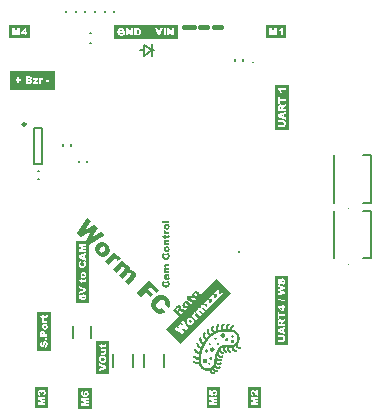
<source format=gto>
G04 Layer_Color=15065295*
%FSLAX25Y25*%
%MOIN*%
G70*
G01*
G75*
%ADD54C,0.00787*%
%ADD56C,0.00984*%
%ADD60C,0.01575*%
%ADD94C,0.00394*%
G36*
X159520Y154628D02*
X159019Y154127D01*
X159037D01*
X159060Y154141D01*
X159097Y154150D01*
X159186Y154173D01*
X159297Y154201D01*
X159417Y154229D01*
X159547Y154247D01*
X159673Y154252D01*
X159733Y154257D01*
X159789Y154247D01*
X159802Y154243D01*
X159840Y154233D01*
X159900Y154219D01*
X159969Y154196D01*
X160053Y154150D01*
X160146Y154104D01*
X160243Y154034D01*
X160336Y153950D01*
X160340Y153946D01*
X160350Y153937D01*
X160364Y153923D01*
X160378Y153899D01*
X160401Y153876D01*
X160424Y153844D01*
X160484Y153765D01*
X160549Y153654D01*
X160619Y153528D01*
X160688Y153384D01*
X160744Y153217D01*
X159538Y152744D01*
X159533Y152758D01*
X159520Y152791D01*
X159492Y152847D01*
X159464Y152911D01*
X159427Y152976D01*
X159385Y153046D01*
X159343Y153106D01*
X159297Y153162D01*
X159292Y153166D01*
X159288Y153171D01*
X159255Y153194D01*
X159209Y153231D01*
X159144Y153269D01*
X159060Y153306D01*
X158963Y153329D01*
X158861Y153338D01*
X158745Y153324D01*
X158740Y153320D01*
X158722D01*
X158698Y153315D01*
X158661Y153296D01*
X158620Y153282D01*
X158564Y153255D01*
X158499Y153227D01*
X158429Y153185D01*
X158346Y153139D01*
X158258Y153088D01*
X158160Y153018D01*
X158054Y152939D01*
X157942Y152847D01*
X157822Y152744D01*
X157692Y152633D01*
X157557Y152499D01*
X156532Y151473D01*
X155349Y152656D01*
X158420Y155727D01*
X159520Y154628D01*
D02*
G37*
G36*
X154440Y158965D02*
X154491Y158960D01*
X154561Y158956D01*
X154640Y158942D01*
X154732Y158923D01*
X154844Y158895D01*
X154969Y158863D01*
X155099Y158816D01*
X155233Y158765D01*
X155377Y158696D01*
X155530Y158617D01*
X155679Y158524D01*
X155832Y158417D01*
X155985Y158292D01*
X156138Y158148D01*
X156143Y158144D01*
X156147Y158139D01*
X156161Y158125D01*
X156180Y158107D01*
X156221Y158056D01*
X156282Y157986D01*
X156347Y157903D01*
X156425Y157805D01*
X156509Y157685D01*
X156593Y157564D01*
X156671Y157420D01*
X156755Y157272D01*
X156825Y157109D01*
X156889Y156942D01*
X156940Y156771D01*
X156977Y156585D01*
X156996Y156400D01*
Y156214D01*
Y156205D01*
Y156177D01*
X156992Y156135D01*
X156977Y156075D01*
X156964Y156005D01*
X156945Y155922D01*
X156922Y155834D01*
X156894Y155732D01*
X156857Y155620D01*
X156806Y155504D01*
X156750Y155384D01*
X156685Y155263D01*
X156611Y155143D01*
X156528Y155013D01*
X156425Y154892D01*
X156314Y154771D01*
X156305Y154762D01*
X156282Y154739D01*
X156240Y154707D01*
X156189Y154665D01*
X156124Y154609D01*
X156045Y154549D01*
X155948Y154489D01*
X155846Y154424D01*
X155730Y154354D01*
X155605Y154294D01*
X155470Y154233D01*
X155326Y154182D01*
X155173Y154141D01*
X155020Y154108D01*
X154853Y154090D01*
X154681Y154085D01*
X154672D01*
X154640Y154090D01*
X154593D01*
X154524Y154104D01*
X154445Y154117D01*
X154347Y154131D01*
X154241Y154164D01*
X154120Y154201D01*
X153986Y154243D01*
X153851Y154303D01*
X153707Y154373D01*
X153554Y154451D01*
X153401Y154549D01*
X153244Y154660D01*
X153090Y154785D01*
X152933Y154934D01*
X152923Y154943D01*
X152900Y154966D01*
X152868Y155008D01*
X152817Y155059D01*
X152761Y155133D01*
X152691Y155212D01*
X152627Y155305D01*
X152552Y155407D01*
X152478Y155518D01*
X152409Y155643D01*
X152334Y155773D01*
X152274Y155908D01*
X152214Y156052D01*
X152167Y156200D01*
X152135Y156353D01*
X152112Y156506D01*
Y156516D01*
Y156553D01*
X152107Y156604D01*
Y156678D01*
X152112Y156766D01*
X152121Y156868D01*
X152135Y156984D01*
X152158Y157109D01*
X152186Y157248D01*
X152228Y157392D01*
X152283Y157541D01*
X152348Y157689D01*
X152427Y157842D01*
X152524Y157995D01*
X152636Y158144D01*
X152770Y158288D01*
X152780Y158297D01*
X152803Y158320D01*
X152845Y158352D01*
X152896Y158394D01*
X152961Y158450D01*
X153039Y158510D01*
X153137Y158571D01*
X153239Y158635D01*
X153350Y158700D01*
X153475Y158761D01*
X153610Y158821D01*
X153754Y158872D01*
X153907Y158914D01*
X154060Y158946D01*
X154227Y158965D01*
X154399Y158969D01*
X154408D01*
X154440Y158965D01*
D02*
G37*
G36*
X197516Y141907D02*
X180645Y125036D01*
X175709Y129972D01*
X180053Y134317D01*
X178001Y136370D01*
X179091Y137460D01*
X179095Y137464D01*
X179105Y137473D01*
X179121Y137490D01*
X179142Y137511D01*
X179169Y137534D01*
X179197Y137562D01*
X179232Y137592D01*
X179269Y137624D01*
X179350Y137691D01*
X179439Y137761D01*
X179524Y137824D01*
X179566Y137847D01*
X179608Y137870D01*
X179610Y137872D01*
X179617Y137875D01*
X179629Y137882D01*
X179645Y137889D01*
X179666Y137896D01*
X179687Y137903D01*
X179745Y137919D01*
X179812Y137935D01*
X179888Y137947D01*
X179972D01*
X180060Y137937D01*
X180065D01*
X180072Y137935D01*
X180083Y137933D01*
X180102Y137928D01*
X180123Y137921D01*
X180148Y137914D01*
X180176Y137905D01*
X180206Y137893D01*
X180241Y137877D01*
X180273Y137858D01*
X180348Y137817D01*
X180427Y137761D01*
X180466Y137731D01*
X180503Y137694D01*
X180505Y137691D01*
X180510Y137687D01*
X180519Y137678D01*
X180533Y137664D01*
X180545Y137647D01*
X180561Y137627D01*
X180598Y137580D01*
X180635Y137524D01*
X180672Y137460D01*
X180707Y137388D01*
X180730Y137313D01*
X180733Y137311D01*
Y137306D01*
X180735Y137295D01*
X180737Y137279D01*
X180744Y137239D01*
X180749Y137184D01*
X180754Y137123D01*
X180751Y137051D01*
X180742Y136977D01*
X180728Y136898D01*
X180726Y136891D01*
X180721Y136873D01*
X180712Y136845D01*
X180698Y136808D01*
X180677Y136764D01*
X180651Y136710D01*
X180619Y136650D01*
X180582Y136585D01*
X180584Y136588D01*
X180589D01*
X180607Y136597D01*
X180635Y136611D01*
X180672Y136625D01*
X180712Y136641D01*
X180751Y136657D01*
X180793Y136666D01*
X180830Y136676D01*
X180835D01*
X180842Y136678D01*
X180858Y136680D01*
X180881D01*
X180911Y136678D01*
X180948D01*
X180992Y136676D01*
X181046Y136669D01*
X181053Y136666D01*
X181071D01*
X181099Y136662D01*
X181132Y136657D01*
X181208Y136645D01*
X181241Y136636D01*
X181271Y136629D01*
X182105Y136368D01*
X182657Y136920D01*
X182655Y136919D01*
X182581Y136896D01*
X182505Y136880D01*
X182428Y136868D01*
X182405D01*
X182379Y136866D01*
X182342D01*
X182298Y136868D01*
X182247Y136873D01*
X182189Y136880D01*
X182127Y136891D01*
X182057Y136905D01*
X181985Y136926D01*
X181911Y136954D01*
X181837Y136986D01*
X181760Y137026D01*
X181684Y137075D01*
X181609Y137130D01*
X181537Y137197D01*
X181533Y137202D01*
X181521Y137214D01*
X181505Y137235D01*
X181484Y137260D01*
X181456Y137293D01*
X181426Y137332D01*
X181396Y137381D01*
X181364Y137432D01*
X181331Y137487D01*
X181301Y137550D01*
X181271Y137617D01*
X181245Y137689D01*
X181224Y137766D01*
X181208Y137842D01*
X181199Y137926D01*
X181197Y138012D01*
Y138016D01*
X181199Y138032D01*
X181201Y138058D01*
X181203Y138093D01*
X181210Y138132D01*
X181220Y138179D01*
X181234Y138234D01*
X181250Y138297D01*
X181273Y138362D01*
X181299Y138429D01*
X181333Y138501D01*
X181373Y138577D01*
X181419Y138652D01*
X181473Y138728D01*
X181535Y138805D01*
X181607Y138881D01*
X181609Y138884D01*
X181612Y138886D01*
X181619Y138893D01*
X181628Y138902D01*
X181653Y138923D01*
X181688Y138953D01*
X181730Y138986D01*
X181779Y139025D01*
X181839Y139067D01*
X181899Y139109D01*
X181971Y139148D01*
X182045Y139190D01*
X182127Y139225D01*
X182210Y139257D01*
X182296Y139283D01*
X182389Y139301D01*
X182482Y139310D01*
X182593D01*
X182614Y139308D01*
X182644Y139301D01*
X182679Y139294D01*
X182720Y139285D01*
X182764Y139273D01*
X182816Y139259D01*
X182871Y139241D01*
X182929Y139215D01*
X182989Y139188D01*
X183050Y139155D01*
X183110Y139118D01*
X183175Y139076D01*
X183235Y139025D01*
X183296Y138970D01*
X183300Y138965D01*
X183312Y138953D01*
X183328Y138932D01*
X183349Y138907D01*
X183377Y138874D01*
X183407Y138835D01*
X183437Y138786D01*
X183469Y138735D01*
X183504Y138677D01*
X183534Y138615D01*
X183565Y138547D01*
X183590Y138475D01*
X183611Y138399D01*
X183627Y138322D01*
X183636Y138239D01*
X183639Y138153D01*
Y138148D01*
X183636Y138132D01*
Y138109D01*
X183630Y138074D01*
X183623Y138035D01*
X183616Y137986D01*
X183599Y137933D01*
X183581Y137872D01*
X183568Y137831D01*
X184544Y138807D01*
X184499Y138805D01*
X184444Y138809D01*
X184386Y138821D01*
X184325Y138840D01*
X184323Y138842D01*
X184318D01*
X184309Y138847D01*
X184295Y138856D01*
X184279Y138863D01*
X184258Y138874D01*
X184235Y138888D01*
X184212Y138907D01*
X184184Y138925D01*
X184151Y138949D01*
X184114Y138976D01*
X184077Y139004D01*
X184038Y139039D01*
X183996Y139076D01*
X183950Y139118D01*
X183903Y139164D01*
X183363Y139705D01*
X183147Y139489D01*
X182716Y139920D01*
X182931Y140136D01*
X182651Y140417D01*
X182938Y141307D01*
X183520Y140725D01*
X183845Y141050D01*
X184277Y140619D01*
X183952Y140294D01*
X184497Y139749D01*
X184502Y139744D01*
X184513Y139733D01*
X184529Y139716D01*
X184553Y139698D01*
X184578Y139677D01*
X184601Y139658D01*
X184625Y139644D01*
X184645Y139637D01*
X184650D01*
X184657Y139635D01*
X184673Y139633D01*
X184692Y139637D01*
X184715Y139642D01*
X184740Y139649D01*
X184766Y139665D01*
X184794Y139688D01*
X184796Y139691D01*
X184805Y139700D01*
X184819Y139719D01*
X184836Y139740D01*
X184859Y139772D01*
X184882Y139809D01*
X184910Y139855D01*
X184940Y139909D01*
X185331Y139594D01*
X185945Y140208D01*
X185944Y140208D01*
X185870Y140185D01*
X185793Y140168D01*
X185717Y140157D01*
X185694D01*
X185668Y140155D01*
X185631D01*
X185587Y140157D01*
X185536Y140162D01*
X185478Y140168D01*
X185415Y140180D01*
X185346Y140194D01*
X185274Y140215D01*
X185200Y140243D01*
X185126Y140275D01*
X185049Y140315D01*
X184972Y140363D01*
X184898Y140419D01*
X184826Y140486D01*
X184822Y140491D01*
X184810Y140503D01*
X184794Y140523D01*
X184773Y140549D01*
X184745Y140581D01*
X184715Y140621D01*
X184685Y140670D01*
X184652Y140720D01*
X184620Y140776D01*
X184590Y140839D01*
X184560Y140906D01*
X184534Y140978D01*
X184513Y141054D01*
X184497Y141131D01*
X184488Y141215D01*
X184485Y141300D01*
Y141305D01*
X184488Y141321D01*
X184490Y141347D01*
X184492Y141382D01*
X184499Y141421D01*
X184509Y141467D01*
X184522Y141523D01*
X184539Y141586D01*
X184562Y141651D01*
X184587Y141718D01*
X184622Y141790D01*
X184662Y141866D01*
X184708Y141940D01*
X184761Y142017D01*
X184824Y142094D01*
X184896Y142170D01*
X184898Y142172D01*
X184900Y142175D01*
X184907Y142182D01*
X184917Y142191D01*
X184942Y142212D01*
X184977Y142242D01*
X185019Y142274D01*
X185067Y142314D01*
X185128Y142356D01*
X185188Y142397D01*
X185260Y142437D01*
X185334Y142479D01*
X185415Y142513D01*
X185499Y142546D01*
X185585Y142571D01*
X185678Y142590D01*
X185770Y142599D01*
X185882D01*
X185903Y142597D01*
X185933Y142590D01*
X185967Y142583D01*
X186009Y142574D01*
X186053Y142562D01*
X186104Y142548D01*
X186160Y142530D01*
X186218Y142504D01*
X186278Y142476D01*
X186338Y142444D01*
X186399Y142407D01*
X186464Y142365D01*
X186524Y142314D01*
X186584Y142258D01*
X186589Y142254D01*
X186601Y142242D01*
X186617Y142221D01*
X186638Y142196D01*
X186665Y142163D01*
X186696Y142124D01*
X186726Y142075D01*
X186758Y142024D01*
X186793Y141966D01*
X186823Y141903D01*
X186853Y141836D01*
X186879Y141764D01*
X186900Y141688D01*
X186916Y141611D01*
X186925Y141528D01*
X186928Y141442D01*
Y141437D01*
X186925Y141421D01*
Y141398D01*
X186918Y141363D01*
X186911Y141324D01*
X186904Y141275D01*
X186888Y141221D01*
X186870Y141161D01*
X186857Y141120D01*
X192580Y146843D01*
X197516Y141907D01*
D02*
G37*
G36*
X173417Y143059D02*
X172508Y142150D01*
X170587Y144070D01*
X169845Y143328D01*
X171487Y141686D01*
X170634Y140832D01*
X168992Y142474D01*
X167261Y140744D01*
X165949Y142057D01*
X170184Y146292D01*
X173417Y143059D01*
D02*
G37*
G36*
X162145Y152002D02*
X161695Y151552D01*
X161704D01*
X161718Y151557D01*
X161996D01*
X162136Y151548D01*
X162284Y151538D01*
X162433Y151511D01*
X162572Y151473D01*
X162576Y151469D01*
X162586D01*
X162604Y151460D01*
X162632Y151450D01*
X162664Y151436D01*
X162702Y151418D01*
X162794Y151371D01*
X162906Y151306D01*
X163022Y151228D01*
X163147Y151130D01*
X163277Y151010D01*
X163281Y151005D01*
X163295Y150991D01*
X163314Y150972D01*
X163337Y150949D01*
X163365Y150912D01*
X163397Y150880D01*
X163467Y150782D01*
X163546Y150676D01*
X163620Y150555D01*
X163680Y150430D01*
X163722Y150295D01*
X163727Y150291D01*
Y150281D01*
X163736Y150235D01*
X163741Y150165D01*
X163750Y150073D01*
Y149961D01*
X163745Y149836D01*
X163722Y149701D01*
X163690Y149558D01*
X163745D01*
X163787Y149562D01*
X163889D01*
X164019Y149553D01*
X164163Y149548D01*
X164316Y149534D01*
X164464Y149507D01*
X164599Y149465D01*
X164603Y149460D01*
X164613D01*
X164631Y149451D01*
X164659Y149442D01*
X164692Y149428D01*
X164729Y149409D01*
X164812Y149363D01*
X164914Y149298D01*
X165030Y149219D01*
X165151Y149126D01*
X165276Y149010D01*
X165281Y149006D01*
X165299Y148987D01*
X165322Y148964D01*
X165355Y148922D01*
X165387Y148880D01*
X165434Y148825D01*
X165475Y148765D01*
X165522Y148690D01*
X165605Y148532D01*
X165647Y148444D01*
X165684Y148352D01*
X165712Y148259D01*
X165735Y148152D01*
X165744Y148050D01*
X165749Y147943D01*
Y147934D01*
Y147916D01*
X165744Y147883D01*
X165735Y147846D01*
X165726Y147790D01*
X165712Y147730D01*
X165689Y147661D01*
X165666Y147582D01*
X165633Y147494D01*
X165587Y147401D01*
X165536Y147303D01*
X165475Y147197D01*
X165397Y147090D01*
X165313Y146979D01*
X165220Y146867D01*
X165109Y146747D01*
X163184Y144822D01*
X162006Y146000D01*
X163755Y147749D01*
X163759Y147753D01*
X163764Y147758D01*
X163787Y147781D01*
X163820Y147823D01*
X163861Y147874D01*
X163903Y147934D01*
X163935Y148004D01*
X163968Y148073D01*
X163982Y148143D01*
X163987Y148157D01*
X163991Y148189D01*
X163987Y148240D01*
Y148305D01*
X163973Y148375D01*
X163949Y148454D01*
X163912Y148528D01*
X163852Y148598D01*
X163843Y148607D01*
X163820Y148630D01*
X163768Y148662D01*
X163713Y148699D01*
X163643Y148732D01*
X163560Y148760D01*
X163467Y148778D01*
X163356D01*
X163319Y148769D01*
X163258Y148755D01*
X163189Y148723D01*
X163101Y148681D01*
X162994Y148621D01*
X162878Y148532D01*
X162757Y148421D01*
X161171Y146835D01*
X159993Y148013D01*
X161681Y149701D01*
X161686Y149706D01*
X161690Y149711D01*
X161714Y149734D01*
X161746Y149766D01*
X161788Y149817D01*
X161871Y149910D01*
X161908Y149957D01*
X161932Y149998D01*
X161936Y150003D01*
X161941Y150026D01*
X161955Y150059D01*
X161964Y150096D01*
X161983Y150198D01*
X161987Y150258D01*
X161983Y150318D01*
Y150328D01*
Y150346D01*
X161969Y150379D01*
X161959Y150416D01*
X161941Y150462D01*
X161918Y150513D01*
X161881Y150560D01*
X161844Y150606D01*
X161834Y150615D01*
X161811Y150638D01*
X161765Y150666D01*
X161709Y150703D01*
X161635Y150741D01*
X161551Y150768D01*
X161454Y150782D01*
X161352D01*
X161338Y150778D01*
X161305Y150773D01*
X161245Y150759D01*
X161166Y150727D01*
X161073Y150680D01*
X160967Y150620D01*
X160846Y150527D01*
X160721Y150411D01*
X159158Y148848D01*
X157980Y150026D01*
X161050Y153097D01*
X162145Y152002D01*
D02*
G37*
G36*
X150590Y165886D02*
X148674Y163070D01*
X151694Y164782D01*
X152928Y163548D01*
X151221Y160523D01*
X154037Y162439D01*
X155275Y161201D01*
X150103Y157903D01*
X150042Y157964D01*
Y138583D01*
X145598D01*
Y159350D01*
X148910D01*
X150739Y162592D01*
X147334Y160672D01*
X146054Y161952D01*
X149347Y167129D01*
X150590Y165886D01*
D02*
G37*
G36*
X176102Y155416D02*
X176116Y155411D01*
X176134Y155406D01*
X176157Y155401D01*
X176186Y155390D01*
X176215Y155380D01*
X176249Y155369D01*
X176320Y155340D01*
X176396Y155304D01*
X176472Y155262D01*
X176545Y155212D01*
X176548Y155209D01*
X176553Y155207D01*
X176564Y155199D01*
X176574Y155186D01*
X176590Y155173D01*
X176608Y155157D01*
X176626Y155136D01*
X176647Y155115D01*
X176692Y155065D01*
X176739Y155005D01*
X176781Y154937D01*
X176820Y154861D01*
Y154858D01*
X176823Y154850D01*
X176828Y154840D01*
X176833Y154824D01*
X176841Y154803D01*
X176849Y154780D01*
X176857Y154751D01*
X176865Y154717D01*
X176875Y154680D01*
X176883Y154641D01*
X176891Y154599D01*
X176896Y154552D01*
X176904Y154502D01*
X176907Y154449D01*
X176912Y154392D01*
Y154334D01*
Y154329D01*
Y154316D01*
Y154298D01*
X176909Y154269D01*
Y154237D01*
X176907Y154198D01*
X176901Y154154D01*
X176899Y154109D01*
X176891Y154059D01*
X176883Y154007D01*
X176865Y153899D01*
X176836Y153795D01*
X176820Y153742D01*
X176799Y153695D01*
X176797Y153692D01*
X176794Y153684D01*
X176786Y153671D01*
X176778Y153653D01*
X176765Y153632D01*
X176750Y153609D01*
X176729Y153580D01*
X176708Y153548D01*
X176681Y153517D01*
X176653Y153483D01*
X176621Y153446D01*
X176584Y153412D01*
X176543Y153375D01*
X176501Y153339D01*
X176453Y153302D01*
X176401Y153268D01*
X176399Y153265D01*
X176388Y153260D01*
X176372Y153252D01*
X176349Y153239D01*
X176320Y153226D01*
X176288Y153213D01*
X176247Y153194D01*
X176202Y153179D01*
X176152Y153163D01*
X176097Y153147D01*
X176037Y153132D01*
X175971Y153119D01*
X175903Y153105D01*
X175830Y153098D01*
X175751Y153092D01*
X175670Y153090D01*
X175631D01*
X175612Y153092D01*
X175573Y153095D01*
X175523Y153100D01*
X175466Y153105D01*
X175400Y153116D01*
X175332Y153129D01*
X175261Y153145D01*
X175185Y153166D01*
X175109Y153192D01*
X175033Y153223D01*
X174958Y153257D01*
X174887Y153299D01*
X174819Y153349D01*
X174756Y153404D01*
X174753Y153407D01*
X174743Y153420D01*
X174727Y153438D01*
X174706Y153462D01*
X174682Y153496D01*
X174653Y153535D01*
X174625Y153582D01*
X174596Y153635D01*
X174567Y153695D01*
X174538Y153761D01*
X174509Y153834D01*
X174486Y153915D01*
X174465Y154001D01*
X174449Y154093D01*
X174439Y154193D01*
X174436Y154298D01*
Y154300D01*
Y154303D01*
Y154318D01*
Y154342D01*
X174439Y154374D01*
X174441Y154410D01*
X174447Y154455D01*
X174452Y154505D01*
X174460Y154557D01*
X174468Y154612D01*
X174481Y154670D01*
X174496Y154730D01*
X174512Y154790D01*
X174536Y154848D01*
X174559Y154905D01*
X174588Y154960D01*
X174619Y155010D01*
X174622Y155013D01*
X174627Y155021D01*
X174638Y155034D01*
X174653Y155052D01*
X174674Y155073D01*
X174698Y155099D01*
X174727Y155125D01*
X174758Y155157D01*
X174795Y155186D01*
X174837Y155217D01*
X174884Y155251D01*
X174934Y155283D01*
X174989Y155314D01*
X175049Y155343D01*
X175115Y155369D01*
X175183Y155395D01*
X175327Y154743D01*
X175322Y154740D01*
X175309Y154738D01*
X175290Y154730D01*
X175267Y154719D01*
X175214Y154696D01*
X175188Y154683D01*
X175167Y154670D01*
X175164Y154667D01*
X175154Y154659D01*
X175138Y154646D01*
X175120Y154628D01*
X175099Y154604D01*
X175075Y154578D01*
X175054Y154549D01*
X175036Y154518D01*
X175033Y154512D01*
X175028Y154502D01*
X175020Y154484D01*
X175013Y154460D01*
X175005Y154429D01*
X174997Y154394D01*
X174992Y154358D01*
X174989Y154316D01*
Y154313D01*
Y154305D01*
Y154292D01*
X174992Y154274D01*
X174994Y154253D01*
X174999Y154229D01*
X175007Y154203D01*
X175015Y154174D01*
X175026Y154143D01*
X175039Y154112D01*
X175054Y154080D01*
X175075Y154049D01*
X175099Y154017D01*
X175125Y153986D01*
X175157Y153957D01*
X175193Y153931D01*
X175196D01*
X175201Y153926D01*
X175209Y153923D01*
X175222Y153915D01*
X175238Y153907D01*
X175256Y153899D01*
X175280Y153892D01*
X175309Y153881D01*
X175340Y153870D01*
X175374Y153863D01*
X175413Y153855D01*
X175455Y153847D01*
X175502Y153842D01*
X175552Y153836D01*
X175607Y153831D01*
X175701D01*
X175730Y153834D01*
X175762D01*
X175798Y153836D01*
X175838Y153842D01*
X175882Y153847D01*
X175974Y153860D01*
X176063Y153881D01*
X176105Y153897D01*
X176144Y153912D01*
X176178Y153931D01*
X176210Y153952D01*
X176212Y153954D01*
X176215Y153957D01*
X176223Y153965D01*
X176233Y153975D01*
X176244Y153986D01*
X176257Y154001D01*
X176270Y154020D01*
X176283Y154041D01*
X176309Y154088D01*
X176333Y154146D01*
X176351Y154214D01*
X176354Y154253D01*
X176356Y154292D01*
Y154295D01*
Y154303D01*
Y154313D01*
X176354Y154326D01*
Y154345D01*
X176351Y154366D01*
X176341Y154413D01*
X176328Y154463D01*
X176307Y154518D01*
X176278Y154567D01*
X176260Y154591D01*
X176239Y154612D01*
X176236Y154615D01*
X176233Y154617D01*
X176225Y154622D01*
X176218Y154630D01*
X176205Y154638D01*
X176189Y154649D01*
X176171Y154662D01*
X176152Y154672D01*
X176129Y154685D01*
X176102Y154698D01*
X176074Y154711D01*
X176042Y154725D01*
X176008Y154738D01*
X175974Y154751D01*
X175893Y154772D01*
X176089Y155419D01*
X176092D01*
X176102Y155416D01*
D02*
G37*
G36*
X176040Y157643D02*
X176066Y157641D01*
X176100Y157638D01*
X176139Y157633D01*
X176184Y157622D01*
X176231Y157612D01*
X176283Y157599D01*
X176336Y157580D01*
X176391Y157560D01*
X176446Y157533D01*
X176501Y157502D01*
X176553Y157468D01*
X176605Y157426D01*
X176655Y157379D01*
X176658Y157376D01*
X176666Y157366D01*
X176679Y157352D01*
X176695Y157329D01*
X176713Y157303D01*
X176736Y157271D01*
X176757Y157232D01*
X176781Y157187D01*
X176807Y157138D01*
X176828Y157083D01*
X176849Y157022D01*
X176870Y156957D01*
X176886Y156886D01*
X176899Y156810D01*
X176907Y156731D01*
X176909Y156645D01*
Y156640D01*
Y156627D01*
X176907Y156606D01*
Y156577D01*
X176901Y156540D01*
X176899Y156498D01*
X176891Y156454D01*
X176883Y156404D01*
X176873Y156352D01*
X176857Y156297D01*
X176841Y156239D01*
X176820Y156184D01*
X176797Y156126D01*
X176768Y156071D01*
X176734Y156019D01*
X176697Y155969D01*
X176695Y155966D01*
X176684Y155956D01*
X176671Y155940D01*
X176650Y155919D01*
X176624Y155896D01*
X176592Y155870D01*
X176556Y155841D01*
X176514Y155812D01*
X176467Y155780D01*
X176414Y155752D01*
X176356Y155726D01*
X176296Y155702D01*
X176231Y155681D01*
X176160Y155665D01*
X176087Y155655D01*
X176008Y155652D01*
X175990D01*
X175969Y155655D01*
X175943Y155657D01*
X175909Y155660D01*
X175869Y155665D01*
X175825Y155676D01*
X175777Y155686D01*
X175728Y155699D01*
X175675Y155718D01*
X175620Y155739D01*
X175565Y155765D01*
X175510Y155796D01*
X175458Y155830D01*
X175406Y155872D01*
X175356Y155919D01*
X175353Y155922D01*
X175345Y155932D01*
X175332Y155948D01*
X175314Y155969D01*
X175295Y155995D01*
X175275Y156027D01*
X175251Y156066D01*
X175225Y156111D01*
X175201Y156160D01*
X175178Y156213D01*
X175157Y156273D01*
X175136Y156339D01*
X175120Y156407D01*
X175107Y156480D01*
X175099Y156559D01*
X175096Y156642D01*
Y156645D01*
Y156648D01*
Y156656D01*
Y156666D01*
X175099Y156692D01*
X175102Y156729D01*
X175107Y156771D01*
X175112Y156821D01*
X175122Y156878D01*
X175133Y156936D01*
X175151Y156999D01*
X175170Y157064D01*
X175196Y157130D01*
X175225Y157195D01*
X175259Y157258D01*
X175301Y157321D01*
X175348Y157379D01*
X175400Y157431D01*
X175403Y157434D01*
X175411Y157442D01*
X175424Y157452D01*
X175445Y157465D01*
X175468Y157481D01*
X175497Y157499D01*
X175529Y157518D01*
X175565Y157538D01*
X175607Y157560D01*
X175654Y157578D01*
X175704Y157596D01*
X175757Y157612D01*
X175812Y157625D01*
X175872Y157638D01*
X175935Y157643D01*
X176000Y157646D01*
X176019D01*
X176040Y157643D01*
D02*
G37*
G36*
X176870Y150954D02*
X175864D01*
X175843Y150952D01*
X175817Y150949D01*
X175788Y150944D01*
X175759Y150934D01*
X175730Y150923D01*
X175707Y150907D01*
X175701Y150905D01*
X175691Y150897D01*
X175678Y150881D01*
X175660Y150863D01*
X175644Y150839D01*
X175628Y150810D01*
X175618Y150779D01*
X175615Y150742D01*
Y150737D01*
Y150724D01*
X175620Y150700D01*
X175626Y150674D01*
X175636Y150645D01*
X175652Y150614D01*
X175673Y150582D01*
X175701Y150554D01*
X175704Y150551D01*
X175717Y150543D01*
X175738Y150530D01*
X175767Y150520D01*
X175804Y150506D01*
X175851Y150493D01*
X175909Y150486D01*
X175974Y150483D01*
X176870D01*
Y149817D01*
X175880D01*
X175854Y149815D01*
X175804Y149812D01*
X175780Y149810D01*
X175762Y149804D01*
X175759D01*
X175751Y149799D01*
X175738Y149794D01*
X175725Y149786D01*
X175691Y149762D01*
X175673Y149747D01*
X175657Y149728D01*
X175654Y149726D01*
X175649Y149720D01*
X175644Y149707D01*
X175636Y149694D01*
X175628Y149676D01*
X175620Y149655D01*
X175618Y149631D01*
X175615Y149608D01*
Y149602D01*
Y149589D01*
X175620Y149568D01*
X175626Y149542D01*
X175636Y149511D01*
X175652Y149479D01*
X175675Y149448D01*
X175704Y149419D01*
X175709Y149416D01*
X175720Y149409D01*
X175741Y149396D01*
X175772Y149382D01*
X175812Y149369D01*
X175859Y149356D01*
X175919Y149348D01*
X175987Y149346D01*
X176870D01*
Y148680D01*
X175136D01*
Y149299D01*
X175390D01*
X175387Y149301D01*
X175382Y149304D01*
X175374Y149312D01*
X175364Y149322D01*
X175337Y149348D01*
X175303Y149382D01*
X175267Y149424D01*
X175227Y149469D01*
X175193Y149519D01*
X175164Y149568D01*
Y149571D01*
X175162Y149574D01*
X175159Y149582D01*
X175154Y149592D01*
X175149Y149605D01*
X175144Y149621D01*
X175130Y149660D01*
X175117Y149710D01*
X175107Y149765D01*
X175099Y149828D01*
X175096Y149899D01*
Y149901D01*
Y149909D01*
Y149919D01*
Y149933D01*
X175099Y149951D01*
Y149969D01*
X175107Y150016D01*
X175115Y150069D01*
X175128Y150124D01*
X175146Y150176D01*
X175172Y150226D01*
Y150229D01*
X175175Y150231D01*
X175185Y150247D01*
X175204Y150268D01*
X175227Y150297D01*
X175259Y150328D01*
X175295Y150362D01*
X175340Y150394D01*
X175390Y150425D01*
X175387Y150428D01*
X175382Y150433D01*
X175374Y150441D01*
X175361Y150451D01*
X175332Y150480D01*
X175298Y150520D01*
X175259Y150561D01*
X175220Y150609D01*
X175185Y150658D01*
X175159Y150708D01*
Y150711D01*
X175157Y150713D01*
X175154Y150721D01*
X175149Y150732D01*
X175144Y150745D01*
X175138Y150761D01*
X175128Y150797D01*
X175117Y150844D01*
X175107Y150899D01*
X175099Y150960D01*
X175096Y151028D01*
Y151030D01*
Y151041D01*
Y151054D01*
X175099Y151075D01*
X175102Y151096D01*
X175104Y151125D01*
X175109Y151154D01*
X175117Y151188D01*
X175138Y151256D01*
X175151Y151292D01*
X175167Y151329D01*
X175185Y151363D01*
X175209Y151400D01*
X175235Y151431D01*
X175264Y151463D01*
X175267Y151465D01*
X175272Y151471D01*
X175282Y151478D01*
X175295Y151486D01*
X175314Y151499D01*
X175335Y151513D01*
X175361Y151526D01*
X175390Y151541D01*
X175424Y151557D01*
X175463Y151570D01*
X175505Y151583D01*
X175552Y151596D01*
X175605Y151604D01*
X175660Y151612D01*
X175717Y151617D01*
X175783Y151620D01*
X176870D01*
Y150954D01*
D02*
G37*
G36*
X176102Y146126D02*
X176116Y146121D01*
X176134Y146115D01*
X176157Y146110D01*
X176186Y146100D01*
X176215Y146089D01*
X176249Y146079D01*
X176320Y146050D01*
X176396Y146013D01*
X176472Y145971D01*
X176545Y145921D01*
X176548Y145919D01*
X176553Y145916D01*
X176564Y145908D01*
X176574Y145895D01*
X176590Y145882D01*
X176608Y145866D01*
X176626Y145845D01*
X176647Y145825D01*
X176692Y145775D01*
X176739Y145714D01*
X176781Y145646D01*
X176820Y145570D01*
Y145568D01*
X176823Y145560D01*
X176828Y145549D01*
X176833Y145534D01*
X176841Y145513D01*
X176849Y145489D01*
X176857Y145460D01*
X176865Y145426D01*
X176875Y145390D01*
X176883Y145350D01*
X176891Y145308D01*
X176896Y145261D01*
X176904Y145211D01*
X176907Y145159D01*
X176912Y145101D01*
Y145044D01*
Y145038D01*
Y145025D01*
Y145007D01*
X176909Y144978D01*
Y144947D01*
X176907Y144907D01*
X176901Y144863D01*
X176899Y144818D01*
X176891Y144769D01*
X176883Y144716D01*
X176865Y144609D01*
X176836Y144504D01*
X176820Y144452D01*
X176799Y144404D01*
X176797Y144402D01*
X176794Y144394D01*
X176786Y144381D01*
X176778Y144362D01*
X176765Y144342D01*
X176750Y144318D01*
X176729Y144289D01*
X176708Y144258D01*
X176681Y144226D01*
X176653Y144192D01*
X176621Y144156D01*
X176584Y144122D01*
X176543Y144085D01*
X176501Y144048D01*
X176453Y144011D01*
X176401Y143977D01*
X176399Y143975D01*
X176388Y143970D01*
X176372Y143962D01*
X176349Y143949D01*
X176320Y143936D01*
X176288Y143922D01*
X176247Y143904D01*
X176202Y143888D01*
X176152Y143873D01*
X176097Y143857D01*
X176037Y143841D01*
X175971Y143828D01*
X175903Y143815D01*
X175830Y143807D01*
X175751Y143802D01*
X175670Y143799D01*
X175631D01*
X175612Y143802D01*
X175573Y143805D01*
X175523Y143810D01*
X175466Y143815D01*
X175400Y143825D01*
X175332Y143839D01*
X175261Y143854D01*
X175185Y143875D01*
X175109Y143901D01*
X175033Y143933D01*
X174958Y143967D01*
X174887Y144009D01*
X174819Y144059D01*
X174756Y144114D01*
X174753Y144116D01*
X174743Y144129D01*
X174727Y144148D01*
X174706Y144171D01*
X174682Y144205D01*
X174653Y144245D01*
X174625Y144292D01*
X174596Y144344D01*
X174567Y144404D01*
X174538Y144470D01*
X174509Y144543D01*
X174486Y144624D01*
X174465Y144711D01*
X174449Y144803D01*
X174439Y144902D01*
X174436Y145007D01*
Y145010D01*
Y145012D01*
Y145028D01*
Y145052D01*
X174439Y145083D01*
X174441Y145120D01*
X174447Y145164D01*
X174452Y145214D01*
X174460Y145266D01*
X174468Y145321D01*
X174481Y145379D01*
X174496Y145439D01*
X174512Y145500D01*
X174536Y145557D01*
X174559Y145615D01*
X174588Y145670D01*
X174619Y145720D01*
X174622Y145722D01*
X174627Y145730D01*
X174638Y145743D01*
X174653Y145762D01*
X174674Y145783D01*
X174698Y145809D01*
X174727Y145835D01*
X174758Y145866D01*
X174795Y145895D01*
X174837Y145927D01*
X174884Y145961D01*
X174934Y145992D01*
X174989Y146024D01*
X175049Y146052D01*
X175115Y146079D01*
X175183Y146105D01*
X175327Y145452D01*
X175322Y145450D01*
X175309Y145447D01*
X175290Y145439D01*
X175267Y145429D01*
X175214Y145405D01*
X175188Y145392D01*
X175167Y145379D01*
X175164Y145377D01*
X175154Y145369D01*
X175138Y145355D01*
X175120Y145337D01*
X175099Y145314D01*
X175075Y145287D01*
X175054Y145259D01*
X175036Y145227D01*
X175033Y145222D01*
X175028Y145211D01*
X175020Y145193D01*
X175013Y145169D01*
X175005Y145138D01*
X174997Y145104D01*
X174992Y145067D01*
X174989Y145025D01*
Y145023D01*
Y145015D01*
Y145002D01*
X174992Y144983D01*
X174994Y144963D01*
X174999Y144939D01*
X175007Y144913D01*
X175015Y144884D01*
X175026Y144852D01*
X175039Y144821D01*
X175054Y144790D01*
X175075Y144758D01*
X175099Y144727D01*
X175125Y144695D01*
X175157Y144666D01*
X175193Y144640D01*
X175196D01*
X175201Y144635D01*
X175209Y144632D01*
X175222Y144624D01*
X175238Y144617D01*
X175256Y144609D01*
X175280Y144601D01*
X175309Y144590D01*
X175340Y144580D01*
X175374Y144572D01*
X175413Y144564D01*
X175455Y144556D01*
X175502Y144551D01*
X175552Y144546D01*
X175607Y144541D01*
X175701D01*
X175730Y144543D01*
X175762D01*
X175798Y144546D01*
X175838Y144551D01*
X175882Y144556D01*
X175974Y144570D01*
X176063Y144590D01*
X176105Y144606D01*
X176144Y144622D01*
X176178Y144640D01*
X176210Y144661D01*
X176212Y144664D01*
X176215Y144666D01*
X176223Y144674D01*
X176233Y144685D01*
X176244Y144695D01*
X176257Y144711D01*
X176270Y144729D01*
X176283Y144750D01*
X176309Y144797D01*
X176333Y144855D01*
X176351Y144923D01*
X176354Y144963D01*
X176356Y145002D01*
Y145004D01*
Y145012D01*
Y145023D01*
X176354Y145036D01*
Y145054D01*
X176351Y145075D01*
X176341Y145122D01*
X176328Y145172D01*
X176307Y145227D01*
X176278Y145277D01*
X176260Y145300D01*
X176239Y145321D01*
X176236Y145324D01*
X176233Y145327D01*
X176225Y145332D01*
X176218Y145340D01*
X176205Y145348D01*
X176189Y145358D01*
X176171Y145371D01*
X176152Y145382D01*
X176129Y145395D01*
X176102Y145408D01*
X176074Y145421D01*
X176042Y145434D01*
X176008Y145447D01*
X175974Y145460D01*
X175893Y145481D01*
X176089Y146128D01*
X176092D01*
X176102Y146126D01*
D02*
G37*
G36*
X176870Y147734D02*
X176867Y147732D01*
X176860Y147729D01*
X176847Y147721D01*
X176833Y147713D01*
X176799Y147698D01*
X176784Y147690D01*
X176770Y147685D01*
X176768D01*
X176763Y147682D01*
X176755D01*
X176742Y147679D01*
X176726Y147674D01*
X176708Y147672D01*
X176684Y147669D01*
X176658Y147664D01*
X176661Y147661D01*
X176663Y147659D01*
X176671Y147651D01*
X176679Y147640D01*
X176700Y147617D01*
X176729Y147582D01*
X176757Y147543D01*
X176786Y147499D01*
X176815Y147451D01*
X176839Y147404D01*
Y147402D01*
X176841Y147397D01*
X176844Y147386D01*
X176849Y147373D01*
X176854Y147357D01*
X176862Y147336D01*
X176867Y147313D01*
X176873Y147286D01*
X176881Y147258D01*
X176886Y147226D01*
X176899Y147155D01*
X176907Y147077D01*
X176909Y146993D01*
Y146990D01*
Y146980D01*
Y146964D01*
X176907Y146941D01*
X176904Y146917D01*
X176901Y146886D01*
X176896Y146854D01*
X176891Y146818D01*
X176875Y146741D01*
X176849Y146663D01*
X176833Y146624D01*
X176815Y146587D01*
X176792Y146553D01*
X176768Y146521D01*
X176765Y146519D01*
X176760Y146513D01*
X176752Y146506D01*
X176742Y146498D01*
X176729Y146485D01*
X176710Y146472D01*
X176692Y146456D01*
X176668Y146443D01*
X176619Y146411D01*
X176556Y146388D01*
X176524Y146377D01*
X176488Y146369D01*
X176451Y146364D01*
X176412Y146362D01*
X176393D01*
X176377Y146364D01*
X176362D01*
X176344Y146367D01*
X176296Y146377D01*
X176247Y146390D01*
X176191Y146411D01*
X176137Y146440D01*
X176110Y146456D01*
X176087Y146477D01*
X176084Y146479D01*
X176081Y146482D01*
X176074Y146490D01*
X176066Y146500D01*
X176055Y146513D01*
X176045Y146529D01*
X176029Y146550D01*
X176016Y146574D01*
X176000Y146600D01*
X175985Y146631D01*
X175969Y146666D01*
X175953Y146705D01*
X175940Y146749D01*
X175924Y146797D01*
X175911Y146849D01*
X175898Y146904D01*
Y146909D01*
X175895Y146920D01*
X175890Y146941D01*
X175885Y146964D01*
X175880Y146993D01*
X175872Y147027D01*
X175864Y147066D01*
X175856Y147106D01*
X175838Y147187D01*
X175822Y147266D01*
X175814Y147302D01*
X175806Y147336D01*
X175798Y147365D01*
X175793Y147389D01*
Y147391D01*
X175791Y147394D01*
X175788Y147410D01*
X175780Y147431D01*
X175772Y147462D01*
X175759Y147496D01*
X175746Y147538D01*
X175730Y147580D01*
X175712Y147627D01*
X175691D01*
X175670Y147624D01*
X175646Y147622D01*
X175618Y147614D01*
X175589Y147606D01*
X175563Y147593D01*
X175542Y147575D01*
X175539Y147572D01*
X175534Y147564D01*
X175526Y147551D01*
X175515Y147533D01*
X175508Y147509D01*
X175500Y147478D01*
X175495Y147441D01*
X175492Y147397D01*
Y147394D01*
Y147389D01*
Y147381D01*
Y147370D01*
X175495Y147339D01*
X175497Y147305D01*
X175505Y147263D01*
X175513Y147224D01*
X175526Y147184D01*
X175544Y147150D01*
X175547Y147148D01*
X175552Y147140D01*
X175563Y147129D01*
X175578Y147114D01*
X175599Y147098D01*
X175626Y147080D01*
X175657Y147064D01*
X175696Y147048D01*
X175631Y146414D01*
X175628D01*
X175623Y146417D01*
X175615D01*
X175605Y146419D01*
X175573Y146430D01*
X175537Y146440D01*
X175495Y146453D01*
X175453Y146472D01*
X175411Y146493D01*
X175371Y146516D01*
X175366Y146519D01*
X175356Y146529D01*
X175337Y146545D01*
X175314Y146566D01*
X175288Y146595D01*
X175259Y146629D01*
X175230Y146668D01*
X175204Y146713D01*
X175201Y146718D01*
X175196Y146728D01*
X175185Y146749D01*
X175175Y146778D01*
X175162Y146815D01*
X175149Y146857D01*
X175136Y146906D01*
X175125Y146964D01*
Y146967D01*
X175122Y146972D01*
Y146980D01*
X175120Y146993D01*
X175117Y147006D01*
X175115Y147024D01*
X175109Y147066D01*
X175104Y147119D01*
X175102Y147176D01*
X175096Y147242D01*
Y147310D01*
Y147313D01*
Y147323D01*
Y147339D01*
Y147360D01*
Y147386D01*
X175099Y147415D01*
Y147446D01*
X175102Y147483D01*
X175104Y147559D01*
X175109Y147637D01*
X175120Y147716D01*
X175125Y147755D01*
X175130Y147790D01*
Y147792D01*
X175133Y147797D01*
Y147808D01*
X175138Y147821D01*
X175141Y147837D01*
X175146Y147855D01*
X175162Y147897D01*
X175180Y147944D01*
X175204Y147996D01*
X175235Y148046D01*
X175272Y148093D01*
X175275Y148096D01*
X175285Y148107D01*
X175303Y148122D01*
X175324Y148141D01*
X175356Y148164D01*
X175390Y148185D01*
X175432Y148206D01*
X175479Y148227D01*
X175481D01*
X175484Y148230D01*
X175492Y148232D01*
X175502Y148235D01*
X175529Y148243D01*
X175560Y148253D01*
X175599Y148261D01*
X175644Y148269D01*
X175688Y148274D01*
X175736Y148277D01*
X176545D01*
X176571Y148279D01*
X176603D01*
X176634Y148282D01*
X176666Y148285D01*
X176695Y148290D01*
X176697D01*
X176708Y148293D01*
X176721Y148298D01*
X176742Y148306D01*
X176768Y148313D01*
X176797Y148327D01*
X176831Y148340D01*
X176870Y148358D01*
Y147734D01*
D02*
G37*
G36*
X215590Y226870D02*
X209055D01*
Y231273D01*
X215590D01*
Y226870D01*
D02*
G37*
G36*
X156833Y114961D02*
X152389D01*
Y125926D01*
X156833D01*
Y114961D01*
D02*
G37*
G36*
X130474Y226969D02*
X123425D01*
Y231371D01*
X130474D01*
Y226969D01*
D02*
G37*
G36*
X193644Y103737D02*
X189242D01*
Y110726D01*
X193644D01*
Y103737D01*
D02*
G37*
G36*
X150928Y103347D02*
X146483D01*
Y110348D01*
X150928D01*
Y103347D01*
D02*
G37*
G36*
X137247Y122835D02*
X132802D01*
Y135736D01*
X137247D01*
Y122835D01*
D02*
G37*
G36*
X174085Y141454D02*
X174145Y141449D01*
X174224Y141445D01*
X174326Y141426D01*
X174447Y141408D01*
X174581Y141375D01*
X174725Y141333D01*
X174883Y141278D01*
X175050Y141213D01*
X175231Y141134D01*
X175416Y141032D01*
X175606Y140916D01*
X175796Y140781D01*
X175991Y140624D01*
X176181Y140443D01*
X176186Y140438D01*
X176191Y140434D01*
X176218Y140406D01*
X176260Y140364D01*
X176311Y140304D01*
X176372Y140234D01*
X176441Y140146D01*
X176520Y140049D01*
X176599Y139942D01*
X176682Y139831D01*
X176761Y139705D01*
X176840Y139571D01*
X176919Y139436D01*
X176979Y139292D01*
X177040Y139149D01*
X177086Y139000D01*
X177118Y138856D01*
Y138847D01*
X177123Y138824D01*
X177128Y138782D01*
X177132Y138722D01*
Y138648D01*
X177137Y138559D01*
X177132Y138462D01*
Y138351D01*
X177118Y138235D01*
X177100Y138105D01*
X177077Y137961D01*
X177044Y137817D01*
X177003Y137664D01*
X176947Y137506D01*
X176877Y137344D01*
X176803Y137177D01*
X175393Y138077D01*
X175398Y138091D01*
X175416Y138119D01*
X175435Y138165D01*
X175458Y138225D01*
X175509Y138360D01*
X175532Y138430D01*
X175546Y138490D01*
Y138499D01*
X175551Y138532D01*
X175555Y138583D01*
Y138648D01*
X175551Y138726D01*
X175546Y138815D01*
X175532Y138903D01*
X175509Y138991D01*
X175504Y139005D01*
X175495Y139033D01*
X175476Y139079D01*
X175449Y139135D01*
X175407Y139204D01*
X175360Y139278D01*
X175305Y139353D01*
X175235Y139432D01*
X175231Y139436D01*
X175217Y139450D01*
X175193Y139473D01*
X175156Y139501D01*
X175115Y139534D01*
X175064Y139566D01*
X175003Y139599D01*
X174938Y139636D01*
X174864Y139673D01*
X174785Y139705D01*
X174702Y139733D01*
X174609Y139752D01*
X174512Y139766D01*
X174409Y139775D01*
X174303Y139770D01*
X174191Y139752D01*
X174187Y139747D01*
X174168D01*
X174150Y139738D01*
X174113Y139728D01*
X174071Y139715D01*
X174024Y139696D01*
X173969Y139668D01*
X173899Y139636D01*
X173825Y139599D01*
X173751Y139552D01*
X173667Y139497D01*
X173579Y139436D01*
X173486Y139362D01*
X173389Y139283D01*
X173282Y139195D01*
X173180Y139093D01*
X173171Y139084D01*
X173148Y139060D01*
X173115Y139028D01*
X173069Y138972D01*
X173013Y138917D01*
X172953Y138847D01*
X172893Y138768D01*
X172823Y138680D01*
X172684Y138495D01*
X172563Y138300D01*
X172517Y138198D01*
X172475Y138100D01*
X172447Y138007D01*
X172429Y137915D01*
Y137905D01*
Y137896D01*
Y137868D01*
Y137831D01*
Y137794D01*
X172433Y137743D01*
X172443Y137687D01*
X172457Y137627D01*
X172494Y137497D01*
X172554Y137354D01*
X172642Y137200D01*
X172707Y137126D01*
X172772Y137052D01*
X172777Y137047D01*
X172791Y137033D01*
X172809Y137015D01*
X172837Y136996D01*
X172870Y136964D01*
X172911Y136931D01*
X173013Y136866D01*
X173125Y136802D01*
X173259Y136741D01*
X173398Y136704D01*
X173472Y136695D01*
X173565D01*
X173588Y136699D01*
X173616D01*
X173653Y136709D01*
X173700Y136718D01*
X173755Y136727D01*
X173807Y136741D01*
X173871Y136760D01*
X173941Y136783D01*
X174015Y136811D01*
X174094Y136843D01*
X174178Y136880D01*
X174261Y136917D01*
X174442Y137024D01*
X175240Y135530D01*
X175235Y135526D01*
X175212Y135512D01*
X175180Y135498D01*
X175138Y135475D01*
X175087Y135442D01*
X175017Y135410D01*
X174948Y135377D01*
X174869Y135336D01*
X174692Y135261D01*
X174493Y135192D01*
X174284Y135132D01*
X174066Y135090D01*
X174057D01*
X174043Y135085D01*
X174011Y135081D01*
X173969Y135085D01*
X173918Y135081D01*
X173857Y135076D01*
X173788Y135081D01*
X173714D01*
X173547Y135090D01*
X173356Y135113D01*
X173162Y135159D01*
X172958Y135224D01*
X172953Y135229D01*
X172934Y135238D01*
X172907Y135248D01*
X172870Y135266D01*
X172818Y135289D01*
X172763Y135317D01*
X172698Y135354D01*
X172624Y135401D01*
X172540Y135447D01*
X172457Y135503D01*
X172369Y135563D01*
X172276Y135637D01*
X172174Y135711D01*
X172076Y135800D01*
X171965Y135892D01*
X171863Y135994D01*
X171854Y136004D01*
X171830Y136027D01*
X171798Y136059D01*
X171751Y136115D01*
X171696Y136171D01*
X171631Y136245D01*
X171561Y136333D01*
X171487Y136416D01*
X171413Y136519D01*
X171334Y136625D01*
X171176Y136848D01*
X171042Y137084D01*
X170977Y137205D01*
X170931Y137326D01*
Y137335D01*
X170921Y137354D01*
X170912Y137391D01*
X170893Y137437D01*
X170879Y137497D01*
X170866Y137567D01*
X170852Y137655D01*
X170833Y137748D01*
X170824Y137850D01*
X170815Y137961D01*
X170805Y138082D01*
X170810Y138207D01*
X170819Y138346D01*
X170828Y138485D01*
X170847Y138634D01*
X170879Y138787D01*
Y138796D01*
X170889Y138824D01*
X170903Y138866D01*
X170921Y138931D01*
X170949Y139005D01*
X170982Y139084D01*
X171023Y139190D01*
X171074Y139297D01*
X171135Y139413D01*
X171204Y139538D01*
X171283Y139673D01*
X171376Y139812D01*
X171473Y139956D01*
X171589Y140100D01*
X171719Y140248D01*
X171858Y140396D01*
X171863Y140401D01*
X171872Y140410D01*
X171886Y140424D01*
X171905Y140443D01*
X171928Y140466D01*
X171965Y140494D01*
X172039Y140559D01*
X172137Y140638D01*
X172248Y140730D01*
X172382Y140828D01*
X172526Y140925D01*
X172679Y141023D01*
X172851Y141120D01*
X173032Y141208D01*
X173222Y141287D01*
X173417Y141361D01*
X173616Y141412D01*
X173825Y141445D01*
X174034Y141459D01*
X174043D01*
X174085Y141454D01*
D02*
G37*
G36*
X216617Y196314D02*
X212172D01*
Y211202D01*
X216617D01*
Y196314D01*
D02*
G37*
G36*
X207382Y103745D02*
X202979D01*
Y110718D01*
X207382D01*
Y103745D01*
D02*
G37*
G36*
X216381Y124705D02*
X211936D01*
Y147851D01*
X216381D01*
Y124705D01*
D02*
G37*
G36*
X136558Y103740D02*
X132113D01*
Y110723D01*
X136558D01*
Y103740D01*
D02*
G37*
G36*
X179653Y226631D02*
X158366D01*
Y231469D01*
X179653D01*
Y226631D01*
D02*
G37*
G36*
X176040Y165074D02*
X176066Y165071D01*
X176100Y165068D01*
X176139Y165063D01*
X176184Y165053D01*
X176231Y165042D01*
X176283Y165029D01*
X176336Y165011D01*
X176391Y164990D01*
X176446Y164964D01*
X176501Y164932D01*
X176553Y164898D01*
X176605Y164856D01*
X176655Y164809D01*
X176658Y164806D01*
X176666Y164796D01*
X176679Y164783D01*
X176695Y164759D01*
X176713Y164733D01*
X176736Y164702D01*
X176757Y164662D01*
X176781Y164618D01*
X176807Y164568D01*
X176828Y164513D01*
X176849Y164453D01*
X176870Y164387D01*
X176886Y164316D01*
X176899Y164241D01*
X176907Y164162D01*
X176909Y164075D01*
Y164070D01*
Y164057D01*
X176907Y164036D01*
Y164007D01*
X176901Y163971D01*
X176899Y163929D01*
X176891Y163884D01*
X176883Y163834D01*
X176873Y163782D01*
X176857Y163727D01*
X176841Y163669D01*
X176820Y163614D01*
X176797Y163557D01*
X176768Y163502D01*
X176734Y163449D01*
X176697Y163399D01*
X176695Y163397D01*
X176684Y163386D01*
X176671Y163371D01*
X176650Y163350D01*
X176624Y163326D01*
X176592Y163300D01*
X176556Y163271D01*
X176514Y163242D01*
X176467Y163211D01*
X176414Y163182D01*
X176356Y163156D01*
X176296Y163132D01*
X176231Y163111D01*
X176160Y163095D01*
X176087Y163085D01*
X176008Y163082D01*
X175990D01*
X175969Y163085D01*
X175943Y163088D01*
X175909Y163090D01*
X175869Y163095D01*
X175825Y163106D01*
X175777Y163117D01*
X175728Y163130D01*
X175675Y163148D01*
X175620Y163169D01*
X175565Y163195D01*
X175510Y163226D01*
X175458Y163261D01*
X175406Y163303D01*
X175356Y163350D01*
X175353Y163352D01*
X175345Y163363D01*
X175332Y163379D01*
X175314Y163399D01*
X175295Y163426D01*
X175275Y163457D01*
X175251Y163496D01*
X175225Y163541D01*
X175201Y163591D01*
X175178Y163643D01*
X175157Y163703D01*
X175136Y163769D01*
X175120Y163837D01*
X175107Y163910D01*
X175099Y163989D01*
X175096Y164073D01*
Y164075D01*
Y164078D01*
Y164086D01*
Y164096D01*
X175099Y164123D01*
X175102Y164159D01*
X175107Y164201D01*
X175112Y164251D01*
X175122Y164309D01*
X175133Y164366D01*
X175151Y164429D01*
X175170Y164495D01*
X175196Y164560D01*
X175225Y164626D01*
X175259Y164689D01*
X175301Y164751D01*
X175348Y164809D01*
X175400Y164861D01*
X175403Y164864D01*
X175411Y164872D01*
X175424Y164882D01*
X175445Y164895D01*
X175468Y164911D01*
X175497Y164929D01*
X175529Y164948D01*
X175565Y164969D01*
X175607Y164990D01*
X175654Y165008D01*
X175704Y165026D01*
X175757Y165042D01*
X175812Y165055D01*
X175872Y165068D01*
X175935Y165074D01*
X176000Y165076D01*
X176019D01*
X176040Y165074D01*
D02*
G37*
G36*
X176870Y165417D02*
X174478D01*
Y166082D01*
X176870D01*
Y165417D01*
D02*
G37*
G36*
X138780Y209842D02*
X123622D01*
Y216172D01*
X138780D01*
Y209842D01*
D02*
G37*
G36*
X175662Y162844D02*
X175660Y162839D01*
X175654Y162826D01*
X175646Y162802D01*
X175636Y162776D01*
X175628Y162747D01*
X175620Y162716D01*
X175615Y162687D01*
X175612Y162658D01*
Y162655D01*
Y162653D01*
X175615Y162637D01*
X175618Y162613D01*
X175626Y162585D01*
X175639Y162551D01*
X175660Y162516D01*
X175686Y162485D01*
X175723Y162456D01*
X175725D01*
X175730Y162451D01*
X175738Y162446D01*
X175754Y162441D01*
X175770Y162433D01*
X175793Y162425D01*
X175820Y162414D01*
X175851Y162407D01*
X175888Y162396D01*
X175927Y162385D01*
X175974Y162378D01*
X176026Y162370D01*
X176084Y162364D01*
X176147Y162359D01*
X176215Y162354D01*
X176870D01*
Y161686D01*
X175136D01*
Y162307D01*
X175419D01*
X175413Y162312D01*
X175403Y162315D01*
X175390Y162323D01*
X175358Y162341D01*
X175319Y162364D01*
X175277Y162391D01*
X175235Y162422D01*
X175198Y162456D01*
X175180Y162472D01*
X175167Y162490D01*
X175164Y162496D01*
X175157Y162509D01*
X175144Y162530D01*
X175130Y162556D01*
X175120Y162592D01*
X175107Y162632D01*
X175099Y162679D01*
X175096Y162729D01*
Y162731D01*
Y162737D01*
Y162744D01*
X175099Y162755D01*
Y162768D01*
X175102Y162784D01*
X175107Y162823D01*
X175120Y162873D01*
X175136Y162928D01*
X175157Y162988D01*
X175188Y163051D01*
X175662Y162844D01*
D02*
G37*
G36*
X176870Y159129D02*
X175893D01*
X175864Y159126D01*
X175827Y159121D01*
X175791Y159113D01*
X175751Y159103D01*
X175715Y159090D01*
X175686Y159069D01*
X175683Y159066D01*
X175675Y159058D01*
X175665Y159045D01*
X175652Y159024D01*
X175639Y159001D01*
X175628Y158972D01*
X175620Y158938D01*
X175618Y158898D01*
Y158893D01*
X175620Y158877D01*
X175623Y158856D01*
X175628Y158830D01*
X175641Y158799D01*
X175657Y158765D01*
X175678Y158733D01*
X175709Y158704D01*
X175715Y158702D01*
X175728Y158694D01*
X175738Y158689D01*
X175751Y158681D01*
X175767Y158676D01*
X175785Y158668D01*
X175806Y158660D01*
X175830Y158655D01*
X175856Y158649D01*
X175888Y158642D01*
X175922Y158639D01*
X175956Y158634D01*
X175998Y158631D01*
X176870D01*
Y157966D01*
X175136D01*
Y158584D01*
X175419D01*
X175416Y158587D01*
X175411Y158589D01*
X175403Y158597D01*
X175390Y158607D01*
X175361Y158636D01*
X175322Y158670D01*
X175282Y158712D01*
X175240Y158762D01*
X175204Y158812D01*
X175172Y158864D01*
Y158867D01*
X175170Y158872D01*
X175164Y158880D01*
X175159Y158890D01*
X175154Y158904D01*
X175149Y158919D01*
X175141Y158940D01*
X175133Y158961D01*
X175120Y159011D01*
X175107Y159071D01*
X175099Y159137D01*
X175096Y159210D01*
Y159213D01*
Y159223D01*
Y159236D01*
X175099Y159255D01*
X175102Y159278D01*
X175104Y159304D01*
X175109Y159336D01*
X175117Y159367D01*
X175136Y159435D01*
X175149Y159472D01*
X175167Y159509D01*
X175185Y159543D01*
X175206Y159577D01*
X175233Y159608D01*
X175261Y159640D01*
X175264Y159642D01*
X175269Y159648D01*
X175280Y159655D01*
X175293Y159663D01*
X175311Y159676D01*
X175332Y159689D01*
X175358Y159703D01*
X175387Y159718D01*
X175421Y159734D01*
X175458Y159747D01*
X175500Y159760D01*
X175544Y159773D01*
X175594Y159781D01*
X175649Y159789D01*
X175707Y159794D01*
X175770Y159797D01*
X176870D01*
Y159129D01*
D02*
G37*
G36*
X176857Y161382D02*
X176860Y161374D01*
X176862Y161361D01*
X176865Y161343D01*
X176870Y161322D01*
X176873Y161296D01*
X176878Y161267D01*
X176883Y161233D01*
X176894Y161162D01*
X176901Y161086D01*
X176907Y161005D01*
X176909Y160924D01*
Y160921D01*
Y160913D01*
Y160900D01*
Y160882D01*
X176907Y160863D01*
Y160840D01*
X176901Y160785D01*
X176894Y160724D01*
X176883Y160664D01*
X176867Y160607D01*
X176857Y160580D01*
X176847Y160557D01*
X176844Y160552D01*
X176833Y160538D01*
X176820Y160517D01*
X176799Y160491D01*
X176773Y160462D01*
X176739Y160434D01*
X176700Y160407D01*
X176655Y160384D01*
X176653D01*
X176650Y160381D01*
X176642Y160379D01*
X176629Y160376D01*
X176616Y160371D01*
X176598Y160365D01*
X176577Y160360D01*
X176553Y160358D01*
X176527Y160352D01*
X176495Y160347D01*
X176459Y160342D01*
X176422Y160337D01*
X176380Y160334D01*
X176336Y160331D01*
X176286Y160329D01*
X175623D01*
Y160085D01*
X175136D01*
Y160329D01*
X174819D01*
X174478Y160994D01*
X175136D01*
Y161361D01*
X175623D01*
Y160994D01*
X176275D01*
X176299Y160997D01*
X176325Y161000D01*
X176349Y161002D01*
X176370Y161007D01*
X176385Y161015D01*
X176388Y161018D01*
X176393Y161021D01*
X176404Y161028D01*
X176412Y161041D01*
X176422Y161057D01*
X176433Y161075D01*
X176438Y161099D01*
X176440Y161128D01*
Y161130D01*
Y161141D01*
X176438Y161159D01*
X176435Y161180D01*
X176430Y161212D01*
X176422Y161246D01*
X176412Y161288D01*
X176399Y161335D01*
X176857Y161385D01*
Y161382D01*
D02*
G37*
G36*
X196834Y131753D02*
X196900D01*
Y131621D01*
X196966D01*
Y131358D01*
X196900D01*
Y131292D01*
X196834D01*
Y131226D01*
X196768D01*
Y131161D01*
X196702D01*
Y131095D01*
X196636D01*
Y131029D01*
X196571D01*
Y130963D01*
X196505D01*
Y130897D01*
X196439D01*
Y130832D01*
X196373D01*
Y130700D01*
X196307D01*
Y130634D01*
X196241D01*
Y130305D01*
X196307D01*
Y130107D01*
X196373D01*
Y129976D01*
X196439D01*
Y129910D01*
X197097D01*
Y129976D01*
X197031D01*
Y130305D01*
X197097D01*
Y130568D01*
X197163D01*
Y130700D01*
X197229D01*
Y130832D01*
X197295D01*
Y130897D01*
X197361D01*
Y130963D01*
X197426D01*
Y131029D01*
X197492D01*
Y131095D01*
X197558D01*
Y131161D01*
X197624D01*
Y131226D01*
X197690D01*
Y131292D01*
X197756D01*
Y131358D01*
X197821D01*
Y131424D01*
X197887D01*
Y131490D01*
X198282D01*
Y131424D01*
X198348D01*
Y131358D01*
X198414D01*
Y131226D01*
X198480D01*
Y131095D01*
X198414D01*
Y130963D01*
X198348D01*
Y130897D01*
X198282D01*
Y130832D01*
X198216D01*
Y130766D01*
X198151D01*
Y130700D01*
X198085D01*
Y130634D01*
X198019D01*
Y130568D01*
X197953D01*
Y130502D01*
X197887D01*
Y130371D01*
X197821D01*
Y130305D01*
X197756D01*
Y129910D01*
X197821D01*
Y129778D01*
X198085D01*
Y129712D01*
X198348D01*
Y129647D01*
X198545D01*
Y129581D01*
X198677D01*
Y129515D01*
X198809D01*
Y129449D01*
X198940D01*
Y129383D01*
X199006D01*
Y129317D01*
X199072D01*
Y129252D01*
X199204D01*
Y129186D01*
X199270D01*
Y129120D01*
X199335D01*
Y129054D01*
X199401D01*
Y128988D01*
X199467D01*
Y128922D01*
X199533D01*
Y128791D01*
X199599D01*
Y128725D01*
X199665D01*
Y128659D01*
X199730D01*
Y128527D01*
X199796D01*
Y128396D01*
X199862D01*
Y128330D01*
X199928D01*
Y128198D01*
X199994D01*
Y128001D01*
X200060D01*
Y127869D01*
X200125D01*
Y127606D01*
X200191D01*
Y127342D01*
X200257D01*
Y126289D01*
X200191D01*
Y125960D01*
X200125D01*
Y125762D01*
X200060D01*
Y125565D01*
X199994D01*
Y125433D01*
X199928D01*
Y125302D01*
X199862D01*
Y125236D01*
X199796D01*
Y125104D01*
X199730D01*
Y125038D01*
X199665D01*
Y124972D01*
X199599D01*
Y124841D01*
X199533D01*
Y124775D01*
X199467D01*
Y124709D01*
X199533D01*
Y124578D01*
X199599D01*
Y124446D01*
X199665D01*
Y124314D01*
X199730D01*
Y124248D01*
X199796D01*
Y124183D01*
X199994D01*
Y124117D01*
X200718D01*
Y124051D01*
X200784D01*
Y123985D01*
X200850D01*
Y123656D01*
X200784D01*
Y123524D01*
X200718D01*
Y123458D01*
X199665D01*
Y123524D01*
X199533D01*
Y123590D01*
X199401D01*
Y123656D01*
X199335D01*
Y123722D01*
X199270D01*
Y123788D01*
X199204D01*
Y123853D01*
X199138D01*
Y123919D01*
X199072D01*
Y124051D01*
X199006D01*
Y124183D01*
X198940D01*
Y124248D01*
X198743D01*
Y124183D01*
X198611D01*
Y124117D01*
X198414D01*
Y124051D01*
X198282D01*
Y123985D01*
X198216D01*
Y123919D01*
X198282D01*
Y123590D01*
X198348D01*
Y123393D01*
X198414D01*
Y123261D01*
X198480D01*
Y123195D01*
X198611D01*
Y123129D01*
X198743D01*
Y123063D01*
X199006D01*
Y122998D01*
X199204D01*
Y122932D01*
X199270D01*
Y122866D01*
X199335D01*
Y122471D01*
X199270D01*
Y122405D01*
X199204D01*
Y122339D01*
X198677D01*
Y122405D01*
X198480D01*
Y122471D01*
X198282D01*
Y122537D01*
X198151D01*
Y122603D01*
X198085D01*
Y122669D01*
X198019D01*
Y122734D01*
X197953D01*
Y122800D01*
X197887D01*
Y122866D01*
X197821D01*
Y122998D01*
X197756D01*
Y123129D01*
X197690D01*
Y123327D01*
X197624D01*
Y123590D01*
X197558D01*
Y123853D01*
X196768D01*
Y123524D01*
X196702D01*
Y123129D01*
X196768D01*
Y122998D01*
X196834D01*
Y122932D01*
X196900D01*
Y122866D01*
X196966D01*
Y122800D01*
X197097D01*
Y122734D01*
X197229D01*
Y122669D01*
X197295D01*
Y122603D01*
X197361D01*
Y122537D01*
X197426D01*
Y122208D01*
X197361D01*
Y122076D01*
X197229D01*
Y122010D01*
X196900D01*
Y122076D01*
X196768D01*
Y122142D01*
X196702D01*
Y122208D01*
X196571D01*
Y122274D01*
X196505D01*
Y122339D01*
X196439D01*
Y122405D01*
X196373D01*
Y122471D01*
X196307D01*
Y122537D01*
X196241D01*
Y122603D01*
X196176D01*
Y122669D01*
X196110D01*
Y122800D01*
X196044D01*
Y123919D01*
X195978D01*
Y123985D01*
X195583D01*
Y123853D01*
X195517D01*
Y123590D01*
X195451D01*
Y123063D01*
X195517D01*
Y122998D01*
X195583D01*
Y122932D01*
X195649D01*
Y122866D01*
X195715D01*
Y122800D01*
X195781D01*
Y122734D01*
X195912D01*
Y122669D01*
X195978D01*
Y122603D01*
X196044D01*
Y122471D01*
X196110D01*
Y122208D01*
X196044D01*
Y122076D01*
X195978D01*
Y122010D01*
X195583D01*
Y122076D01*
X195451D01*
Y122142D01*
X195386D01*
Y122208D01*
X195320D01*
Y122274D01*
X195188D01*
Y122339D01*
X195122D01*
Y122405D01*
X195056D01*
Y122471D01*
X194991D01*
Y122537D01*
X194925D01*
Y122669D01*
X194859D01*
Y122800D01*
X194793D01*
Y123788D01*
X194661D01*
Y123722D01*
X194530D01*
Y123656D01*
X194398D01*
Y123590D01*
X194332D01*
Y123524D01*
X194201D01*
Y123458D01*
X194135D01*
Y123393D01*
X194069D01*
Y123327D01*
X194003D01*
Y123129D01*
X194069D01*
Y122932D01*
X194135D01*
Y122669D01*
X194201D01*
Y122537D01*
X194266D01*
Y122471D01*
X194332D01*
Y122405D01*
X194464D01*
Y122339D01*
X194661D01*
Y122274D01*
X194991D01*
Y122208D01*
X195122D01*
Y122076D01*
X195188D01*
Y121681D01*
X195122D01*
Y121615D01*
X195056D01*
Y121549D01*
X194727D01*
Y121615D01*
X194398D01*
Y121681D01*
X194135D01*
Y121747D01*
X194003D01*
Y121813D01*
X193937D01*
Y121879D01*
X193806D01*
Y121944D01*
X193740D01*
Y122076D01*
X193674D01*
Y122142D01*
X193608D01*
Y122274D01*
X193542D01*
Y122471D01*
X193476D01*
Y122405D01*
X193411D01*
Y122274D01*
X193345D01*
Y122142D01*
X193279D01*
Y122010D01*
X193213D01*
Y121944D01*
X193279D01*
Y121813D01*
X193345D01*
Y121681D01*
X193411D01*
Y121615D01*
X193476D01*
Y121484D01*
X193542D01*
Y121418D01*
X193608D01*
Y121352D01*
X193674D01*
Y121286D01*
X193740D01*
Y121220D01*
X193806D01*
Y121154D01*
X194332D01*
Y121220D01*
X194596D01*
Y121154D01*
X194661D01*
Y121089D01*
X194727D01*
Y121023D01*
X194793D01*
Y120628D01*
X194727D01*
Y120562D01*
X194596D01*
Y120496D01*
X193542D01*
Y120562D01*
X193411D01*
Y120628D01*
X193279D01*
Y120694D01*
X193213D01*
Y120759D01*
X193147D01*
Y120825D01*
X193081D01*
Y120891D01*
X193016D01*
Y120957D01*
X192950D01*
Y121089D01*
X192884D01*
Y120957D01*
X192818D01*
Y120694D01*
X192752D01*
Y120562D01*
X192818D01*
Y120496D01*
X192884D01*
Y120430D01*
X192950D01*
Y120364D01*
X193016D01*
Y120299D01*
X193081D01*
Y120233D01*
X193147D01*
Y120167D01*
X193213D01*
Y120101D01*
X193279D01*
Y120035D01*
X193345D01*
Y119969D01*
X193476D01*
Y119904D01*
X193674D01*
Y119969D01*
X193937D01*
Y120035D01*
X194069D01*
Y120101D01*
X194398D01*
Y120035D01*
X194530D01*
Y119838D01*
X194596D01*
Y119706D01*
X194530D01*
Y119509D01*
X194464D01*
Y119443D01*
X194332D01*
Y119377D01*
X194201D01*
Y119311D01*
X193937D01*
Y119245D01*
X193213D01*
Y119311D01*
X193016D01*
Y119377D01*
X192950D01*
Y119443D01*
X192818D01*
Y119509D01*
X192752D01*
Y119574D01*
X192686D01*
Y119640D01*
X192621D01*
Y119048D01*
X192686D01*
Y118982D01*
X192752D01*
Y118916D01*
X192818D01*
Y118850D01*
X192884D01*
Y118784D01*
X192950D01*
Y118719D01*
X193081D01*
Y118653D01*
X193411D01*
Y118719D01*
X193608D01*
Y118784D01*
X193740D01*
Y118850D01*
X193871D01*
Y118916D01*
X194069D01*
Y118850D01*
X194201D01*
Y118784D01*
X194266D01*
Y118719D01*
X194332D01*
Y118389D01*
X194266D01*
Y118258D01*
X194135D01*
Y118192D01*
X194003D01*
Y118126D01*
X193871D01*
Y118060D01*
X193674D01*
Y117994D01*
X193411D01*
Y117929D01*
X193081D01*
Y117994D01*
X192884D01*
Y118060D01*
X192752D01*
Y118126D01*
X192621D01*
Y118192D01*
X192555D01*
Y118126D01*
X192489D01*
Y117863D01*
X192555D01*
Y117731D01*
X192621D01*
Y117665D01*
X192686D01*
Y117599D01*
X192752D01*
Y117534D01*
X192884D01*
Y117468D01*
X192950D01*
Y117402D01*
X193279D01*
Y117468D01*
X193476D01*
Y117534D01*
X193871D01*
Y117468D01*
X193937D01*
Y117402D01*
X194003D01*
Y117270D01*
X194069D01*
Y117073D01*
X194003D01*
Y116941D01*
X193937D01*
Y116875D01*
X193806D01*
Y116809D01*
X193542D01*
Y116744D01*
X192686D01*
Y116809D01*
X192555D01*
Y116875D01*
X192489D01*
Y116941D01*
X192357D01*
Y117007D01*
X192291D01*
Y117073D01*
X192226D01*
Y117139D01*
X192160D01*
Y117204D01*
X192094D01*
Y117270D01*
X192028D01*
Y117204D01*
X191962D01*
Y117139D01*
X191896D01*
Y117073D01*
X191831D01*
Y117007D01*
X191765D01*
Y116941D01*
X191699D01*
Y116809D01*
X191765D01*
Y116744D01*
X191831D01*
Y116612D01*
X191896D01*
Y116546D01*
X191962D01*
Y116480D01*
X192028D01*
Y116415D01*
X192160D01*
Y116349D01*
X192621D01*
Y116415D01*
X192950D01*
Y116349D01*
X193081D01*
Y116283D01*
X193147D01*
Y116151D01*
X193213D01*
Y115954D01*
X193147D01*
Y115822D01*
X193081D01*
Y115756D01*
X192950D01*
Y115690D01*
X192423D01*
Y115625D01*
X192226D01*
Y115690D01*
X191896D01*
Y115756D01*
X191699D01*
Y115822D01*
X191633D01*
Y115888D01*
X191567D01*
Y115954D01*
X191502D01*
Y116020D01*
X191436D01*
Y116085D01*
X191370D01*
Y116151D01*
X191304D01*
Y116283D01*
X191238D01*
Y116349D01*
X191172D01*
Y116415D01*
X191107D01*
Y116480D01*
X191041D01*
Y116415D01*
X190909D01*
Y116151D01*
X190975D01*
Y115954D01*
X191041D01*
Y115822D01*
X191107D01*
Y115756D01*
X191238D01*
Y115690D01*
X191567D01*
Y115625D01*
X191962D01*
Y115559D01*
X192028D01*
Y115493D01*
X192094D01*
Y115295D01*
X192160D01*
Y115230D01*
X192094D01*
Y115032D01*
X192028D01*
Y114966D01*
X191172D01*
Y115032D01*
X190975D01*
Y115098D01*
X190843D01*
Y115164D01*
X190712D01*
Y115230D01*
X190646D01*
Y115295D01*
X190580D01*
Y115361D01*
X190514D01*
Y115493D01*
X190448D01*
Y115559D01*
X190382D01*
Y115690D01*
X190317D01*
Y115888D01*
X190251D01*
Y116020D01*
X190185D01*
Y116085D01*
X189000D01*
Y116151D01*
X188737D01*
Y116217D01*
X188473D01*
Y116283D01*
X188342D01*
Y116349D01*
X188210D01*
Y116415D01*
X188078D01*
Y116480D01*
X188013D01*
Y116546D01*
X187881D01*
Y116612D01*
X187815D01*
Y116678D01*
X187683D01*
Y116744D01*
X187618D01*
Y116809D01*
X187552D01*
Y116875D01*
X187486D01*
Y116941D01*
X187420D01*
Y117007D01*
X187354D01*
Y117139D01*
X187288D01*
Y117204D01*
X187223D01*
Y117270D01*
X187157D01*
Y117402D01*
X187091D01*
Y117468D01*
X187025D01*
Y117599D01*
X186959D01*
Y117731D01*
X186893D01*
Y117863D01*
X186828D01*
Y118060D01*
X186762D01*
Y118258D01*
X186696D01*
Y118389D01*
X186564D01*
Y118324D01*
X186367D01*
Y118258D01*
X185774D01*
Y118324D01*
X185577D01*
Y118389D01*
X185445D01*
Y118455D01*
X185313D01*
Y118521D01*
X185182D01*
Y118587D01*
X185116D01*
Y118653D01*
X184984D01*
Y118719D01*
X184918D01*
Y118784D01*
X184787D01*
Y118850D01*
X184721D01*
Y118916D01*
X184655D01*
Y119245D01*
X184721D01*
Y119377D01*
X184787D01*
Y119443D01*
X185182D01*
Y119377D01*
X185313D01*
Y119311D01*
X185379D01*
Y119245D01*
X185511D01*
Y119179D01*
X185643D01*
Y119114D01*
X185774D01*
Y119048D01*
X185906D01*
Y118982D01*
X186301D01*
Y119048D01*
X186433D01*
Y119114D01*
X186498D01*
Y119179D01*
X186564D01*
Y119574D01*
X186498D01*
Y119904D01*
X186367D01*
Y119838D01*
X185774D01*
Y119904D01*
X185643D01*
Y119969D01*
X185511D01*
Y120035D01*
X185445D01*
Y120101D01*
X185313D01*
Y120167D01*
X185248D01*
Y120233D01*
X185182D01*
Y120299D01*
X185050D01*
Y120364D01*
X184984D01*
Y120430D01*
X184918D01*
Y120496D01*
X184853D01*
Y120562D01*
X184787D01*
Y120628D01*
X184721D01*
Y120694D01*
X184655D01*
Y121023D01*
X184721D01*
Y121089D01*
X184787D01*
Y121154D01*
X184918D01*
Y121220D01*
X185116D01*
Y121154D01*
X185248D01*
Y121089D01*
X185313D01*
Y121023D01*
X185445D01*
Y120957D01*
X185511D01*
Y120891D01*
X185577D01*
Y120825D01*
X185643D01*
Y120759D01*
X185774D01*
Y120694D01*
X185840D01*
Y120628D01*
X185972D01*
Y120562D01*
X186367D01*
Y120628D01*
X186498D01*
Y120694D01*
X186564D01*
Y120891D01*
X186630D01*
Y121286D01*
X186696D01*
Y121681D01*
X186762D01*
Y121747D01*
X186038D01*
Y121813D01*
X185906D01*
Y121879D01*
X185840D01*
Y121944D01*
X185708D01*
Y122010D01*
X185643D01*
Y122076D01*
X185577D01*
Y122142D01*
X185511D01*
Y122274D01*
X185445D01*
Y122339D01*
X185379D01*
Y122471D01*
X185313D01*
Y122537D01*
X185248D01*
Y122669D01*
X185182D01*
Y122734D01*
X185116D01*
Y122866D01*
X185050D01*
Y123195D01*
X185116D01*
Y123327D01*
X185248D01*
Y123393D01*
X185577D01*
Y123327D01*
X185643D01*
Y123261D01*
X185708D01*
Y123195D01*
X185774D01*
Y123063D01*
X185840D01*
Y122998D01*
X185906D01*
Y122866D01*
X185972D01*
Y122800D01*
X186038D01*
Y122669D01*
X186103D01*
Y122603D01*
X186169D01*
Y122537D01*
X186235D01*
Y122471D01*
X186367D01*
Y122405D01*
X186893D01*
Y122537D01*
X186959D01*
Y122734D01*
X187025D01*
Y122932D01*
X187091D01*
Y123129D01*
X187157D01*
Y123327D01*
X187223D01*
Y123524D01*
X186893D01*
Y123590D01*
X186696D01*
Y123656D01*
X186564D01*
Y123722D01*
X186498D01*
Y123788D01*
X186433D01*
Y123853D01*
X186367D01*
Y123985D01*
X186301D01*
Y124051D01*
X186235D01*
Y124183D01*
X186169D01*
Y124314D01*
X186103D01*
Y124446D01*
X186038D01*
Y124578D01*
X185972D01*
Y124775D01*
X185906D01*
Y124907D01*
X185840D01*
Y125236D01*
X185906D01*
Y125302D01*
X185972D01*
Y125367D01*
X186367D01*
Y125302D01*
X186498D01*
Y125170D01*
X186564D01*
Y125038D01*
X186630D01*
Y124907D01*
X186696D01*
Y124709D01*
X186762D01*
Y124578D01*
X186828D01*
Y124512D01*
X186893D01*
Y124380D01*
X186959D01*
Y124314D01*
X187025D01*
Y124248D01*
X187157D01*
Y124183D01*
X187552D01*
Y124314D01*
X187618D01*
Y124446D01*
X187683D01*
Y124578D01*
X187749D01*
Y124709D01*
X187815D01*
Y124841D01*
X187881D01*
Y124972D01*
X187815D01*
Y125038D01*
X187683D01*
Y125104D01*
X187552D01*
Y125170D01*
X187420D01*
Y125236D01*
X187354D01*
Y125302D01*
X187288D01*
Y125367D01*
X187223D01*
Y125433D01*
X187157D01*
Y125499D01*
X187091D01*
Y125631D01*
X187025D01*
Y125762D01*
X186959D01*
Y126026D01*
X186893D01*
Y127079D01*
X186959D01*
Y127145D01*
X187025D01*
Y127211D01*
X187420D01*
Y127145D01*
X187486D01*
Y127079D01*
X187552D01*
Y126816D01*
X187618D01*
Y126092D01*
X187683D01*
Y125894D01*
X187749D01*
Y125828D01*
X187815D01*
Y125762D01*
X187947D01*
Y125697D01*
X188078D01*
Y125631D01*
X188276D01*
Y125697D01*
X188342D01*
Y125828D01*
X188408D01*
Y125894D01*
X188473D01*
Y126026D01*
X188539D01*
Y126092D01*
X188605D01*
Y126223D01*
X188671D01*
Y126289D01*
X188737D01*
Y126421D01*
X188803D01*
Y126487D01*
X188868D01*
Y126552D01*
X188803D01*
Y126618D01*
X188671D01*
Y126684D01*
X188605D01*
Y126750D01*
X188539D01*
Y126816D01*
X188473D01*
Y126882D01*
X188408D01*
Y126947D01*
X188342D01*
Y127013D01*
X188276D01*
Y127079D01*
X188210D01*
Y127211D01*
X188144D01*
Y127408D01*
X188078D01*
Y128132D01*
X188144D01*
Y128462D01*
X188210D01*
Y128791D01*
X188276D01*
Y128857D01*
X188342D01*
Y128922D01*
X188473D01*
Y128988D01*
X188605D01*
Y128922D01*
X188803D01*
Y128857D01*
X188868D01*
Y128725D01*
X188934D01*
Y128462D01*
X188868D01*
Y128132D01*
X188803D01*
Y127474D01*
X188868D01*
Y127408D01*
X188934D01*
Y127342D01*
X189000D01*
Y127277D01*
X189132D01*
Y127211D01*
X189198D01*
Y127145D01*
X189329D01*
Y127211D01*
X189395D01*
Y127277D01*
X189461D01*
Y127342D01*
X189527D01*
Y127408D01*
X189593D01*
Y127474D01*
X189658D01*
Y127540D01*
X189724D01*
Y127606D01*
X189790D01*
Y127672D01*
X189856D01*
Y127737D01*
X189922D01*
Y127803D01*
X189987D01*
Y127869D01*
X189922D01*
Y127935D01*
X189856D01*
Y128001D01*
X189790D01*
Y128067D01*
X189724D01*
Y128132D01*
X189658D01*
Y128198D01*
X189593D01*
Y128264D01*
X189527D01*
Y128330D01*
X189461D01*
Y128462D01*
X189395D01*
Y128659D01*
X189329D01*
Y129383D01*
X189395D01*
Y129712D01*
X189461D01*
Y130042D01*
X189527D01*
Y130107D01*
X189593D01*
Y130173D01*
X189724D01*
Y130239D01*
X189790D01*
Y130173D01*
X189987D01*
Y130107D01*
X190053D01*
Y130042D01*
X190119D01*
Y129976D01*
X190185D01*
Y129778D01*
X190119D01*
Y129449D01*
X190053D01*
Y128725D01*
X190119D01*
Y128659D01*
X190185D01*
Y128593D01*
X190251D01*
Y128527D01*
X190317D01*
Y128462D01*
X190448D01*
Y128396D01*
X190514D01*
Y128330D01*
X190580D01*
Y128396D01*
X190646D01*
Y128462D01*
X190777D01*
Y128527D01*
X190843D01*
Y128593D01*
X190909D01*
Y128659D01*
X191041D01*
Y128725D01*
X191107D01*
Y128791D01*
X191238D01*
Y128922D01*
X191172D01*
Y128988D01*
X191107D01*
Y129054D01*
X191041D01*
Y129120D01*
X190975D01*
Y129252D01*
X190909D01*
Y129317D01*
X190843D01*
Y129515D01*
X190777D01*
Y130371D01*
X190843D01*
Y130700D01*
X190909D01*
Y130963D01*
X190975D01*
Y131029D01*
X191041D01*
Y131095D01*
X191436D01*
Y131029D01*
X191502D01*
Y130963D01*
X191567D01*
Y130371D01*
X191502D01*
Y129647D01*
X191567D01*
Y129581D01*
X191633D01*
Y129449D01*
X191765D01*
Y129383D01*
X191831D01*
Y129317D01*
X191962D01*
Y129252D01*
X192094D01*
Y129317D01*
X192291D01*
Y129383D01*
X192423D01*
Y129449D01*
X192555D01*
Y129647D01*
X192489D01*
Y129712D01*
X192423D01*
Y129910D01*
X192357D01*
Y130107D01*
X192291D01*
Y130568D01*
X192357D01*
Y130766D01*
X192423D01*
Y130897D01*
X192489D01*
Y131029D01*
X192555D01*
Y131161D01*
X192621D01*
Y131226D01*
X192686D01*
Y131358D01*
X192752D01*
Y131424D01*
X192818D01*
Y131556D01*
X192884D01*
Y131621D01*
X193345D01*
Y131556D01*
X193411D01*
Y131490D01*
X193476D01*
Y131161D01*
X193411D01*
Y131029D01*
X193345D01*
Y130963D01*
X193279D01*
Y130832D01*
X193213D01*
Y130766D01*
X193147D01*
Y130634D01*
X193081D01*
Y130502D01*
X193016D01*
Y130173D01*
X193081D01*
Y130042D01*
X193147D01*
Y129910D01*
X193213D01*
Y129844D01*
X193279D01*
Y129712D01*
X193542D01*
Y129778D01*
X193871D01*
Y129844D01*
X194069D01*
Y129910D01*
X194003D01*
Y130173D01*
X193937D01*
Y130832D01*
X194003D01*
Y131029D01*
X194069D01*
Y131095D01*
X194135D01*
Y131226D01*
X194201D01*
Y131292D01*
X194266D01*
Y131358D01*
X194332D01*
Y131424D01*
X194398D01*
Y131490D01*
X194464D01*
Y131556D01*
X194530D01*
Y131621D01*
X194596D01*
Y131687D01*
X194661D01*
Y131753D01*
X194793D01*
Y131819D01*
X195188D01*
Y131753D01*
X195254D01*
Y131687D01*
X195320D01*
Y131358D01*
X195254D01*
Y131226D01*
X195188D01*
Y131161D01*
X195122D01*
Y131095D01*
X195056D01*
Y131029D01*
X194925D01*
Y130963D01*
X194859D01*
Y130832D01*
X194793D01*
Y130766D01*
X194727D01*
Y130700D01*
X194661D01*
Y130568D01*
X194596D01*
Y130371D01*
X194661D01*
Y130173D01*
X194727D01*
Y129976D01*
X194793D01*
Y129910D01*
X194991D01*
Y129976D01*
X195649D01*
Y130107D01*
X195583D01*
Y130897D01*
X195649D01*
Y131029D01*
X195715D01*
Y131161D01*
X195781D01*
Y131226D01*
X195846D01*
Y131292D01*
X195912D01*
Y131358D01*
X195978D01*
Y131424D01*
X196044D01*
Y131490D01*
X196110D01*
Y131556D01*
X196176D01*
Y131621D01*
X196241D01*
Y131687D01*
X196307D01*
Y131753D01*
X196373D01*
Y131819D01*
X196834D01*
Y131753D01*
D02*
G37*
%LPC*%
G36*
X214906Y138006D02*
X214390D01*
Y137704D01*
X212920D01*
Y137125D01*
X214361Y135915D01*
X214906D01*
Y137125D01*
X215354D01*
Y137704D01*
X214906D01*
Y138006D01*
D02*
G37*
G36*
X213554Y135755D02*
X212962D01*
Y133507D01*
X213554D01*
Y134262D01*
X215354D01*
Y135001D01*
X213554D01*
Y135755D01*
D02*
G37*
G36*
X212962Y144584D02*
Y143885D01*
X214299Y143631D01*
X212962Y143259D01*
Y142562D01*
X214299Y142192D01*
X212962Y141938D01*
Y141236D01*
X215354Y141768D01*
Y142491D01*
X213850Y142910D01*
X215354Y143329D01*
Y144055D01*
X212962Y144584D01*
D02*
G37*
G36*
X212920Y140130D02*
Y139790D01*
X215396Y139195D01*
Y139530D01*
X212920Y140130D01*
D02*
G37*
G36*
X215354Y133439D02*
X214663Y133077D01*
X214642Y133064D01*
X214618Y133051D01*
X214568Y133015D01*
X214547Y132999D01*
X214529Y132986D01*
X214519Y132975D01*
X214513Y132973D01*
X214479Y132946D01*
X214453Y132923D01*
X214432Y132902D01*
X214414Y132886D01*
X214401Y132873D01*
X214393Y132862D01*
X214390Y132857D01*
X214388Y132855D01*
X214372Y132828D01*
X214353Y132800D01*
X214340Y132768D01*
X214327Y132737D01*
X214314Y132708D01*
X214306Y132684D01*
X214301Y132669D01*
X214299Y132666D01*
Y132663D01*
X214283Y132721D01*
X214267Y132773D01*
X214251Y132818D01*
X214238Y132855D01*
X214225Y132884D01*
X214215Y132905D01*
X214207Y132918D01*
X214204Y132923D01*
X214167Y132975D01*
X214131Y133022D01*
X214091Y133064D01*
X214055Y133096D01*
X214021Y133124D01*
X213995Y133143D01*
X213984Y133151D01*
X213976Y133156D01*
X213974Y133159D01*
X213971D01*
X213916Y133187D01*
X213856Y133208D01*
X213798Y133224D01*
X213746Y133235D01*
X213699Y133240D01*
X213678Y133242D01*
X213662Y133245D01*
X213586D01*
X213546Y133240D01*
X213471Y133227D01*
X213405Y133208D01*
X213376Y133201D01*
X213347Y133190D01*
X213324Y133180D01*
X213303Y133169D01*
X213284Y133159D01*
X213269Y133151D01*
X213256Y133143D01*
X213248Y133138D01*
X213243Y133135D01*
X213240Y133132D01*
X213185Y133088D01*
X213138Y133041D01*
X213101Y132991D01*
X213072Y132944D01*
X213049Y132902D01*
X213041Y132886D01*
X213033Y132870D01*
X213028Y132857D01*
X213025Y132847D01*
X213022Y132842D01*
Y132839D01*
X213012Y132802D01*
X213002Y132766D01*
X212988Y132682D01*
X212978Y132593D01*
X212970Y132509D01*
X212967Y132469D01*
X212965Y132433D01*
Y132401D01*
X212962Y132373D01*
Y132349D01*
Y132331D01*
Y132320D01*
Y132315D01*
Y131084D01*
X215354D01*
Y131825D01*
X214382D01*
Y131890D01*
X214385Y131927D01*
X214390Y131961D01*
X214401Y131993D01*
X214411Y132019D01*
X214422Y132040D01*
X214432Y132058D01*
X214437Y132069D01*
X214440Y132071D01*
X214461Y132095D01*
X214487Y132116D01*
X214516Y132139D01*
X214547Y132160D01*
X214576Y132179D01*
X214600Y132192D01*
X214618Y132202D01*
X214621Y132205D01*
X214623D01*
X215354Y132603D01*
Y133439D01*
D02*
G37*
G36*
X160902Y230288D02*
X160760D01*
X160690Y230283D01*
X160624Y230278D01*
X160561Y230270D01*
X160501Y230262D01*
X160449Y230252D01*
X160399Y230241D01*
X160354Y230231D01*
X160315Y230218D01*
X160281Y230207D01*
X160249Y230197D01*
X160226Y230189D01*
X160207Y230181D01*
X160192Y230176D01*
X160184Y230173D01*
X160181Y230170D01*
X160124Y230142D01*
X160071Y230107D01*
X160021Y230073D01*
X159977Y230039D01*
X159932Y230003D01*
X159893Y229966D01*
X159859Y229929D01*
X159828Y229895D01*
X159799Y229861D01*
X159775Y229830D01*
X159754Y229804D01*
X159739Y229777D01*
X159725Y229759D01*
X159715Y229743D01*
X159710Y229733D01*
X159707Y229730D01*
X159678Y229675D01*
X159655Y229618D01*
X159634Y229560D01*
X159615Y229502D01*
X159600Y229445D01*
X159587Y229387D01*
X159576Y229335D01*
X159568Y229282D01*
X159560Y229233D01*
X159555Y229188D01*
X159553Y229149D01*
X159550Y229115D01*
X159547Y229088D01*
Y229067D01*
Y229054D01*
Y229049D01*
X159550Y228981D01*
X159553Y228913D01*
X159560Y228850D01*
X159571Y228790D01*
X159581Y228732D01*
X159594Y228677D01*
X159608Y228627D01*
X159621Y228580D01*
X159634Y228538D01*
X159647Y228499D01*
X159660Y228467D01*
X159670Y228439D01*
X159681Y228418D01*
X159689Y228402D01*
X159691Y228391D01*
X159694Y228389D01*
X159723Y228336D01*
X159754Y228287D01*
X159786Y228242D01*
X159820Y228200D01*
X159854Y228161D01*
X159890Y228124D01*
X159924Y228093D01*
X159956Y228064D01*
X159987Y228040D01*
X160016Y228017D01*
X160042Y227998D01*
X160063Y227983D01*
X160082Y227972D01*
X160097Y227964D01*
X160105Y227959D01*
X160108Y227957D01*
X160160Y227930D01*
X160215Y227909D01*
X160273Y227891D01*
X160331Y227873D01*
X160446Y227847D01*
X160503Y227839D01*
X160559Y227831D01*
X160608Y227825D01*
X160655Y227820D01*
X160697Y227818D01*
X160734Y227815D01*
X160763Y227812D01*
X160868D01*
X160931Y227815D01*
X160988Y227820D01*
X161043Y227825D01*
X161096Y227831D01*
X161145Y227839D01*
X161193Y227844D01*
X161234Y227852D01*
X161271Y227860D01*
X161305Y227867D01*
X161334Y227873D01*
X161358Y227878D01*
X161376Y227883D01*
X161392Y227888D01*
X161400Y227891D01*
X161402D01*
X161449Y227907D01*
X161499Y227928D01*
X161599Y227972D01*
X161696Y228025D01*
X161743Y228048D01*
X161787Y228074D01*
X161829Y228098D01*
X161866Y228122D01*
X161900Y228142D01*
X161929Y228161D01*
X161952Y228177D01*
X161968Y228187D01*
X161981Y228195D01*
X161984Y228198D01*
Y229219D01*
X160842D01*
Y228722D01*
X161337D01*
Y228494D01*
X161284Y228465D01*
X161234Y228439D01*
X161190Y228418D01*
X161153Y228399D01*
X161122Y228386D01*
X161098Y228378D01*
X161083Y228373D01*
X161080Y228370D01*
X161077D01*
X161035Y228360D01*
X160994Y228352D01*
X160954Y228344D01*
X160917Y228342D01*
X160886Y228339D01*
X160863Y228336D01*
X160842D01*
X160794Y228339D01*
X160750Y228344D01*
X160708Y228352D01*
X160666Y228363D01*
X160632Y228376D01*
X160598Y228389D01*
X160566Y228404D01*
X160540Y228420D01*
X160514Y228433D01*
X160493Y228449D01*
X160475Y228462D01*
X160459Y228475D01*
X160449Y228486D01*
X160441Y228494D01*
X160435Y228499D01*
X160433Y228502D01*
X160407Y228536D01*
X160386Y228575D01*
X160367Y228614D01*
X160349Y228659D01*
X160323Y228750D01*
X160307Y228842D01*
X160302Y228884D01*
X160297Y228926D01*
X160294Y228963D01*
X160291Y228994D01*
X160289Y229020D01*
Y229041D01*
Y229052D01*
Y229057D01*
X160291Y229122D01*
X160294Y229185D01*
X160302Y229243D01*
X160312Y229295D01*
X160323Y229343D01*
X160333Y229387D01*
X160346Y229426D01*
X160362Y229463D01*
X160375Y229492D01*
X160388Y229518D01*
X160399Y229542D01*
X160409Y229560D01*
X160420Y229573D01*
X160428Y229584D01*
X160430Y229589D01*
X160433Y229591D01*
X160462Y229620D01*
X160490Y229646D01*
X160522Y229670D01*
X160553Y229691D01*
X160587Y229707D01*
X160619Y229720D01*
X160682Y229741D01*
X160711Y229749D01*
X160737Y229754D01*
X160760Y229756D01*
X160781Y229759D01*
X160797Y229762D01*
X160821D01*
X160878Y229759D01*
X160931Y229751D01*
X160978Y229738D01*
X161014Y229725D01*
X161046Y229712D01*
X161070Y229699D01*
X161083Y229691D01*
X161088Y229688D01*
X161125Y229660D01*
X161156Y229626D01*
X161182Y229591D01*
X161203Y229560D01*
X161219Y229531D01*
X161232Y229505D01*
X161237Y229489D01*
X161240Y229487D01*
Y229484D01*
X161952Y229610D01*
X161926Y229694D01*
X161895Y229767D01*
X161861Y229832D01*
X161845Y229861D01*
X161829Y229888D01*
X161813Y229911D01*
X161800Y229932D01*
X161787Y229950D01*
X161777Y229966D01*
X161769Y229977D01*
X161761Y229984D01*
X161758Y229990D01*
X161756Y229992D01*
X161704Y230045D01*
X161648Y230092D01*
X161596Y230129D01*
X161544Y230160D01*
X161496Y230184D01*
X161478Y230194D01*
X161462Y230202D01*
X161447Y230207D01*
X161436Y230212D01*
X161431Y230215D01*
X161428D01*
X161389Y230228D01*
X161347Y230239D01*
X161300Y230249D01*
X161253Y230257D01*
X161156Y230270D01*
X161059Y230280D01*
X161014Y230283D01*
X160972Y230286D01*
X160933D01*
X160902Y230288D01*
D02*
G37*
G36*
X178472Y230246D02*
X177775D01*
Y228921D01*
X176871Y230246D01*
X176182D01*
Y227854D01*
X176876D01*
Y229172D01*
X177775Y227854D01*
X178472D01*
Y230246D01*
D02*
G37*
G36*
X215354Y130837D02*
X212962Y129939D01*
Y129129D01*
X215354Y128230D01*
Y128985D01*
X214959Y129103D01*
Y129941D01*
X215354Y130062D01*
Y130837D01*
D02*
G37*
G36*
X214427Y127984D02*
X212962D01*
Y127245D01*
X214424D01*
X214495Y127240D01*
X214555Y127227D01*
X214608Y127211D01*
X214652Y127190D01*
X214686Y127169D01*
X214710Y127154D01*
X214725Y127140D01*
X214731Y127135D01*
X214768Y127091D01*
X214794Y127043D01*
X214812Y126994D01*
X214825Y126947D01*
X214833Y126902D01*
X214836Y126884D01*
Y126868D01*
X214838Y126855D01*
Y126844D01*
Y126839D01*
Y126837D01*
X214833Y126768D01*
X214820Y126708D01*
X214804Y126656D01*
X214783Y126614D01*
X214762Y126580D01*
X214746Y126556D01*
X214733Y126541D01*
X214728Y126535D01*
X214684Y126499D01*
X214634Y126472D01*
X214584Y126454D01*
X214534Y126441D01*
X214492Y126433D01*
X214471Y126430D01*
X214456D01*
X214443Y126428D01*
X212962D01*
Y125689D01*
X214390D01*
X214458Y125692D01*
X214526Y125699D01*
X214595Y125710D01*
X214657Y125723D01*
X214686Y125728D01*
X214712Y125736D01*
X214736Y125741D01*
X214754Y125747D01*
X214770Y125752D01*
X214783Y125754D01*
X214791Y125757D01*
X214794D01*
X214846Y125775D01*
X214896Y125799D01*
X214943Y125825D01*
X214985Y125851D01*
X215019Y125875D01*
X215045Y125896D01*
X215056Y125904D01*
X215064Y125909D01*
X215066Y125914D01*
X215069D01*
X215116Y125959D01*
X215158Y126003D01*
X215192Y126045D01*
X215223Y126085D01*
X215244Y126119D01*
X215263Y126145D01*
X215268Y126155D01*
X215273Y126163D01*
X215276Y126166D01*
Y126168D01*
X215302Y126224D01*
X215323Y126281D01*
X215339Y126339D01*
X215352Y126394D01*
X215362Y126441D01*
X215365Y126462D01*
X215367Y126480D01*
X215370Y126493D01*
X215373Y126506D01*
Y126512D01*
Y126514D01*
X215381Y126590D01*
X215386Y126661D01*
X215391Y126726D01*
X215394Y126781D01*
Y126808D01*
Y126829D01*
X215396Y126847D01*
Y126863D01*
Y126876D01*
Y126886D01*
Y126892D01*
Y126894D01*
X215394Y127004D01*
X215388Y127054D01*
X215383Y127104D01*
X215378Y127148D01*
X215370Y127193D01*
X215365Y127232D01*
X215357Y127269D01*
X215349Y127300D01*
X215341Y127329D01*
X215336Y127353D01*
X215331Y127374D01*
X215325Y127392D01*
X215320Y127402D01*
X215318Y127410D01*
Y127413D01*
X215291Y127471D01*
X215263Y127526D01*
X215229Y127575D01*
X215197Y127620D01*
X215166Y127657D01*
X215142Y127685D01*
X215132Y127696D01*
X215124Y127704D01*
X215121Y127706D01*
X215119Y127709D01*
X215064Y127759D01*
X215008Y127801D01*
X214953Y127837D01*
X214901Y127866D01*
X214857Y127887D01*
X214838Y127898D01*
X214823Y127903D01*
X214809Y127908D01*
X214799Y127913D01*
X214794Y127916D01*
X214791D01*
X214720Y127940D01*
X214650Y127955D01*
X214581Y127968D01*
X214519Y127976D01*
X214492Y127979D01*
X214466Y127981D01*
X214445D01*
X214427Y127984D01*
D02*
G37*
G36*
X155807Y123349D02*
X154073D01*
Y122684D01*
X154950D01*
X154992Y122681D01*
X155026Y122676D01*
X155060Y122673D01*
X155092Y122665D01*
X155118Y122660D01*
X155142Y122652D01*
X155163Y122647D01*
X155181Y122639D01*
X155197Y122631D01*
X155210Y122626D01*
X155220Y122621D01*
X155233Y122610D01*
X155238Y122608D01*
X155267Y122576D01*
X155291Y122545D01*
X155307Y122513D01*
X155317Y122482D01*
X155322Y122453D01*
X155325Y122432D01*
X155328Y122416D01*
Y122414D01*
Y122411D01*
X155325Y122374D01*
X155317Y122340D01*
X155307Y122311D01*
X155294Y122288D01*
X155280Y122267D01*
X155270Y122254D01*
X155262Y122246D01*
X155260Y122243D01*
X155231Y122222D01*
X155194Y122209D01*
X155157Y122199D01*
X155118Y122191D01*
X155084Y122186D01*
X155055Y122183D01*
X154073D01*
Y121515D01*
X155178D01*
X155241Y121518D01*
X155299Y121523D01*
X155351Y121528D01*
X155401Y121539D01*
X155446Y121552D01*
X155487Y121565D01*
X155524Y121578D01*
X155558Y121594D01*
X155587Y121607D01*
X155613Y121620D01*
X155634Y121633D01*
X155652Y121646D01*
X155666Y121657D01*
X155676Y121662D01*
X155681Y121667D01*
X155684Y121670D01*
X155713Y121701D01*
X155736Y121732D01*
X155760Y121766D01*
X155778Y121803D01*
X155794Y121837D01*
X155807Y121874D01*
X155825Y121942D01*
X155833Y121974D01*
X155839Y122005D01*
X155841Y122031D01*
X155844Y122055D01*
X155846Y122073D01*
Y122086D01*
Y122097D01*
Y122099D01*
X155844Y122173D01*
X155836Y122241D01*
X155823Y122301D01*
X155810Y122351D01*
X155802Y122372D01*
X155797Y122390D01*
X155789Y122406D01*
X155783Y122422D01*
X155781Y122432D01*
X155776Y122440D01*
X155773Y122442D01*
Y122445D01*
X155742Y122497D01*
X155702Y122550D01*
X155663Y122597D01*
X155621Y122639D01*
X155584Y122673D01*
X155556Y122702D01*
X155543Y122712D01*
X155535Y122720D01*
X155529Y122723D01*
X155527Y122725D01*
X155807D01*
Y123349D01*
D02*
G37*
G36*
X154633Y121167D02*
X154594D01*
X154489Y121164D01*
X154390Y121153D01*
X154295Y121138D01*
X154209Y121117D01*
X154128Y121091D01*
X154054Y121064D01*
X153989Y121036D01*
X153928Y121004D01*
X153874Y120973D01*
X153826Y120944D01*
X153787Y120918D01*
X153753Y120891D01*
X153729Y120870D01*
X153711Y120855D01*
X153698Y120844D01*
X153695Y120842D01*
X153638Y120779D01*
X153588Y120711D01*
X153546Y120637D01*
X153509Y120561D01*
X153478Y120485D01*
X153452Y120409D01*
X153431Y120333D01*
X153412Y120260D01*
X153399Y120192D01*
X153389Y120129D01*
X153384Y120071D01*
X153378Y120022D01*
X153376Y119980D01*
X153373Y119961D01*
Y119948D01*
Y119938D01*
Y119930D01*
Y119925D01*
Y119922D01*
X153376Y119817D01*
X153386Y119715D01*
X153404Y119623D01*
X153423Y119534D01*
X153449Y119453D01*
X153478Y119380D01*
X153507Y119312D01*
X153535Y119249D01*
X153567Y119194D01*
X153596Y119147D01*
X153625Y119107D01*
X153648Y119073D01*
X153669Y119047D01*
X153688Y119029D01*
X153698Y119016D01*
X153701Y119013D01*
X153763Y118955D01*
X153834Y118905D01*
X153908Y118864D01*
X153981Y118824D01*
X154057Y118793D01*
X154133Y118767D01*
X154209Y118746D01*
X154280Y118730D01*
X154348Y118714D01*
X154413Y118706D01*
X154468Y118699D01*
X154518Y118693D01*
X154557Y118691D01*
X154576D01*
X154589Y118688D01*
X154615D01*
X154691Y118691D01*
X154764Y118696D01*
X154835Y118704D01*
X154901Y118714D01*
X154963Y118725D01*
X155021Y118740D01*
X155073Y118754D01*
X155121Y118769D01*
X155165Y118785D01*
X155204Y118798D01*
X155236Y118814D01*
X155265Y118824D01*
X155286Y118835D01*
X155301Y118843D01*
X155312Y118848D01*
X155315Y118851D01*
X155364Y118882D01*
X155412Y118916D01*
X155456Y118953D01*
X155495Y118987D01*
X155532Y119023D01*
X155566Y119060D01*
X155595Y119094D01*
X155621Y119128D01*
X155645Y119160D01*
X155666Y119188D01*
X155681Y119215D01*
X155697Y119236D01*
X155708Y119254D01*
X155715Y119270D01*
X155718Y119278D01*
X155721Y119280D01*
X155744Y119333D01*
X155763Y119385D01*
X155781Y119443D01*
X155794Y119498D01*
X155818Y119610D01*
X155825Y119665D01*
X155833Y119715D01*
X155839Y119765D01*
X155841Y119809D01*
X155844Y119849D01*
X155846Y119883D01*
X155849Y119912D01*
Y119932D01*
Y119946D01*
Y119951D01*
X155846Y120024D01*
X155844Y120095D01*
X155836Y120160D01*
X155825Y120223D01*
X155815Y120281D01*
X155802Y120336D01*
X155789Y120386D01*
X155773Y120433D01*
X155760Y120475D01*
X155747Y120512D01*
X155734Y120543D01*
X155723Y120569D01*
X155713Y120590D01*
X155705Y120603D01*
X155702Y120614D01*
X155700Y120616D01*
X155671Y120666D01*
X155639Y120711D01*
X155605Y120753D01*
X155571Y120792D01*
X155537Y120829D01*
X155503Y120863D01*
X155469Y120894D01*
X155435Y120920D01*
X155404Y120947D01*
X155375Y120967D01*
X155349Y120983D01*
X155328Y120999D01*
X155309Y121009D01*
X155294Y121020D01*
X155286Y121022D01*
X155283Y121025D01*
X155231Y121051D01*
X155176Y121072D01*
X155118Y121091D01*
X155060Y121106D01*
X154945Y121133D01*
X154890Y121140D01*
X154838Y121148D01*
X154788Y121156D01*
X154741Y121159D01*
X154699Y121161D01*
X154665Y121164D01*
X154633Y121167D01*
D02*
G37*
G36*
X166370Y230246D02*
X165217D01*
Y227854D01*
X166315D01*
X166391Y227857D01*
X166467Y227865D01*
X166543Y227875D01*
X166611Y227886D01*
X166640Y227891D01*
X166668Y227896D01*
X166692Y227902D01*
X166713Y227907D01*
X166731Y227912D01*
X166744Y227915D01*
X166752Y227917D01*
X166755D01*
X166820Y227938D01*
X166883Y227967D01*
X166938Y227998D01*
X166988Y228030D01*
X167030Y228059D01*
X167046Y228072D01*
X167061Y228082D01*
X167072Y228093D01*
X167080Y228101D01*
X167085Y228103D01*
X167088Y228106D01*
X167143Y228164D01*
X167192Y228221D01*
X167234Y228281D01*
X167268Y228339D01*
X167295Y228389D01*
X167308Y228410D01*
X167315Y228428D01*
X167323Y228441D01*
X167326Y228452D01*
X167331Y228460D01*
Y228462D01*
X167347Y228504D01*
X167360Y228549D01*
X167384Y228646D01*
X167399Y228743D01*
X167410Y228839D01*
X167412Y228884D01*
X167415Y228926D01*
X167418Y228963D01*
X167420Y228994D01*
Y229020D01*
Y229041D01*
Y229052D01*
Y229057D01*
X167418Y229149D01*
X167410Y229233D01*
X167402Y229311D01*
X167397Y229348D01*
X167392Y229382D01*
X167384Y229411D01*
X167378Y229439D01*
X167373Y229463D01*
X167371Y229484D01*
X167365Y229500D01*
X167363Y229510D01*
X167360Y229518D01*
Y229521D01*
X167336Y229599D01*
X167308Y229673D01*
X167276Y229738D01*
X167245Y229793D01*
X167229Y229817D01*
X167216Y229840D01*
X167203Y229859D01*
X167192Y229874D01*
X167184Y229888D01*
X167177Y229895D01*
X167174Y229901D01*
X167171Y229903D01*
X167119Y229961D01*
X167064Y230013D01*
X167009Y230055D01*
X166957Y230092D01*
X166909Y230121D01*
X166888Y230131D01*
X166873Y230142D01*
X166857Y230147D01*
X166847Y230152D01*
X166841Y230157D01*
X166839D01*
X166799Y230173D01*
X166760Y230186D01*
X166674Y230210D01*
X166585Y230225D01*
X166503Y230236D01*
X166464Y230239D01*
X166427Y230241D01*
X166396Y230244D01*
X166370Y230246D01*
D02*
G37*
G36*
X149901Y107021D02*
X147509D01*
Y106049D01*
X148966Y105677D01*
X147509Y105303D01*
Y104331D01*
X149901D01*
Y104936D01*
X148078D01*
X149901Y105400D01*
Y105947D01*
X148078Y106416D01*
X149901D01*
Y107021D01*
D02*
G37*
G36*
X155794Y124942D02*
X155335Y124892D01*
X155349Y124845D01*
X155359Y124803D01*
X155367Y124769D01*
X155372Y124738D01*
X155375Y124717D01*
X155377Y124698D01*
Y124688D01*
Y124685D01*
X155375Y124656D01*
X155369Y124633D01*
X155359Y124615D01*
X155349Y124599D01*
X155341Y124586D01*
X155330Y124578D01*
X155325Y124575D01*
X155322Y124573D01*
X155307Y124565D01*
X155286Y124559D01*
X155262Y124557D01*
X155236Y124554D01*
X155212Y124552D01*
X154560D01*
Y124918D01*
X154073D01*
Y124552D01*
X153415D01*
X153756Y123886D01*
X154073D01*
Y123643D01*
X154560D01*
Y123886D01*
X155223D01*
X155273Y123889D01*
X155317Y123891D01*
X155359Y123894D01*
X155396Y123899D01*
X155432Y123904D01*
X155464Y123910D01*
X155490Y123915D01*
X155514Y123918D01*
X155535Y123923D01*
X155553Y123928D01*
X155566Y123933D01*
X155579Y123936D01*
X155587Y123939D01*
X155590Y123941D01*
X155592D01*
X155637Y123965D01*
X155676Y123991D01*
X155710Y124020D01*
X155736Y124049D01*
X155757Y124075D01*
X155770Y124096D01*
X155781Y124109D01*
X155783Y124114D01*
X155794Y124138D01*
X155805Y124164D01*
X155820Y124222D01*
X155831Y124282D01*
X155839Y124342D01*
X155844Y124397D01*
Y124421D01*
X155846Y124439D01*
Y124457D01*
Y124470D01*
Y124478D01*
Y124481D01*
X155844Y124562D01*
X155839Y124643D01*
X155831Y124719D01*
X155820Y124790D01*
X155815Y124824D01*
X155810Y124853D01*
X155807Y124879D01*
X155802Y124900D01*
X155799Y124918D01*
X155797Y124932D01*
X155794Y124939D01*
Y124942D01*
D02*
G37*
G36*
X214600Y146866D02*
X214579D01*
X214508Y146861D01*
X214440Y146851D01*
X214380Y146835D01*
X214327Y146819D01*
X214306Y146809D01*
X214285Y146801D01*
X214267Y146793D01*
X214254Y146785D01*
X214241Y146777D01*
X214233Y146775D01*
X214228Y146769D01*
X214225D01*
X214196Y146751D01*
X214167Y146730D01*
X214115Y146683D01*
X214071Y146633D01*
X214031Y146583D01*
X214000Y146536D01*
X213987Y146518D01*
X213976Y146500D01*
X213968Y146486D01*
X213963Y146476D01*
X213958Y146468D01*
Y146466D01*
X213937Y146424D01*
X213919Y146377D01*
X213898Y146324D01*
X213879Y146269D01*
X213843Y146154D01*
X213811Y146041D01*
X213798Y145986D01*
X213785Y145936D01*
X213772Y145889D01*
X213764Y145850D01*
X213756Y145818D01*
X213751Y145792D01*
X213746Y145776D01*
Y145774D01*
Y145771D01*
X213738Y145737D01*
X213730Y145706D01*
X213722Y145677D01*
X213714Y145651D01*
X213709Y145627D01*
X213701Y145609D01*
X213688Y145575D01*
X213675Y145551D01*
X213667Y145536D01*
X213662Y145528D01*
X213659Y145525D01*
X213641Y145507D01*
X213622Y145494D01*
X213604Y145486D01*
X213589Y145481D01*
X213575Y145475D01*
X213565Y145473D01*
X213554D01*
X213526Y145475D01*
X213499Y145483D01*
X213478Y145494D01*
X213457Y145504D01*
X213442Y145515D01*
X213431Y145525D01*
X213423Y145533D01*
X213421Y145536D01*
X213402Y145562D01*
X213389Y145593D01*
X213379Y145625D01*
X213374Y145656D01*
X213368Y145685D01*
X213366Y145708D01*
Y145724D01*
Y145727D01*
Y145729D01*
X213368Y145784D01*
X213376Y145832D01*
X213389Y145873D01*
X213402Y145910D01*
X213418Y145936D01*
X213429Y145957D01*
X213439Y145968D01*
X213442Y145973D01*
X213473Y146004D01*
X213510Y146028D01*
X213546Y146049D01*
X213586Y146065D01*
X213620Y146078D01*
X213649Y146086D01*
X213659Y146088D01*
X213667D01*
X213672Y146091D01*
X213675D01*
X213636Y146788D01*
X213567Y146777D01*
X213505Y146762D01*
X213447Y146743D01*
X213395Y146722D01*
X213345Y146701D01*
X213300Y146675D01*
X213261Y146652D01*
X213224Y146625D01*
X213193Y146602D01*
X213167Y146578D01*
X213143Y146557D01*
X213125Y146539D01*
X213112Y146523D01*
X213101Y146510D01*
X213096Y146502D01*
X213093Y146500D01*
X213062Y146452D01*
X213036Y146400D01*
X213012Y146348D01*
X212994Y146290D01*
X212975Y146232D01*
X212962Y146175D01*
X212952Y146117D01*
X212941Y146062D01*
X212933Y146010D01*
X212928Y145960D01*
X212926Y145915D01*
X212923Y145879D01*
X212920Y145847D01*
Y145824D01*
Y145808D01*
Y145805D01*
Y145803D01*
Y145735D01*
X212926Y145672D01*
X212928Y145612D01*
X212936Y145554D01*
X212941Y145501D01*
X212949Y145454D01*
X212960Y145410D01*
X212967Y145370D01*
X212975Y145334D01*
X212986Y145302D01*
X212994Y145276D01*
X212999Y145255D01*
X213007Y145239D01*
X213009Y145226D01*
X213015Y145219D01*
Y145216D01*
X213054Y145140D01*
X213096Y145074D01*
X213138Y145019D01*
X213180Y144975D01*
X213216Y144938D01*
X213248Y144914D01*
X213258Y144904D01*
X213266Y144899D01*
X213271Y144896D01*
X213274Y144894D01*
X213337Y144860D01*
X213397Y144833D01*
X213457Y144815D01*
X213510Y144802D01*
X213554Y144794D01*
X213575Y144791D01*
X213591D01*
X213604Y144789D01*
X213622D01*
X213675Y144791D01*
X213722Y144797D01*
X213769Y144807D01*
X213814Y144820D01*
X213853Y144836D01*
X213892Y144854D01*
X213926Y144873D01*
X213961Y144894D01*
X213989Y144912D01*
X214013Y144930D01*
X214034Y144949D01*
X214052Y144964D01*
X214068Y144977D01*
X214078Y144988D01*
X214084Y144993D01*
X214086Y144996D01*
X214120Y145038D01*
X214152Y145085D01*
X214181Y145137D01*
X214207Y145192D01*
X214257Y145305D01*
X214299Y145420D01*
X214317Y145473D01*
X214333Y145522D01*
X214346Y145570D01*
X214356Y145609D01*
X214367Y145640D01*
X214372Y145667D01*
X214374Y145682D01*
X214377Y145685D01*
Y145687D01*
X214390Y145740D01*
X214401Y145790D01*
X214414Y145834D01*
X214427Y145873D01*
X214437Y145907D01*
X214450Y145939D01*
X214461Y145965D01*
X214471Y145989D01*
X214479Y146010D01*
X214490Y146025D01*
X214498Y146038D01*
X214503Y146049D01*
X214508Y146057D01*
X214513Y146062D01*
X214516Y146067D01*
X214545Y146093D01*
X214574Y146115D01*
X214600Y146128D01*
X214626Y146138D01*
X214647Y146143D01*
X214665Y146149D01*
X214681D01*
X214718Y146146D01*
X214749Y146135D01*
X214780Y146122D01*
X214804Y146107D01*
X214825Y146088D01*
X214841Y146075D01*
X214851Y146065D01*
X214854Y146062D01*
X214878Y146028D01*
X214896Y145989D01*
X214909Y145949D01*
X214917Y145910D01*
X214922Y145876D01*
X214927Y145847D01*
Y145837D01*
Y145829D01*
Y145824D01*
Y145821D01*
X214925Y145782D01*
X214922Y145745D01*
X214904Y145680D01*
X214883Y145625D01*
X214854Y145580D01*
X214828Y145543D01*
X214807Y145517D01*
X214788Y145501D01*
X214786Y145499D01*
X214783Y145496D01*
X214746Y145473D01*
X214702Y145452D01*
X214660Y145436D01*
X214616Y145423D01*
X214579Y145415D01*
X214547Y145410D01*
X214534Y145407D01*
X214526Y145405D01*
X214519D01*
X214563Y144700D01*
X214629Y144708D01*
X214694Y144718D01*
X214754Y144734D01*
X214809Y144752D01*
X214864Y144773D01*
X214914Y144797D01*
X214959Y144818D01*
X215001Y144841D01*
X215037Y144865D01*
X215069Y144886D01*
X215098Y144907D01*
X215121Y144925D01*
X215140Y144941D01*
X215153Y144951D01*
X215160Y144959D01*
X215163Y144962D01*
X215205Y145009D01*
X215239Y145066D01*
X215270Y145127D01*
X215297Y145192D01*
X215320Y145263D01*
X215339Y145334D01*
X215354Y145405D01*
X215367Y145473D01*
X215378Y145541D01*
X215383Y145604D01*
X215388Y145659D01*
X215394Y145708D01*
Y145750D01*
X215396Y145766D01*
Y145782D01*
Y145792D01*
Y145800D01*
Y145805D01*
Y145808D01*
Y145871D01*
X215391Y145931D01*
X215386Y145989D01*
X215381Y146044D01*
X215373Y146093D01*
X215365Y146141D01*
X215357Y146185D01*
X215347Y146224D01*
X215336Y146261D01*
X215328Y146293D01*
X215320Y146319D01*
X215312Y146340D01*
X215305Y146358D01*
X215302Y146371D01*
X215297Y146379D01*
Y146382D01*
X215255Y146463D01*
X215208Y146534D01*
X215184Y146568D01*
X215160Y146597D01*
X215137Y146623D01*
X215113Y146646D01*
X215090Y146667D01*
X215069Y146686D01*
X215050Y146701D01*
X215035Y146714D01*
X215022Y146725D01*
X215011Y146733D01*
X215006Y146735D01*
X215003Y146738D01*
X214967Y146762D01*
X214927Y146780D01*
X214891Y146798D01*
X214854Y146811D01*
X214783Y146835D01*
X214718Y146851D01*
X214689Y146856D01*
X214660Y146859D01*
X214636Y146864D01*
X214618D01*
X214600Y146866D01*
D02*
G37*
G36*
X164716Y230246D02*
X164020D01*
Y228921D01*
X163116Y230246D01*
X162427D01*
Y227854D01*
X163121D01*
Y229172D01*
X164020Y227854D01*
X164716D01*
Y230246D01*
D02*
G37*
G36*
X174633D02*
X173881D01*
X173349Y228522D01*
X172812Y230246D01*
X172039D01*
X172941Y227854D01*
X173742D01*
X174633Y230246D01*
D02*
G37*
G36*
X153415Y118539D02*
Y117787D01*
X155139Y117255D01*
X153415Y116718D01*
Y115945D01*
X155807Y116846D01*
Y117648D01*
X153415Y118539D01*
D02*
G37*
G36*
X175647Y230246D02*
X174906D01*
Y227854D01*
X175647D01*
Y230246D01*
D02*
G37*
G36*
X182322Y138594D02*
X182315Y138591D01*
X182294Y138594D01*
X182259Y138591D01*
X182217Y138587D01*
X182171Y138573D01*
X182120Y138554D01*
X182069Y138526D01*
X182043Y138510D01*
X182020Y138487D01*
X182018Y138485D01*
X182015Y138482D01*
X182008Y138475D01*
X182001Y138464D01*
X181978Y138436D01*
X181957Y138401D01*
X181934Y138355D01*
X181918Y138302D01*
X181906Y138239D01*
X181904Y138209D01*
X181906Y138174D01*
Y138165D01*
X181911Y138155D01*
Y138142D01*
X181918Y138125D01*
X181922Y138107D01*
X181930Y138081D01*
X181939Y138058D01*
X181953Y138030D01*
X181967Y137998D01*
X181985Y137965D01*
X182006Y137935D01*
X182029Y137898D01*
X182059Y137863D01*
X182089Y137824D01*
X182127Y137787D01*
X182129Y137784D01*
X182136Y137777D01*
X182145Y137768D01*
X182161Y137756D01*
X182180Y137738D01*
X182201Y137722D01*
X182250Y137682D01*
X182312Y137643D01*
X182375Y137608D01*
X182442Y137578D01*
X182477Y137571D01*
X182512Y137564D01*
X182544D01*
X182574Y137566D01*
X182618Y137573D01*
X182667Y137585D01*
X182718Y137608D01*
X182769Y137636D01*
X182820Y137678D01*
X182822Y137680D01*
X182825Y137682D01*
X182832Y137689D01*
X182839Y137701D01*
X182860Y137726D01*
X182883Y137763D01*
X182904Y137808D01*
X182922Y137858D01*
X182934Y137917D01*
Y137981D01*
X182931Y137984D01*
X182934Y137991D01*
X182929Y138000D01*
Y138014D01*
X182922Y138030D01*
X182917Y138049D01*
X182911Y138074D01*
X182899Y138100D01*
X182885Y138128D01*
X182873Y138158D01*
X182853Y138192D01*
X182829Y138225D01*
X182806Y138262D01*
X182774Y138299D01*
X182744Y138339D01*
X182704Y138378D01*
X182702Y138380D01*
X182695Y138387D01*
X182686Y138397D01*
X182669Y138408D01*
X182653Y138424D01*
X182632Y138441D01*
X182583Y138480D01*
X182523Y138517D01*
X182461Y138552D01*
X182393Y138577D01*
X182356Y138587D01*
X182324Y138591D01*
X182322Y138594D01*
D02*
G37*
G36*
X189820Y140135D02*
X188396Y138711D01*
X188797Y138310D01*
X189477Y138989D01*
X189493Y137498D01*
X189874Y137118D01*
X191404Y138648D01*
X191003Y139050D01*
X190177Y138224D01*
X190166Y139789D01*
X189820Y140135D01*
D02*
G37*
G36*
X181457Y132936D02*
X180838Y132317D01*
X181795Y130909D01*
X180283Y131762D01*
X179666Y131145D01*
X180522Y129636D01*
X179114Y130594D01*
X178493Y129972D01*
X181081Y128325D01*
X181721Y128965D01*
X180761Y130668D01*
X182463Y129708D01*
X183106Y130350D01*
X181457Y132936D01*
D02*
G37*
G36*
X193114Y143429D02*
X191690Y142004D01*
X192091Y141603D01*
X192770Y142283D01*
X192787Y140791D01*
X193167Y140411D01*
X194698Y141942D01*
X194297Y142343D01*
X193471Y141517D01*
X193459Y143083D01*
X193114Y143429D01*
D02*
G37*
G36*
X191467Y141782D02*
X190043Y140358D01*
X190444Y139956D01*
X191124Y140636D01*
X191140Y139145D01*
X191520Y138764D01*
X193051Y140295D01*
X192650Y140696D01*
X191824Y139871D01*
X191813Y141436D01*
X191467Y141782D01*
D02*
G37*
G36*
X180222Y135938D02*
X180183Y135936D01*
X180178D01*
X180165Y135931D01*
X180139Y135924D01*
X180111Y135915D01*
X180079Y135901D01*
X180042Y135882D01*
X180007Y135857D01*
X179972Y135827D01*
X179914Y135769D01*
X180710Y134973D01*
X181363Y135627D01*
X180464Y135892D01*
X180461Y135894D01*
X180457D01*
X180431Y135901D01*
X180399Y135910D01*
X180357Y135920D01*
X180311Y135929D01*
X180264Y135933D01*
X180222Y135938D01*
D02*
G37*
G36*
X185448Y135670D02*
X185365Y135643D01*
X185293Y135608D01*
X185230Y135573D01*
X185175Y135540D01*
X185135Y135510D01*
X185119Y135499D01*
X185107Y135487D01*
X185096Y135480D01*
X185089Y135473D01*
X185084Y135469D01*
X185082Y135466D01*
X185040Y135420D01*
X185005Y135371D01*
X184982Y135325D01*
X184959Y135283D01*
X184947Y135248D01*
X184940Y135218D01*
X184936Y135200D01*
X184933Y135193D01*
X184929Y135165D01*
X184931Y135135D01*
X184933Y135072D01*
X184943Y135007D01*
X184957Y134947D01*
X184970Y134891D01*
X184982Y134847D01*
X184987Y134828D01*
X184994Y134817D01*
Y134808D01*
X184743Y135058D01*
X184194Y134508D01*
X185729Y132973D01*
X186320Y133564D01*
X185808Y134077D01*
X185740Y134144D01*
X185685Y134209D01*
X185634Y134270D01*
X185588Y134325D01*
X185548Y134379D01*
X185513Y134427D01*
X185488Y134471D01*
X185465Y134513D01*
X185444Y134548D01*
X185430Y134580D01*
X185416Y134608D01*
X185409Y134629D01*
X185400Y134648D01*
X185397Y134659D01*
Y134669D01*
X185395Y134671D01*
X185388Y134729D01*
X185393Y134780D01*
X185404Y134828D01*
X185423Y134870D01*
X185441Y134903D01*
X185460Y134926D01*
X185471Y134942D01*
X185474Y134944D01*
X185476Y134947D01*
X185504Y134970D01*
X185534Y134991D01*
X185569Y135012D01*
X185601Y135030D01*
X185634Y135044D01*
X185662Y135058D01*
X185678Y135065D01*
X185685Y135067D01*
X185448Y135670D01*
D02*
G37*
G36*
X183969Y133796D02*
X183857D01*
X183765Y133787D01*
X183672Y133769D01*
X183586Y133743D01*
X183502Y133711D01*
X183421Y133676D01*
X183347Y133634D01*
X183275Y133595D01*
X183215Y133553D01*
X183154Y133511D01*
X183106Y133472D01*
X183064Y133439D01*
X183029Y133409D01*
X183004Y133388D01*
X182994Y133379D01*
X182987Y133372D01*
X182985Y133370D01*
X182983Y133367D01*
X182911Y133291D01*
X182848Y133214D01*
X182795Y133138D01*
X182749Y133063D01*
X182709Y132987D01*
X182674Y132915D01*
X182649Y132848D01*
X182626Y132783D01*
X182609Y132720D01*
X182596Y132665D01*
X182586Y132618D01*
X182579Y132579D01*
X182577Y132544D01*
X182575Y132518D01*
X182572Y132502D01*
Y132498D01*
X182575Y132412D01*
X182584Y132328D01*
X182600Y132252D01*
X182621Y132175D01*
X182647Y132103D01*
X182677Y132036D01*
X182707Y131973D01*
X182739Y131918D01*
X182772Y131867D01*
X182802Y131818D01*
X182832Y131779D01*
X182860Y131746D01*
X182881Y131721D01*
X182897Y131700D01*
X182909Y131688D01*
X182913Y131684D01*
X182985Y131616D01*
X183059Y131561D01*
X183136Y131512D01*
X183212Y131473D01*
X183287Y131440D01*
X183361Y131412D01*
X183433Y131391D01*
X183502Y131377D01*
X183565Y131366D01*
X183623Y131359D01*
X183674Y131354D01*
X183718Y131352D01*
X183755D01*
X183781Y131354D01*
X183804D01*
X183880Y131366D01*
X183957Y131382D01*
X184031Y131405D01*
X184103Y131435D01*
X184170Y131465D01*
X184235Y131503D01*
X184298Y131537D01*
X184354Y131574D01*
X184405Y131612D01*
X184451Y131644D01*
X184490Y131679D01*
X184528Y131707D01*
X184553Y131732D01*
X184574Y131748D01*
X184585Y131760D01*
X184590Y131765D01*
X184664Y131844D01*
X184727Y131920D01*
X184783Y131999D01*
X184831Y132076D01*
X184871Y132152D01*
X184906Y132224D01*
X184936Y132291D01*
X184957Y132358D01*
X184975Y132419D01*
X184991Y132472D01*
X184998Y132521D01*
X185005Y132560D01*
X185012Y132595D01*
Y132618D01*
X185015Y132634D01*
Y132639D01*
X185012Y132725D01*
X185003Y132808D01*
X184987Y132885D01*
X184966Y132961D01*
X184940Y133033D01*
X184910Y133101D01*
X184880Y133163D01*
X184845Y133221D01*
X184813Y133272D01*
X184783Y133321D01*
X184753Y133360D01*
X184725Y133393D01*
X184704Y133418D01*
X184688Y133439D01*
X184676Y133451D01*
X184671Y133456D01*
X184611Y133511D01*
X184551Y133562D01*
X184486Y133604D01*
X184425Y133641D01*
X184365Y133674D01*
X184305Y133701D01*
X184247Y133727D01*
X184191Y133745D01*
X184140Y133759D01*
X184096Y133771D01*
X184054Y133780D01*
X184020Y133787D01*
X183990Y133794D01*
X183969Y133796D01*
D02*
G37*
G36*
X188099Y138173D02*
X188085D01*
X188032Y138171D01*
X187981Y138166D01*
X187928Y138154D01*
X187881Y138140D01*
X187835Y138122D01*
X187791Y138101D01*
X187712Y138059D01*
X187675Y138036D01*
X187645Y138015D01*
X187617Y137992D01*
X187596Y137976D01*
X187575Y137960D01*
X187564Y137948D01*
X187554Y137939D01*
X187552Y137936D01*
X187494Y137874D01*
X187448Y137813D01*
X187408Y137756D01*
X187376Y137704D01*
X187353Y137663D01*
X187343Y137644D01*
X187336Y137628D01*
X187332Y137614D01*
X187327Y137605D01*
Y137600D01*
X187325Y137598D01*
X187304Y137531D01*
X187290Y137456D01*
X187283Y137380D01*
X187281Y137308D01*
X187276Y137243D01*
Y137192D01*
X187278Y137171D01*
Y137157D01*
Y137148D01*
Y137143D01*
X187206Y137159D01*
X187139Y137171D01*
X187076Y137173D01*
X187021D01*
X186974Y137169D01*
X186940Y137166D01*
X186916Y137162D01*
X186912D01*
X186909Y137159D01*
X186842Y137138D01*
X186780Y137108D01*
X186719Y137071D01*
X186666Y137032D01*
X186617Y136997D01*
X186601Y136981D01*
X186582Y136967D01*
X186571Y136955D01*
X186562Y136946D01*
X186555Y136939D01*
X186552Y136937D01*
X186492Y136872D01*
X186443Y136809D01*
X186404Y136751D01*
X186371Y136696D01*
X186348Y136649D01*
X186339Y136631D01*
X186332Y136614D01*
X186327Y136600D01*
X186323Y136591D01*
Y136586D01*
X186320Y136584D01*
X186302Y136515D01*
X186288Y136440D01*
X186283Y136366D01*
X186279Y136297D01*
Y136236D01*
Y136190D01*
Y136171D01*
Y136158D01*
X186281Y136151D01*
Y136146D01*
X186056Y136371D01*
X185509Y135824D01*
X187044Y134288D01*
X187633Y134877D01*
X186852Y135659D01*
X186793Y135721D01*
X186747Y135782D01*
X186717Y135835D01*
X186694Y135881D01*
X186678Y135921D01*
X186671Y135951D01*
X186668Y135967D01*
X186666Y135974D01*
Y136025D01*
X186673Y136074D01*
X186687Y136116D01*
X186705Y136153D01*
X186724Y136181D01*
X186738Y136204D01*
X186749Y136215D01*
X186754Y136220D01*
X186777Y136239D01*
X186801Y136257D01*
X186826Y136269D01*
X186849Y136278D01*
X186868Y136283D01*
X186884Y136290D01*
X186898D01*
X186928Y136292D01*
X186958Y136290D01*
X187009Y136280D01*
X187028Y136276D01*
X187044Y136269D01*
X187056Y136267D01*
X187058Y136264D01*
X187079Y136253D01*
X187102Y136234D01*
X187148Y136192D01*
X187174Y136171D01*
X187190Y136155D01*
X187202Y136144D01*
X187204Y136141D01*
X187206Y136139D01*
X188051Y135295D01*
X188640Y135884D01*
X187847Y136677D01*
X187791Y136737D01*
X187747Y136795D01*
X187717Y136849D01*
X187696Y136893D01*
X187680Y136927D01*
X187672Y136958D01*
X187668Y136976D01*
Y136981D01*
Y137032D01*
X187677Y137078D01*
X187691Y137120D01*
X187707Y137155D01*
X187726Y137183D01*
X187742Y137208D01*
X187754Y137220D01*
X187758Y137224D01*
X187793Y137255D01*
X187830Y137273D01*
X187870Y137285D01*
X187905Y137292D01*
X187937D01*
X187962Y137294D01*
X187979Y137292D01*
X187986Y137289D01*
X188020Y137282D01*
X188055Y137266D01*
X188090Y137250D01*
X188120Y137229D01*
X188146Y137208D01*
X188166Y137192D01*
X188178Y137180D01*
X188180Y137178D01*
X188183Y137176D01*
X189057Y136301D01*
X189646Y136890D01*
X188684Y137853D01*
X188623Y137908D01*
X188568Y137955D01*
X188512Y137997D01*
X188459Y138036D01*
X188405Y138066D01*
X188357Y138092D01*
X188310Y138115D01*
X188266Y138131D01*
X188227Y138143D01*
X188192Y138154D01*
X188162Y138161D01*
X188134Y138166D01*
X188116Y138171D01*
X188099Y138173D01*
D02*
G37*
G36*
X179719Y137077D02*
X179668D01*
X179650Y137072D01*
X179624Y137065D01*
X179589Y137049D01*
X179548Y137026D01*
X179522Y137010D01*
X179497Y136993D01*
X179466Y136972D01*
X179436Y136947D01*
X179404Y136919D01*
X179371Y136887D01*
X179084Y136599D01*
X179513Y136170D01*
X179789Y136446D01*
X179791Y136448D01*
X179798Y136455D01*
X179807Y136469D01*
X179824Y136490D01*
X179844Y136516D01*
X179872Y136553D01*
X179902Y136597D01*
X179937Y136650D01*
X179939Y136653D01*
X179946Y136664D01*
X179953Y136680D01*
X179960Y136701D01*
X179970Y136729D01*
X179977Y136755D01*
X179979Y136789D01*
Y136822D01*
Y136826D01*
X179977Y136838D01*
X179972Y136857D01*
X179965Y136877D01*
X179953Y136903D01*
X179939Y136931D01*
X179921Y136959D01*
X179898Y136986D01*
X179895Y136989D01*
X179893Y136991D01*
X179882Y137003D01*
X179861Y137019D01*
X179831Y137035D01*
X179798Y137054D01*
X179761Y137068D01*
X179719Y137077D01*
D02*
G37*
G36*
X134436Y213585D02*
X134420D01*
X134370Y213582D01*
X134323Y213574D01*
X134284Y213561D01*
X134247Y213551D01*
X134221Y213538D01*
X134200Y213525D01*
X134187Y213517D01*
X134181Y213514D01*
X134163Y213501D01*
X134148Y213483D01*
X134113Y213446D01*
X134082Y213404D01*
X134056Y213362D01*
X134032Y213323D01*
X134014Y213291D01*
X134006Y213278D01*
X134003Y213268D01*
X133998Y213263D01*
Y213545D01*
X133377D01*
Y211811D01*
X134045D01*
Y212390D01*
Y212466D01*
X134051Y212534D01*
X134056Y212597D01*
X134061Y212655D01*
X134069Y212707D01*
X134077Y212754D01*
X134087Y212793D01*
X134098Y212830D01*
X134106Y212862D01*
X134116Y212888D01*
X134124Y212911D01*
X134132Y212927D01*
X134137Y212943D01*
X134142Y212951D01*
X134148Y212956D01*
Y212959D01*
X134176Y212995D01*
X134208Y213021D01*
X134242Y213042D01*
X134276Y213055D01*
X134305Y213063D01*
X134328Y213066D01*
X134344Y213069D01*
X134349D01*
X134378Y213066D01*
X134407Y213061D01*
X134438Y213053D01*
X134467Y213045D01*
X134493Y213035D01*
X134517Y213027D01*
X134530Y213021D01*
X134535Y213019D01*
X134742Y213493D01*
X134679Y213525D01*
X134619Y213545D01*
X134564Y213561D01*
X134514Y213574D01*
X134475Y213580D01*
X134459Y213582D01*
X134446D01*
X134436Y213585D01*
D02*
G37*
G36*
X215591Y202447D02*
X213198Y201548D01*
Y200738D01*
X215591Y199840D01*
Y200594D01*
X215195Y200712D01*
Y201551D01*
X215591Y201671D01*
Y202447D01*
D02*
G37*
G36*
X130375Y214203D02*
X128955D01*
Y211811D01*
X130249D01*
X130267Y211814D01*
X130291D01*
X130317Y211816D01*
X130372Y211822D01*
X130427Y211827D01*
X130480Y211832D01*
X130503Y211835D01*
X130524Y211837D01*
X130540Y211840D01*
X130553Y211842D01*
X130563D01*
X130629Y211853D01*
X130686Y211866D01*
X130734Y211877D01*
X130773Y211890D01*
X130804Y211903D01*
X130825Y211913D01*
X130838Y211918D01*
X130844Y211921D01*
X130896Y211955D01*
X130943Y211994D01*
X130985Y212034D01*
X131017Y212070D01*
X131045Y212105D01*
X131064Y212131D01*
X131072Y212141D01*
X131077Y212149D01*
X131079Y212152D01*
Y212154D01*
X131108Y212212D01*
X131132Y212269D01*
X131148Y212327D01*
X131158Y212377D01*
X131163Y212424D01*
X131166Y212442D01*
X131168Y212458D01*
Y212471D01*
Y212482D01*
Y212487D01*
Y212490D01*
Y212531D01*
X131163Y212571D01*
X131150Y212644D01*
X131129Y212710D01*
X131119Y212738D01*
X131108Y212765D01*
X131095Y212788D01*
X131085Y212809D01*
X131074Y212828D01*
X131064Y212843D01*
X131056Y212854D01*
X131051Y212862D01*
X131048Y212867D01*
X131045Y212870D01*
X131022Y212896D01*
X130996Y212922D01*
X130935Y212966D01*
X130872Y213003D01*
X130810Y213032D01*
X130755Y213055D01*
X130728Y213063D01*
X130707Y213071D01*
X130689Y213076D01*
X130676Y213079D01*
X130668Y213082D01*
X130666D01*
X130726Y213105D01*
X130778Y213131D01*
X130823Y213158D01*
X130859Y213184D01*
X130888Y213208D01*
X130909Y213226D01*
X130920Y213236D01*
X130925Y213242D01*
X130948Y213270D01*
X130969Y213302D01*
X130988Y213331D01*
X131003Y213362D01*
X131027Y213425D01*
X131043Y213480D01*
X131051Y213530D01*
X131053Y213551D01*
X131056Y213569D01*
X131059Y213585D01*
Y213595D01*
Y213603D01*
Y213606D01*
X131056Y213653D01*
X131051Y213697D01*
X131040Y213739D01*
X131030Y213779D01*
X131017Y213818D01*
X131001Y213852D01*
X130982Y213883D01*
X130967Y213912D01*
X130948Y213938D01*
X130930Y213962D01*
X130914Y213983D01*
X130901Y213999D01*
X130891Y214012D01*
X130880Y214022D01*
X130875Y214028D01*
X130872Y214030D01*
X130836Y214062D01*
X130797Y214088D01*
X130755Y214111D01*
X130710Y214130D01*
X130666Y214148D01*
X130624Y214161D01*
X130537Y214182D01*
X130498Y214190D01*
X130461Y214195D01*
X130427Y214198D01*
X130398Y214200D01*
X130375Y214203D01*
D02*
G37*
G36*
X215591Y205048D02*
X214899Y204687D01*
X214878Y204674D01*
X214854Y204661D01*
X214804Y204624D01*
X214784Y204608D01*
X214765Y204595D01*
X214755Y204585D01*
X214749Y204582D01*
X214715Y204556D01*
X214689Y204532D01*
X214668Y204511D01*
X214650Y204496D01*
X214637Y204482D01*
X214629Y204472D01*
X214626Y204467D01*
X214624Y204464D01*
X214608Y204438D01*
X214590Y204409D01*
X214577Y204378D01*
X214563Y204346D01*
X214550Y204317D01*
X214543Y204294D01*
X214537Y204278D01*
X214535Y204275D01*
Y204273D01*
X214519Y204330D01*
X214503Y204383D01*
X214487Y204427D01*
X214474Y204464D01*
X214461Y204493D01*
X214451Y204514D01*
X214443Y204527D01*
X214440Y204532D01*
X214404Y204585D01*
X214367Y204632D01*
X214328Y204674D01*
X214291Y204705D01*
X214257Y204734D01*
X214231Y204752D01*
X214220Y204760D01*
X214212Y204765D01*
X214210Y204768D01*
X214207D01*
X214152Y204797D01*
X214092Y204818D01*
X214034Y204834D01*
X213982Y204844D01*
X213935Y204849D01*
X213914Y204852D01*
X213898Y204854D01*
X213822D01*
X213783Y204849D01*
X213707Y204836D01*
X213641Y204818D01*
X213612Y204810D01*
X213583Y204800D01*
X213560Y204789D01*
X213539Y204779D01*
X213521Y204768D01*
X213505Y204760D01*
X213492Y204752D01*
X213484Y204747D01*
X213479Y204744D01*
X213476Y204742D01*
X213421Y204697D01*
X213374Y204650D01*
X213337Y204600D01*
X213308Y204553D01*
X213285Y204511D01*
X213277Y204496D01*
X213269Y204480D01*
X213264Y204467D01*
X213261Y204456D01*
X213259Y204451D01*
Y204448D01*
X213248Y204412D01*
X213238Y204375D01*
X213225Y204291D01*
X213214Y204202D01*
X213206Y204118D01*
X213204Y204079D01*
X213201Y204042D01*
Y204011D01*
X213198Y203982D01*
Y203958D01*
Y203940D01*
Y203930D01*
Y203924D01*
Y202693D01*
X215591D01*
Y203434D01*
X214618D01*
Y203500D01*
X214621Y203537D01*
X214626Y203571D01*
X214637Y203602D01*
X214647Y203628D01*
X214658Y203649D01*
X214668Y203668D01*
X214673Y203678D01*
X214676Y203681D01*
X214697Y203704D01*
X214723Y203725D01*
X214752Y203749D01*
X214784Y203770D01*
X214812Y203788D01*
X214836Y203801D01*
X214854Y203812D01*
X214857Y203814D01*
X214860D01*
X215591Y204213D01*
Y205048D01*
D02*
G37*
G36*
Y210218D02*
X213157D01*
Y209665D01*
X213238Y209623D01*
X213311Y209576D01*
X213376Y209526D01*
X213405Y209502D01*
X213434Y209479D01*
X213458Y209458D01*
X213479Y209437D01*
X213497Y209419D01*
X213510Y209403D01*
X213523Y209390D01*
X213531Y209379D01*
X213536Y209374D01*
X213539Y209371D01*
X213568Y209335D01*
X213594Y209295D01*
X213644Y209209D01*
X213691Y209122D01*
X213728Y209039D01*
X213743Y208999D01*
X213759Y208963D01*
X213772Y208929D01*
X213783Y208900D01*
X213790Y208876D01*
X213796Y208860D01*
X213798Y208847D01*
X213801Y208845D01*
X214343D01*
X214317Y208926D01*
X214291Y208999D01*
X214267Y209065D01*
X214257Y209094D01*
X214246Y209120D01*
X214236Y209143D01*
X214228Y209164D01*
X214218Y209183D01*
X214212Y209198D01*
X214207Y209209D01*
X214202Y209217D01*
X214199Y209222D01*
Y209225D01*
X214168Y209282D01*
X214136Y209340D01*
X214102Y209395D01*
X214071Y209442D01*
X214042Y209484D01*
X214029Y209502D01*
X214018Y209516D01*
X214011Y209528D01*
X214003Y209536D01*
X214000Y209542D01*
X213998Y209544D01*
X215591D01*
Y210218D01*
D02*
G37*
G36*
X213790Y207364D02*
X213198D01*
Y205117D01*
X213790D01*
Y205871D01*
X215591D01*
Y206610D01*
X213790D01*
Y207364D01*
D02*
G37*
G36*
X136812Y212940D02*
X135845D01*
Y212427D01*
X136812D01*
Y212940D01*
D02*
G37*
G36*
X185610Y141883D02*
X185603Y141880D01*
X185582Y141883D01*
X185548Y141880D01*
X185506Y141876D01*
X185459Y141862D01*
X185408Y141843D01*
X185357Y141815D01*
X185332Y141799D01*
X185309Y141776D01*
X185306Y141773D01*
X185304Y141771D01*
X185297Y141764D01*
X185290Y141753D01*
X185267Y141725D01*
X185246Y141690D01*
X185223Y141644D01*
X185207Y141590D01*
X185195Y141528D01*
X185193Y141498D01*
X185195Y141463D01*
Y141453D01*
X185200Y141444D01*
Y141430D01*
X185207Y141414D01*
X185211Y141395D01*
X185218Y141370D01*
X185228Y141347D01*
X185241Y141319D01*
X185255Y141286D01*
X185274Y141254D01*
X185295Y141224D01*
X185318Y141187D01*
X185348Y141152D01*
X185378Y141112D01*
X185415Y141075D01*
X185418Y141073D01*
X185425Y141066D01*
X185434Y141057D01*
X185450Y141045D01*
X185469Y141027D01*
X185490Y141010D01*
X185538Y140971D01*
X185601Y140932D01*
X185664Y140897D01*
X185731Y140867D01*
X185766Y140860D01*
X185800Y140853D01*
X185833D01*
X185863Y140855D01*
X185907Y140862D01*
X185956Y140874D01*
X186007Y140897D01*
X186058Y140925D01*
X186109Y140966D01*
X186111Y140969D01*
X186114Y140971D01*
X186120Y140978D01*
X186127Y140990D01*
X186148Y141015D01*
X186171Y141052D01*
X186192Y141096D01*
X186211Y141147D01*
X186223Y141205D01*
Y141270D01*
X186220Y141272D01*
X186223Y141279D01*
X186218Y141289D01*
Y141303D01*
X186211Y141319D01*
X186206Y141338D01*
X186199Y141363D01*
X186188Y141388D01*
X186174Y141416D01*
X186162Y141446D01*
X186141Y141481D01*
X186118Y141514D01*
X186095Y141551D01*
X186063Y141588D01*
X186032Y141627D01*
X185993Y141667D01*
X185991Y141669D01*
X185984Y141676D01*
X185974Y141685D01*
X185958Y141697D01*
X185942Y141713D01*
X185921Y141729D01*
X185872Y141769D01*
X185812Y141806D01*
X185749Y141841D01*
X185682Y141866D01*
X185645Y141876D01*
X185613Y141880D01*
X185610Y141883D01*
D02*
G37*
G36*
X126743Y213896D02*
X126217D01*
Y213268D01*
X125591D01*
Y212741D01*
X126217D01*
Y212115D01*
X126743D01*
Y212741D01*
X127372D01*
Y213268D01*
X126743D01*
Y213896D01*
D02*
G37*
G36*
X214663Y199593D02*
X213198D01*
Y198855D01*
X214660D01*
X214731Y198849D01*
X214791Y198836D01*
X214844Y198821D01*
X214888Y198800D01*
X214922Y198779D01*
X214946Y198763D01*
X214962Y198750D01*
X214967Y198745D01*
X215004Y198700D01*
X215030Y198653D01*
X215048Y198603D01*
X215061Y198556D01*
X215069Y198511D01*
X215072Y198493D01*
Y198477D01*
X215074Y198464D01*
Y198454D01*
Y198449D01*
Y198446D01*
X215069Y198378D01*
X215056Y198318D01*
X215040Y198265D01*
X215019Y198223D01*
X214998Y198189D01*
X214983Y198166D01*
X214969Y198150D01*
X214964Y198145D01*
X214920Y198108D01*
X214870Y198082D01*
X214820Y198063D01*
X214770Y198050D01*
X214728Y198043D01*
X214707Y198040D01*
X214692D01*
X214679Y198037D01*
X213198D01*
Y197298D01*
X214626D01*
X214694Y197301D01*
X214762Y197309D01*
X214831Y197319D01*
X214894Y197332D01*
X214922Y197338D01*
X214949Y197346D01*
X214972Y197351D01*
X214990Y197356D01*
X215006Y197361D01*
X215019Y197364D01*
X215027Y197366D01*
X215030D01*
X215082Y197385D01*
X215132Y197408D01*
X215179Y197435D01*
X215221Y197461D01*
X215255Y197484D01*
X215281Y197505D01*
X215292Y197513D01*
X215300Y197519D01*
X215302Y197524D01*
X215305D01*
X215352Y197568D01*
X215394Y197613D01*
X215428Y197655D01*
X215459Y197694D01*
X215480Y197728D01*
X215499Y197754D01*
X215504Y197765D01*
X215509Y197773D01*
X215512Y197775D01*
Y197778D01*
X215538Y197833D01*
X215559Y197890D01*
X215575Y197948D01*
X215588Y198003D01*
X215598Y198050D01*
X215601Y198071D01*
X215603Y198090D01*
X215606Y198103D01*
X215609Y198116D01*
Y198121D01*
Y198124D01*
X215617Y198200D01*
X215622Y198270D01*
X215627Y198336D01*
X215630Y198391D01*
Y198417D01*
Y198438D01*
X215632Y198456D01*
Y198472D01*
Y198485D01*
Y198496D01*
Y198501D01*
Y198504D01*
X215630Y198614D01*
X215624Y198663D01*
X215619Y198713D01*
X215614Y198758D01*
X215606Y198802D01*
X215601Y198842D01*
X215593Y198878D01*
X215585Y198910D01*
X215577Y198939D01*
X215572Y198962D01*
X215567Y198983D01*
X215562Y199001D01*
X215556Y199012D01*
X215554Y199020D01*
Y199022D01*
X215528Y199080D01*
X215499Y199135D01*
X215465Y199185D01*
X215433Y199229D01*
X215402Y199266D01*
X215378Y199295D01*
X215368Y199305D01*
X215360Y199313D01*
X215357Y199316D01*
X215355Y199318D01*
X215300Y199368D01*
X215245Y199410D01*
X215190Y199447D01*
X215137Y199476D01*
X215093Y199497D01*
X215074Y199507D01*
X215059Y199512D01*
X215045Y199518D01*
X215035Y199523D01*
X215030Y199525D01*
X215027D01*
X214956Y199549D01*
X214886Y199565D01*
X214818Y199578D01*
X214755Y199586D01*
X214728Y199588D01*
X214702Y199591D01*
X214681D01*
X214663Y199593D01*
D02*
G37*
G36*
X133045Y213545D02*
X131436D01*
Y213092D01*
X132203D01*
X131370Y212241D01*
Y211811D01*
X133099D01*
Y212264D01*
X132167D01*
X133045Y213155D01*
Y213545D01*
D02*
G37*
G36*
X149139Y109364D02*
X149115D01*
X149050Y109361D01*
X148990Y109353D01*
X148932Y109343D01*
X148877Y109330D01*
X148825Y109311D01*
X148777Y109293D01*
X148733Y109272D01*
X148694Y109254D01*
X148660Y109233D01*
X148628Y109212D01*
X148599Y109193D01*
X148578Y109175D01*
X148560Y109162D01*
X148547Y109151D01*
X148539Y109144D01*
X148536Y109141D01*
X148495Y109099D01*
X148460Y109055D01*
X148429Y109010D01*
X148403Y108963D01*
X148382Y108918D01*
X148361Y108874D01*
X148348Y108829D01*
X148335Y108790D01*
X148324Y108751D01*
X148319Y108714D01*
X148314Y108683D01*
X148308Y108654D01*
Y108633D01*
X148306Y108614D01*
Y108604D01*
Y108601D01*
X148308Y108541D01*
X148316Y108486D01*
X148324Y108436D01*
X148335Y108394D01*
X148348Y108360D01*
X148356Y108334D01*
X148361Y108324D01*
X148363Y108316D01*
X148366Y108313D01*
Y108310D01*
X148390Y108263D01*
X148418Y108219D01*
X148447Y108179D01*
X148476Y108143D01*
X148502Y108111D01*
X148523Y108088D01*
X148539Y108072D01*
X148542Y108070D01*
X148544Y108067D01*
X148476Y108072D01*
X148413Y108080D01*
X148356Y108085D01*
X148303Y108093D01*
X148256Y108101D01*
X148217Y108109D01*
X148180Y108117D01*
X148149Y108124D01*
X148122Y108132D01*
X148099Y108140D01*
X148081Y108145D01*
X148065Y108151D01*
X148054Y108156D01*
X148046Y108159D01*
X148044Y108161D01*
X148041D01*
X148012Y108179D01*
X147986Y108198D01*
X147965Y108219D01*
X147947Y108240D01*
X147929Y108261D01*
X147915Y108282D01*
X147897Y108321D01*
X147884Y108358D01*
X147879Y108387D01*
X147876Y108397D01*
Y108405D01*
Y108410D01*
Y108413D01*
X147879Y108447D01*
X147884Y108475D01*
X147895Y108502D01*
X147905Y108523D01*
X147915Y108541D01*
X147926Y108554D01*
X147931Y108562D01*
X147934Y108565D01*
X147960Y108586D01*
X147989Y108604D01*
X148020Y108620D01*
X148054Y108633D01*
X148083Y108643D01*
X148107Y108649D01*
X148125Y108654D01*
X148130D01*
X148049Y109314D01*
X147981Y109290D01*
X147918Y109264D01*
X147863Y109235D01*
X147819Y109209D01*
X147779Y109183D01*
X147766Y109172D01*
X147753Y109165D01*
X147742Y109157D01*
X147735Y109151D01*
X147732Y109149D01*
X147729Y109146D01*
X147685Y109102D01*
X147646Y109057D01*
X147611Y109010D01*
X147585Y108968D01*
X147562Y108929D01*
X147549Y108900D01*
X147543Y108887D01*
X147538Y108879D01*
X147536Y108874D01*
Y108871D01*
X147522Y108840D01*
X147512Y108806D01*
X147496Y108732D01*
X147483Y108656D01*
X147475Y108583D01*
X147473Y108552D01*
X147470Y108520D01*
Y108491D01*
X147467Y108468D01*
Y108449D01*
Y108434D01*
Y108423D01*
Y108421D01*
X147470Y108331D01*
X147480Y108250D01*
X147496Y108172D01*
X147515Y108098D01*
X147538Y108033D01*
X147564Y107970D01*
X147591Y107912D01*
X147619Y107862D01*
X147648Y107818D01*
X147674Y107779D01*
X147701Y107745D01*
X147724Y107716D01*
X147742Y107695D01*
X147758Y107679D01*
X147769Y107669D01*
X147771Y107666D01*
X147832Y107619D01*
X147900Y107577D01*
X147970Y107540D01*
X148046Y107509D01*
X148125Y107483D01*
X148204Y107459D01*
X148282Y107443D01*
X148358Y107428D01*
X148432Y107417D01*
X148500Y107409D01*
X148560Y107401D01*
X148615Y107399D01*
X148636Y107396D01*
X148657D01*
X148675Y107394D01*
X148720D01*
X148801Y107396D01*
X148877Y107399D01*
X148950Y107407D01*
X149019Y107414D01*
X149081Y107422D01*
X149139Y107435D01*
X149194Y107446D01*
X149241Y107459D01*
X149286Y107469D01*
X149322Y107483D01*
X149356Y107493D01*
X149383Y107501D01*
X149404Y107511D01*
X149419Y107517D01*
X149430Y107519D01*
X149432Y107522D01*
X149480Y107548D01*
X149527Y107574D01*
X149569Y107600D01*
X149605Y107629D01*
X149642Y107658D01*
X149673Y107687D01*
X149702Y107716D01*
X149729Y107742D01*
X149749Y107768D01*
X149770Y107792D01*
X149786Y107813D01*
X149799Y107831D01*
X149810Y107847D01*
X149818Y107857D01*
X149820Y107865D01*
X149823Y107868D01*
X149844Y107910D01*
X149862Y107954D01*
X149893Y108048D01*
X149915Y108145D01*
X149928Y108237D01*
X149933Y108279D01*
X149938Y108318D01*
X149941Y108355D01*
Y108384D01*
X149943Y108410D01*
Y108428D01*
Y108439D01*
Y108444D01*
Y108499D01*
X149938Y108552D01*
X149933Y108601D01*
X149928Y108649D01*
X149920Y108690D01*
X149912Y108732D01*
X149904Y108769D01*
X149893Y108803D01*
X149883Y108835D01*
X149875Y108861D01*
X149867Y108884D01*
X149859Y108905D01*
X149852Y108918D01*
X149849Y108931D01*
X149844Y108937D01*
Y108939D01*
X149802Y109010D01*
X149755Y109073D01*
X149707Y109125D01*
X149658Y109170D01*
X149616Y109204D01*
X149598Y109220D01*
X149579Y109230D01*
X149566Y109241D01*
X149556Y109246D01*
X149550Y109251D01*
X149548D01*
X149511Y109272D01*
X149472Y109288D01*
X149398Y109317D01*
X149325Y109337D01*
X149257Y109351D01*
X149228Y109353D01*
X149199Y109359D01*
X149176Y109361D01*
X149155D01*
X149139Y109364D01*
D02*
G37*
G36*
X146624Y144291D02*
Y143539D01*
X148348Y143007D01*
X146624Y142470D01*
Y141697D01*
X149016Y142598D01*
Y143400D01*
X146624Y144291D01*
D02*
G37*
G36*
X148198Y141556D02*
X148175D01*
X148115Y141553D01*
X148057Y141545D01*
X148002Y141534D01*
X147949Y141522D01*
X147902Y141503D01*
X147855Y141485D01*
X147816Y141464D01*
X147776Y141443D01*
X147742Y141422D01*
X147714Y141401D01*
X147687Y141383D01*
X147666Y141364D01*
X147648Y141351D01*
X147638Y141341D01*
X147630Y141333D01*
X147627Y141330D01*
X147588Y141288D01*
X147556Y141241D01*
X147525Y141194D01*
X147501Y141144D01*
X147480Y141097D01*
X147462Y141047D01*
X147449Y141000D01*
X147436Y140955D01*
X147428Y140914D01*
X147420Y140874D01*
X147417Y140838D01*
X147412Y140809D01*
Y140783D01*
X147410Y140764D01*
Y140754D01*
Y140749D01*
X147415Y140670D01*
X147417Y140636D01*
X147423Y140602D01*
X147428Y140573D01*
X147431Y140552D01*
X147436Y140539D01*
Y140534D01*
X147459Y140455D01*
X147473Y140416D01*
X147486Y140384D01*
X147496Y140356D01*
X147507Y140332D01*
X147512Y140319D01*
X147514Y140316D01*
Y140314D01*
X147155Y140371D01*
Y141440D01*
X146624D01*
Y139863D01*
X147913Y139653D01*
X147994Y140219D01*
X147962Y140248D01*
X147936Y140274D01*
X147915Y140301D01*
X147900Y140322D01*
X147887Y140340D01*
X147879Y140356D01*
X147873Y140363D01*
X147871Y140366D01*
X147855Y140400D01*
X147842Y140431D01*
X147834Y140463D01*
X147826Y140492D01*
X147824Y140518D01*
X147821Y140536D01*
Y140547D01*
Y140552D01*
X147826Y140607D01*
X147837Y140654D01*
X147853Y140696D01*
X147871Y140730D01*
X147889Y140759D01*
X147905Y140780D01*
X147915Y140790D01*
X147921Y140796D01*
X147942Y140811D01*
X147962Y140827D01*
X148012Y140848D01*
X148065Y140864D01*
X148115Y140877D01*
X148162Y140882D01*
X148183Y140885D01*
X148201D01*
X148214Y140887D01*
X148235D01*
X148308Y140885D01*
X148371Y140874D01*
X148424Y140859D01*
X148468Y140843D01*
X148502Y140824D01*
X148526Y140811D01*
X148541Y140801D01*
X148547Y140796D01*
X148581Y140759D01*
X148607Y140722D01*
X148625Y140683D01*
X148638Y140646D01*
X148646Y140615D01*
X148649Y140591D01*
X148652Y140581D01*
Y140573D01*
Y140570D01*
Y140568D01*
X148649Y140523D01*
X148638Y140481D01*
X148625Y140445D01*
X148610Y140413D01*
X148594Y140387D01*
X148581Y140369D01*
X148570Y140358D01*
X148568Y140353D01*
X148534Y140322D01*
X148494Y140298D01*
X148452Y140277D01*
X148413Y140264D01*
X148377Y140253D01*
X148348Y140245D01*
X148337Y140243D01*
X148329Y140240D01*
X148321D01*
X148397Y139567D01*
X148458Y139585D01*
X148513Y139606D01*
X148560Y139625D01*
X148599Y139646D01*
X148633Y139661D01*
X148657Y139674D01*
X148672Y139685D01*
X148675Y139687D01*
X148678D01*
X148720Y139716D01*
X148756Y139748D01*
X148790Y139779D01*
X148822Y139811D01*
X148845Y139837D01*
X148864Y139860D01*
X148874Y139874D01*
X148880Y139879D01*
X148911Y139926D01*
X148937Y139976D01*
X148961Y140023D01*
X148979Y140067D01*
X148995Y140107D01*
X149000Y140125D01*
X149005Y140138D01*
X149008Y140151D01*
X149011Y140159D01*
X149013Y140164D01*
Y140167D01*
X149029Y140232D01*
X149039Y140301D01*
X149047Y140369D01*
X149052Y140434D01*
X149055Y140463D01*
Y140489D01*
Y140513D01*
X149058Y140534D01*
Y140549D01*
Y140562D01*
Y140570D01*
Y140573D01*
X149055Y140633D01*
X149052Y140691D01*
X149047Y140743D01*
X149039Y140796D01*
X149031Y140843D01*
X149024Y140887D01*
X149013Y140929D01*
X149003Y140966D01*
X148992Y141000D01*
X148982Y141029D01*
X148974Y141052D01*
X148966Y141073D01*
X148958Y141092D01*
X148953Y141102D01*
X148948Y141110D01*
Y141113D01*
X148900Y141189D01*
X148848Y141254D01*
X148796Y141309D01*
X148741Y141356D01*
X148694Y141393D01*
X148672Y141406D01*
X148654Y141419D01*
X148641Y141427D01*
X148631Y141435D01*
X148623Y141440D01*
X148620D01*
X148581Y141461D01*
X148539Y141480D01*
X148460Y141506D01*
X148384Y141527D01*
X148316Y141542D01*
X148287Y141545D01*
X148259Y141550D01*
X148235Y141553D01*
X148214D01*
X148198Y141556D01*
D02*
G37*
G36*
X148164Y149002D02*
X148146D01*
X148080Y148999D01*
X148018Y148994D01*
X147957Y148981D01*
X147902Y148968D01*
X147850Y148952D01*
X147800Y148933D01*
X147753Y148915D01*
X147711Y148894D01*
X147674Y148873D01*
X147643Y148855D01*
X147614Y148837D01*
X147590Y148821D01*
X147570Y148808D01*
X147556Y148797D01*
X147548Y148789D01*
X147546Y148787D01*
X147494Y148734D01*
X147446Y148677D01*
X147404Y148614D01*
X147370Y148551D01*
X147342Y148485D01*
X147315Y148420D01*
X147297Y148354D01*
X147279Y148292D01*
X147268Y148234D01*
X147258Y148176D01*
X147253Y148126D01*
X147247Y148084D01*
X147245Y148048D01*
X147242Y148022D01*
Y148011D01*
Y148003D01*
Y148001D01*
Y147998D01*
X147245Y147914D01*
X147253Y147836D01*
X147266Y147762D01*
X147281Y147694D01*
X147302Y147629D01*
X147323Y147568D01*
X147347Y147516D01*
X147370Y147466D01*
X147397Y147422D01*
X147420Y147382D01*
X147441Y147351D01*
X147459Y147325D01*
X147478Y147304D01*
X147491Y147288D01*
X147499Y147278D01*
X147501Y147275D01*
X147551Y147228D01*
X147604Y147186D01*
X147656Y147152D01*
X147711Y147120D01*
X147766Y147094D01*
X147821Y147073D01*
X147873Y147055D01*
X147923Y147042D01*
X147970Y147031D01*
X148015Y147021D01*
X148054Y147016D01*
X148088Y147013D01*
X148115Y147010D01*
X148135Y147008D01*
X148154D01*
X148232Y147010D01*
X148306Y147021D01*
X148377Y147037D01*
X148442Y147057D01*
X148502Y147081D01*
X148560Y147107D01*
X148612Y147136D01*
X148659Y147168D01*
X148701Y147196D01*
X148738Y147225D01*
X148769Y147251D01*
X148796Y147275D01*
X148817Y147296D01*
X148830Y147312D01*
X148840Y147322D01*
X148843Y147325D01*
X148880Y147374D01*
X148914Y147427D01*
X148942Y147482D01*
X148966Y147540D01*
X148987Y147595D01*
X149003Y147652D01*
X149018Y147707D01*
X149029Y147760D01*
X149037Y147809D01*
X149045Y147854D01*
X149047Y147896D01*
X149052Y147933D01*
Y147961D01*
X149055Y147982D01*
Y147995D01*
Y148001D01*
X149052Y148087D01*
X149045Y148166D01*
X149031Y148242D01*
X149016Y148312D01*
X148995Y148378D01*
X148974Y148438D01*
X148953Y148493D01*
X148927Y148543D01*
X148903Y148588D01*
X148882Y148627D01*
X148858Y148658D01*
X148840Y148685D01*
X148825Y148708D01*
X148811Y148721D01*
X148803Y148732D01*
X148801Y148734D01*
X148751Y148782D01*
X148699Y148823D01*
X148646Y148857D01*
X148591Y148889D01*
X148536Y148915D01*
X148481Y148936D01*
X148429Y148954D01*
X148377Y148968D01*
X148329Y148978D01*
X148285Y148988D01*
X148246Y148994D01*
X148211Y148996D01*
X148185Y148999D01*
X148164Y149002D01*
D02*
G37*
G36*
X149003Y146795D02*
X148544Y146746D01*
X148557Y146699D01*
X148568Y146657D01*
X148576Y146623D01*
X148581Y146591D01*
X148583Y146570D01*
X148586Y146552D01*
Y146541D01*
Y146539D01*
X148583Y146510D01*
X148578Y146486D01*
X148568Y146468D01*
X148557Y146452D01*
X148549Y146439D01*
X148539Y146431D01*
X148534Y146429D01*
X148531Y146426D01*
X148515Y146418D01*
X148494Y146413D01*
X148471Y146410D01*
X148445Y146408D01*
X148421Y146405D01*
X147769D01*
Y146772D01*
X147281D01*
Y146405D01*
X146624D01*
X146964Y145740D01*
X147281D01*
Y145496D01*
X147769D01*
Y145740D01*
X148432D01*
X148481Y145742D01*
X148526Y145745D01*
X148568Y145747D01*
X148604Y145753D01*
X148641Y145758D01*
X148672Y145763D01*
X148699Y145768D01*
X148722Y145771D01*
X148743Y145776D01*
X148762Y145782D01*
X148775Y145787D01*
X148788Y145789D01*
X148796Y145792D01*
X148798Y145795D01*
X148801D01*
X148845Y145818D01*
X148885Y145844D01*
X148919Y145873D01*
X148945Y145902D01*
X148966Y145928D01*
X148979Y145949D01*
X148989Y145962D01*
X148992Y145968D01*
X149003Y145991D01*
X149013Y146017D01*
X149029Y146075D01*
X149039Y146135D01*
X149047Y146195D01*
X149052Y146250D01*
Y146274D01*
X149055Y146292D01*
Y146311D01*
Y146324D01*
Y146332D01*
Y146334D01*
X149052Y146416D01*
X149047Y146497D01*
X149039Y146573D01*
X149029Y146644D01*
X149024Y146678D01*
X149018Y146706D01*
X149016Y146733D01*
X149011Y146754D01*
X149008Y146772D01*
X149005Y146785D01*
X149003Y146793D01*
Y146795D01*
D02*
G37*
G36*
X206398Y109734D02*
X205855D01*
Y108696D01*
X205824Y108728D01*
X205795Y108759D01*
X205771Y108785D01*
X205750Y108809D01*
X205732Y108827D01*
X205722Y108840D01*
X205714Y108851D01*
X205711Y108853D01*
X205701Y108867D01*
X205688Y108885D01*
X205659Y108924D01*
X205625Y108969D01*
X205593Y109013D01*
X205564Y109055D01*
X205551Y109074D01*
X205541Y109092D01*
X205530Y109105D01*
X205523Y109116D01*
X205520Y109121D01*
X205517Y109123D01*
X205473Y109184D01*
X205431Y109241D01*
X205389Y109291D01*
X205347Y109338D01*
X205310Y109380D01*
X205274Y109419D01*
X205240Y109453D01*
X205208Y109482D01*
X205182Y109509D01*
X205156Y109532D01*
X205132Y109550D01*
X205114Y109564D01*
X205101Y109577D01*
X205088Y109584D01*
X205082Y109587D01*
X205080Y109590D01*
X205043Y109613D01*
X205004Y109632D01*
X204967Y109650D01*
X204930Y109663D01*
X204860Y109687D01*
X204797Y109702D01*
X204768Y109708D01*
X204742Y109710D01*
X204721Y109715D01*
X204700D01*
X204684Y109718D01*
X204624D01*
X204587Y109713D01*
X204517Y109700D01*
X204454Y109681D01*
X204399Y109663D01*
X204375Y109653D01*
X204354Y109642D01*
X204336Y109632D01*
X204320Y109624D01*
X204307Y109616D01*
X204299Y109611D01*
X204294Y109608D01*
X204291Y109606D01*
X204234Y109561D01*
X204184Y109509D01*
X204142Y109459D01*
X204105Y109409D01*
X204079Y109364D01*
X204068Y109346D01*
X204061Y109328D01*
X204053Y109315D01*
X204047Y109304D01*
X204045Y109299D01*
Y109296D01*
X204032Y109260D01*
X204019Y109218D01*
X203998Y109129D01*
X203985Y109039D01*
X203974Y108953D01*
X203972Y108911D01*
X203969Y108874D01*
X203966Y108840D01*
X203964Y108812D01*
Y108788D01*
Y108770D01*
Y108759D01*
Y108754D01*
Y108694D01*
X203966Y108633D01*
X203972Y108578D01*
X203977Y108529D01*
X203985Y108482D01*
X203990Y108437D01*
X203998Y108398D01*
X204006Y108364D01*
X204016Y108332D01*
X204024Y108303D01*
X204029Y108280D01*
X204037Y108259D01*
X204042Y108246D01*
X204047Y108233D01*
X204050Y108227D01*
Y108225D01*
X204084Y108159D01*
X204123Y108099D01*
X204163Y108049D01*
X204202Y108007D01*
X204236Y107973D01*
X204265Y107950D01*
X204275Y107942D01*
X204283Y107937D01*
X204289Y107931D01*
X204291D01*
X204323Y107913D01*
X204354Y107895D01*
X204425Y107866D01*
X204498Y107840D01*
X204569Y107821D01*
X204600Y107813D01*
X204632Y107808D01*
X204658Y107800D01*
X204681Y107798D01*
X204702Y107795D01*
X204716Y107792D01*
X204726Y107790D01*
X204729D01*
X204781Y108455D01*
X204744Y108460D01*
X204710Y108468D01*
X204681Y108476D01*
X204653Y108484D01*
X204626Y108492D01*
X204603Y108500D01*
X204566Y108518D01*
X204537Y108537D01*
X204517Y108550D01*
X204503Y108560D01*
X204501Y108563D01*
X204474Y108594D01*
X204454Y108628D01*
X204440Y108665D01*
X204430Y108696D01*
X204425Y108725D01*
X204419Y108749D01*
Y108764D01*
Y108767D01*
Y108770D01*
X204422Y108814D01*
X204433Y108853D01*
X204443Y108888D01*
X204459Y108919D01*
X204472Y108943D01*
X204485Y108958D01*
X204496Y108971D01*
X204498Y108974D01*
X204530Y109000D01*
X204561Y109021D01*
X204592Y109034D01*
X204621Y109045D01*
X204645Y109050D01*
X204666Y109055D01*
X204684D01*
X204724Y109053D01*
X204760Y109042D01*
X204797Y109029D01*
X204831Y109013D01*
X204857Y108998D01*
X204881Y108984D01*
X204894Y108974D01*
X204896Y108971D01*
X204899D01*
X204920Y108953D01*
X204946Y108932D01*
X204972Y108906D01*
X204998Y108880D01*
X205054Y108817D01*
X205106Y108754D01*
X205153Y108696D01*
X205174Y108670D01*
X205192Y108647D01*
X205208Y108626D01*
X205219Y108613D01*
X205226Y108602D01*
X205229Y108599D01*
X205295Y108513D01*
X205358Y108434D01*
X205418Y108361D01*
X205475Y108296D01*
X205528Y108235D01*
X205580Y108183D01*
X205627Y108136D01*
X205669Y108094D01*
X205709Y108057D01*
X205743Y108028D01*
X205774Y108002D01*
X205798Y107981D01*
X205819Y107965D01*
X205832Y107955D01*
X205842Y107950D01*
X205845Y107947D01*
X205895Y107916D01*
X205942Y107889D01*
X205992Y107863D01*
X206041Y107842D01*
X206088Y107821D01*
X206133Y107806D01*
X206178Y107790D01*
X206220Y107779D01*
X206256Y107769D01*
X206290Y107761D01*
X206322Y107753D01*
X206348Y107748D01*
X206369Y107745D01*
X206384Y107743D01*
X206395Y107740D01*
X206398D01*
Y109734D01*
D02*
G37*
G36*
X135531Y107415D02*
X133139D01*
Y106443D01*
X134596Y106071D01*
X133139Y105696D01*
Y104724D01*
X135531D01*
Y105330D01*
X133708D01*
X135531Y105793D01*
Y106341D01*
X133708Y106810D01*
X135531D01*
Y107415D01*
D02*
G37*
G36*
X136207Y134752D02*
X135749Y134702D01*
X135762Y134655D01*
X135773Y134613D01*
X135780Y134579D01*
X135785Y134548D01*
X135788Y134527D01*
X135791Y134509D01*
Y134498D01*
Y134495D01*
X135788Y134467D01*
X135783Y134443D01*
X135773Y134425D01*
X135762Y134409D01*
X135754Y134396D01*
X135744Y134388D01*
X135738Y134385D01*
X135736Y134383D01*
X135720Y134375D01*
X135699Y134370D01*
X135676Y134367D01*
X135649Y134364D01*
X135626Y134362D01*
X134973D01*
Y134729D01*
X134486D01*
Y134362D01*
X133828D01*
X134169Y133696D01*
X134486D01*
Y133453D01*
X134973D01*
Y133696D01*
X135636D01*
X135686Y133699D01*
X135731Y133702D01*
X135773Y133704D01*
X135809Y133709D01*
X135846Y133715D01*
X135877Y133720D01*
X135903Y133725D01*
X135927Y133728D01*
X135948Y133733D01*
X135966Y133738D01*
X135979Y133744D01*
X135993Y133746D01*
X136000Y133749D01*
X136003Y133751D01*
X136006D01*
X136050Y133775D01*
X136090Y133801D01*
X136124Y133830D01*
X136150Y133859D01*
X136171Y133885D01*
X136184Y133906D01*
X136194Y133919D01*
X136197Y133924D01*
X136207Y133948D01*
X136218Y133974D01*
X136234Y134032D01*
X136244Y134092D01*
X136252Y134152D01*
X136257Y134207D01*
Y134231D01*
X136260Y134249D01*
Y134267D01*
Y134281D01*
Y134288D01*
Y134291D01*
X136257Y134372D01*
X136252Y134453D01*
X136244Y134529D01*
X136234Y134600D01*
X136228Y134634D01*
X136223Y134663D01*
X136221Y134689D01*
X136215Y134710D01*
X136213Y134729D01*
X136210Y134742D01*
X136207Y134749D01*
Y134752D01*
D02*
G37*
G36*
X206398Y107420D02*
X204006D01*
Y106448D01*
X205462Y106076D01*
X204006Y105702D01*
Y104730D01*
X206398D01*
Y105335D01*
X204574D01*
X206398Y105799D01*
Y106346D01*
X204574Y106815D01*
X206398D01*
Y107420D01*
D02*
G37*
G36*
X134795Y109739D02*
X134774D01*
X134714Y109737D01*
X134659Y109729D01*
X134612Y109718D01*
X134570Y109705D01*
X134536Y109692D01*
X134510Y109681D01*
X134494Y109674D01*
X134491Y109671D01*
X134489D01*
X134447Y109645D01*
X134407Y109616D01*
X134373Y109584D01*
X134347Y109556D01*
X134324Y109529D01*
X134308Y109506D01*
X134298Y109493D01*
X134295Y109490D01*
Y109488D01*
X134279Y109459D01*
X134263Y109425D01*
X134250Y109388D01*
X134240Y109354D01*
X134229Y109323D01*
X134221Y109299D01*
X134219Y109288D01*
Y109281D01*
X134216Y109278D01*
Y109275D01*
X134180Y109336D01*
X134140Y109388D01*
X134104Y109430D01*
X134070Y109467D01*
X134038Y109493D01*
X134014Y109514D01*
X133999Y109527D01*
X133996Y109529D01*
X133994D01*
X133946Y109558D01*
X133897Y109579D01*
X133850Y109595D01*
X133805Y109606D01*
X133768Y109611D01*
X133739Y109616D01*
X133713D01*
X133663Y109613D01*
X133619Y109608D01*
X133574Y109598D01*
X133532Y109584D01*
X133493Y109566D01*
X133456Y109550D01*
X133425Y109529D01*
X133394Y109511D01*
X133367Y109493D01*
X133341Y109472D01*
X133323Y109456D01*
X133305Y109440D01*
X133291Y109425D01*
X133281Y109414D01*
X133276Y109409D01*
X133273Y109406D01*
X133242Y109364D01*
X133215Y109317D01*
X133192Y109267D01*
X133171Y109213D01*
X133155Y109157D01*
X133139Y109100D01*
X133118Y108990D01*
X133113Y108937D01*
X133108Y108890D01*
X133103Y108846D01*
X133100Y108806D01*
X133098Y108775D01*
Y108751D01*
Y108736D01*
Y108733D01*
Y108730D01*
X133100Y108657D01*
X133105Y108586D01*
X133113Y108521D01*
X133124Y108460D01*
X133134Y108403D01*
X133150Y108351D01*
X133163Y108303D01*
X133179Y108261D01*
X133194Y108225D01*
X133207Y108191D01*
X133223Y108165D01*
X133234Y108141D01*
X133244Y108123D01*
X133252Y108109D01*
X133257Y108102D01*
X133260Y108099D01*
X133291Y108060D01*
X133326Y108023D01*
X133362Y107989D01*
X133399Y107957D01*
X133438Y107931D01*
X133475Y107908D01*
X133514Y107884D01*
X133551Y107866D01*
X133585Y107850D01*
X133616Y107837D01*
X133645Y107824D01*
X133671Y107816D01*
X133692Y107808D01*
X133708Y107803D01*
X133719Y107800D01*
X133721D01*
X133831Y108429D01*
X133771Y108440D01*
X133719Y108455D01*
X133677Y108471D01*
X133642Y108487D01*
X133616Y108502D01*
X133598Y108516D01*
X133587Y108523D01*
X133585Y108526D01*
X133561Y108555D01*
X133543Y108586D01*
X133530Y108618D01*
X133519Y108649D01*
X133514Y108675D01*
X133511Y108699D01*
Y108712D01*
Y108717D01*
X133514Y108757D01*
X133522Y108793D01*
X133532Y108822D01*
X133543Y108848D01*
X133556Y108869D01*
X133566Y108882D01*
X133574Y108893D01*
X133577Y108896D01*
X133603Y108916D01*
X133632Y108932D01*
X133661Y108945D01*
X133690Y108953D01*
X133713Y108958D01*
X133734Y108961D01*
X133753D01*
X133794Y108958D01*
X133831Y108948D01*
X133865Y108935D01*
X133894Y108919D01*
X133920Y108901D01*
X133936Y108888D01*
X133949Y108877D01*
X133952Y108874D01*
X133978Y108840D01*
X133999Y108804D01*
X134012Y108767D01*
X134022Y108733D01*
X134028Y108704D01*
X134030Y108678D01*
X134033Y108662D01*
Y108660D01*
Y108657D01*
X134030Y108631D01*
X134028Y108605D01*
Y108591D01*
X134025Y108581D01*
Y108576D01*
Y108573D01*
X134499Y108539D01*
X134486Y108586D01*
X134476Y108631D01*
X134470Y108668D01*
X134465Y108696D01*
X134462Y108720D01*
X134460Y108738D01*
Y108749D01*
Y108751D01*
X134462Y108804D01*
X134473Y108851D01*
X134489Y108890D01*
X134504Y108924D01*
X134523Y108950D01*
X134536Y108969D01*
X134546Y108982D01*
X134552Y108984D01*
X134588Y109013D01*
X134630Y109034D01*
X134675Y109050D01*
X134717Y109061D01*
X134753Y109066D01*
X134782Y109071D01*
X134811D01*
X134869Y109068D01*
X134921Y109058D01*
X134966Y109042D01*
X135002Y109026D01*
X135031Y109011D01*
X135052Y108995D01*
X135065Y108984D01*
X135070Y108982D01*
X135102Y108948D01*
X135125Y108908D01*
X135144Y108872D01*
X135154Y108838D01*
X135162Y108806D01*
X135165Y108783D01*
X135167Y108765D01*
Y108762D01*
Y108759D01*
X135165Y108712D01*
X135154Y108673D01*
X135144Y108636D01*
X135128Y108605D01*
X135115Y108581D01*
X135102Y108563D01*
X135094Y108552D01*
X135091Y108547D01*
X135076Y108531D01*
X135057Y108518D01*
X135015Y108495D01*
X134971Y108474D01*
X134924Y108458D01*
X134882Y108445D01*
X134863Y108440D01*
X134845Y108437D01*
X134832Y108434D01*
X134821Y108432D01*
X134816Y108429D01*
X134814D01*
X134903Y107764D01*
X134981Y107790D01*
X135055Y107819D01*
X135117Y107850D01*
X135173Y107879D01*
X135196Y107892D01*
X135214Y107905D01*
X135233Y107918D01*
X135248Y107926D01*
X135259Y107937D01*
X135267Y107942D01*
X135272Y107947D01*
X135275D01*
X135327Y107997D01*
X135372Y108047D01*
X135408Y108099D01*
X135440Y108149D01*
X135466Y108193D01*
X135477Y108212D01*
X135484Y108227D01*
X135490Y108240D01*
X135495Y108251D01*
X135497Y108256D01*
Y108259D01*
X135511Y108296D01*
X135524Y108335D01*
X135542Y108419D01*
X135555Y108505D01*
X135563Y108589D01*
X135568Y108626D01*
Y108662D01*
X135571Y108694D01*
X135573Y108720D01*
Y108744D01*
Y108762D01*
Y108772D01*
Y108775D01*
Y108835D01*
X135568Y108893D01*
X135563Y108948D01*
X135558Y109000D01*
X135550Y109047D01*
X135542Y109092D01*
X135531Y109131D01*
X135521Y109168D01*
X135513Y109202D01*
X135503Y109231D01*
X135495Y109254D01*
X135487Y109275D01*
X135482Y109291D01*
X135477Y109301D01*
X135471Y109309D01*
Y109312D01*
X135429Y109385D01*
X135380Y109448D01*
X135332Y109503D01*
X135283Y109548D01*
X135241Y109584D01*
X135222Y109598D01*
X135207Y109608D01*
X135194Y109619D01*
X135183Y109624D01*
X135178Y109629D01*
X135175D01*
X135102Y109666D01*
X135031Y109692D01*
X134963Y109713D01*
X134903Y109726D01*
X134877Y109731D01*
X134850Y109734D01*
X134829Y109737D01*
X134811D01*
X134795Y109739D01*
D02*
G37*
G36*
X176045Y164408D02*
X175979D01*
X175964Y164406D01*
X175945D01*
X175924Y164403D01*
X175874Y164398D01*
X175820Y164385D01*
X175764Y164369D01*
X175712Y164345D01*
X175686Y164330D01*
X175665Y164314D01*
X175662D01*
X175660Y164309D01*
X175646Y164298D01*
X175628Y164277D01*
X175607Y164251D01*
X175589Y164217D01*
X175571Y164178D01*
X175557Y164133D01*
X175552Y164110D01*
Y164083D01*
Y164081D01*
Y164078D01*
Y164070D01*
X175555Y164060D01*
X175557Y164031D01*
X175565Y163999D01*
X175578Y163960D01*
X175599Y163921D01*
X175628Y163879D01*
X175644Y163861D01*
X175665Y163842D01*
X175670Y163837D01*
X175678Y163834D01*
X175686Y163827D01*
X175699Y163821D01*
X175712Y163813D01*
X175730Y163803D01*
X175749Y163795D01*
X175772Y163787D01*
X175798Y163777D01*
X175827Y163769D01*
X175856Y163764D01*
X175890Y163756D01*
X175927Y163753D01*
X175966Y163748D01*
X176029D01*
X176045Y163751D01*
X176066D01*
X176087Y163753D01*
X176137Y163758D01*
X176194Y163771D01*
X176249Y163787D01*
X176304Y163808D01*
X176328Y163824D01*
X176351Y163840D01*
X176356Y163845D01*
X176370Y163858D01*
X176385Y163876D01*
X176406Y163905D01*
X176427Y163939D01*
X176443Y163981D01*
X176456Y164026D01*
X176461Y164078D01*
Y164081D01*
Y164083D01*
Y164091D01*
X176459Y164102D01*
X176456Y164128D01*
X176448Y164162D01*
X176435Y164199D01*
X176417Y164238D01*
X176391Y164277D01*
X176354Y164314D01*
X176351D01*
X176349Y164319D01*
X176341Y164322D01*
X176333Y164330D01*
X176320Y164335D01*
X176307Y164343D01*
X176288Y164353D01*
X176268Y164361D01*
X176244Y164369D01*
X176220Y164379D01*
X176189Y164387D01*
X176157Y164392D01*
X176123Y164400D01*
X176084Y164403D01*
X176045Y164408D01*
D02*
G37*
G36*
Y156978D02*
X175979D01*
X175964Y156975D01*
X175945D01*
X175924Y156973D01*
X175874Y156967D01*
X175820Y156954D01*
X175764Y156939D01*
X175712Y156915D01*
X175686Y156899D01*
X175665Y156884D01*
X175662D01*
X175660Y156878D01*
X175646Y156868D01*
X175628Y156847D01*
X175607Y156821D01*
X175589Y156787D01*
X175571Y156747D01*
X175557Y156703D01*
X175552Y156679D01*
Y156653D01*
Y156650D01*
Y156648D01*
Y156640D01*
X175555Y156629D01*
X175557Y156600D01*
X175565Y156569D01*
X175578Y156530D01*
X175599Y156491D01*
X175628Y156449D01*
X175644Y156430D01*
X175665Y156412D01*
X175670Y156407D01*
X175678Y156404D01*
X175686Y156396D01*
X175699Y156391D01*
X175712Y156383D01*
X175730Y156373D01*
X175749Y156365D01*
X175772Y156357D01*
X175798Y156346D01*
X175827Y156339D01*
X175856Y156333D01*
X175890Y156325D01*
X175927Y156323D01*
X175966Y156318D01*
X176029D01*
X176045Y156320D01*
X176066D01*
X176087Y156323D01*
X176137Y156328D01*
X176194Y156341D01*
X176249Y156357D01*
X176304Y156378D01*
X176328Y156394D01*
X176351Y156409D01*
X176356Y156414D01*
X176370Y156428D01*
X176385Y156446D01*
X176406Y156475D01*
X176427Y156509D01*
X176443Y156551D01*
X176456Y156595D01*
X176461Y156648D01*
Y156650D01*
Y156653D01*
Y156661D01*
X176459Y156671D01*
X176456Y156697D01*
X176448Y156731D01*
X176435Y156768D01*
X176417Y156807D01*
X176391Y156847D01*
X176354Y156884D01*
X176351D01*
X176349Y156889D01*
X176341Y156891D01*
X176333Y156899D01*
X176320Y156904D01*
X176307Y156912D01*
X176288Y156923D01*
X176268Y156931D01*
X176244Y156939D01*
X176220Y156949D01*
X176189Y156957D01*
X176157Y156962D01*
X176123Y156970D01*
X176084Y156973D01*
X176045Y156978D01*
D02*
G37*
G36*
X196373Y129186D02*
X195056D01*
Y129120D01*
X194398D01*
Y129054D01*
X193937D01*
Y128988D01*
X193674D01*
Y128922D01*
X193411D01*
Y128857D01*
X193213D01*
Y128791D01*
X192950D01*
Y128725D01*
X192818D01*
Y128659D01*
X192621D01*
Y128593D01*
X192489D01*
Y128527D01*
X192357D01*
Y128462D01*
X192160D01*
Y128396D01*
X192028D01*
Y128330D01*
X191962D01*
Y128264D01*
X191831D01*
Y128198D01*
X191699D01*
Y128132D01*
X191633D01*
Y128067D01*
X191502D01*
Y128001D01*
X191436D01*
Y127935D01*
X191304D01*
Y127869D01*
X191238D01*
Y127803D01*
X191107D01*
Y127737D01*
X191041D01*
Y127672D01*
X190975D01*
Y127606D01*
X190909D01*
Y127540D01*
X190777D01*
Y127474D01*
X190712D01*
Y127408D01*
X190646D01*
Y127342D01*
X190580D01*
Y127277D01*
X190514D01*
Y127211D01*
X190448D01*
Y127145D01*
X190382D01*
Y127079D01*
X190317D01*
Y127013D01*
X190251D01*
Y126947D01*
X190185D01*
Y126882D01*
X190119D01*
Y126816D01*
X190053D01*
Y126684D01*
X189987D01*
Y126618D01*
X189922D01*
Y126552D01*
X189856D01*
Y126487D01*
X189790D01*
Y126421D01*
X189724D01*
Y126289D01*
X189658D01*
Y126223D01*
X189593D01*
Y126157D01*
X189527D01*
Y126026D01*
X189461D01*
Y125960D01*
X189395D01*
Y125828D01*
X189329D01*
Y125762D01*
X189263D01*
Y125631D01*
X189198D01*
Y125565D01*
X189132D01*
Y125433D01*
X189066D01*
Y125367D01*
X189000D01*
Y125236D01*
X188934D01*
Y125104D01*
X188868D01*
Y124972D01*
X188803D01*
Y124907D01*
X188737D01*
Y124775D01*
X188671D01*
Y124643D01*
X188605D01*
Y124512D01*
X188539D01*
Y124380D01*
X188473D01*
Y124248D01*
X188408D01*
Y124117D01*
X188342D01*
Y123919D01*
X188276D01*
Y123788D01*
X188210D01*
Y123656D01*
X188144D01*
Y123458D01*
X188078D01*
Y123327D01*
X188013D01*
Y123129D01*
X187947D01*
Y122932D01*
X187881D01*
Y122734D01*
X187815D01*
Y122537D01*
X187749D01*
Y122339D01*
X187683D01*
Y122076D01*
X187618D01*
Y121813D01*
X187552D01*
Y121549D01*
X187486D01*
Y121220D01*
X187420D01*
Y120759D01*
X187354D01*
Y119904D01*
X187288D01*
Y119640D01*
X187354D01*
Y118916D01*
X187420D01*
Y118587D01*
X187486D01*
Y118389D01*
X187552D01*
Y118258D01*
X187618D01*
Y118126D01*
X187683D01*
Y117929D01*
X187749D01*
Y117863D01*
X187815D01*
Y117797D01*
X187881D01*
Y117665D01*
X187947D01*
Y117599D01*
X188013D01*
Y117534D01*
X188078D01*
Y117468D01*
X188144D01*
Y117402D01*
X188210D01*
Y117336D01*
X188276D01*
Y117270D01*
X188342D01*
Y117204D01*
X188473D01*
Y117139D01*
X188539D01*
Y117073D01*
X188671D01*
Y117007D01*
X188868D01*
Y116941D01*
X189066D01*
Y116875D01*
X190053D01*
Y116941D01*
X190251D01*
Y117007D01*
X190448D01*
Y117073D01*
X190580D01*
Y117139D01*
X190712D01*
Y117204D01*
X190777D01*
Y117270D01*
X190909D01*
Y117336D01*
X190975D01*
Y117402D01*
X191041D01*
Y117468D01*
X191172D01*
Y117534D01*
X191238D01*
Y117599D01*
X191304D01*
Y117731D01*
X191370D01*
Y117797D01*
X191436D01*
Y117863D01*
X191502D01*
Y117929D01*
X191567D01*
Y118060D01*
X191633D01*
Y118192D01*
X191699D01*
Y118324D01*
X191765D01*
Y118587D01*
X191831D01*
Y120167D01*
X191896D01*
Y120562D01*
X191962D01*
Y120891D01*
X192028D01*
Y121089D01*
X192094D01*
Y121352D01*
X192160D01*
Y121549D01*
X192226D01*
Y121747D01*
X192291D01*
Y121879D01*
X192357D01*
Y122076D01*
X192423D01*
Y122208D01*
X192489D01*
Y122339D01*
X192555D01*
Y122471D01*
X192621D01*
Y122603D01*
X192686D01*
Y122800D01*
X192752D01*
Y122932D01*
X192818D01*
Y122998D01*
X192884D01*
Y123129D01*
X192950D01*
Y123261D01*
X193016D01*
Y123327D01*
X193081D01*
Y123458D01*
X193147D01*
Y123524D01*
X193213D01*
Y123656D01*
X193279D01*
Y123722D01*
X193345D01*
Y123788D01*
X193411D01*
Y123853D01*
X193476D01*
Y123919D01*
X193542D01*
Y123985D01*
X193608D01*
Y124051D01*
X193674D01*
Y124117D01*
X193740D01*
Y124183D01*
X193871D01*
Y124248D01*
X193937D01*
Y124314D01*
X194069D01*
Y124380D01*
X194135D01*
Y124446D01*
X194332D01*
Y124512D01*
X194464D01*
Y124578D01*
X194596D01*
Y124643D01*
X194859D01*
Y124709D01*
X195320D01*
Y124775D01*
X196110D01*
Y124709D01*
X196636D01*
Y124643D01*
X197558D01*
Y124709D01*
X197887D01*
Y124775D01*
X198085D01*
Y124841D01*
X198282D01*
Y124907D01*
X198348D01*
Y124972D01*
X198480D01*
Y125038D01*
X198611D01*
Y125104D01*
X198677D01*
Y125170D01*
X198743D01*
Y125236D01*
X198809D01*
Y125302D01*
X198875D01*
Y125367D01*
X198940D01*
Y125433D01*
X199006D01*
Y125499D01*
X199072D01*
Y125631D01*
X199138D01*
Y125697D01*
X199204D01*
Y125828D01*
X199270D01*
Y125960D01*
X199335D01*
Y126157D01*
X199401D01*
Y126355D01*
X199467D01*
Y127211D01*
X199401D01*
Y127474D01*
X199335D01*
Y127672D01*
X199270D01*
Y127869D01*
X199204D01*
Y127935D01*
X199138D01*
Y128067D01*
X199072D01*
Y128198D01*
X199006D01*
Y128264D01*
X198940D01*
Y128330D01*
X198875D01*
Y128462D01*
X198809D01*
Y128527D01*
X198677D01*
Y128593D01*
X198611D01*
Y128659D01*
X198545D01*
Y128725D01*
X198480D01*
Y128791D01*
X198348D01*
Y128857D01*
X198216D01*
Y128922D01*
X197953D01*
Y128988D01*
X197558D01*
Y129054D01*
X197031D01*
Y129120D01*
X196373D01*
Y129186D01*
D02*
G37*
G36*
X194859Y123853D02*
X194793D01*
Y123788D01*
X194859D01*
Y123853D01*
D02*
G37*
G36*
X176155Y147627D02*
X176047D01*
Y147624D01*
X176050Y147622D01*
X176053Y147614D01*
X176055Y147603D01*
X176066Y147575D01*
X176076Y147538D01*
X176089Y147496D01*
X176105Y147446D01*
X176121Y147394D01*
X176134Y147339D01*
Y147336D01*
X176137Y147331D01*
X176139Y147320D01*
X176144Y147307D01*
X176147Y147289D01*
X176155Y147271D01*
X176168Y147231D01*
X176184Y147187D01*
X176202Y147145D01*
X176220Y147108D01*
X176231Y147093D01*
X176241Y147082D01*
X176244Y147080D01*
X176252Y147074D01*
X176262Y147064D01*
X176275Y147056D01*
X176294Y147045D01*
X176315Y147035D01*
X176338Y147030D01*
X176364Y147027D01*
X176377D01*
X176391Y147030D01*
X176409Y147035D01*
X176430Y147040D01*
X176451Y147048D01*
X176472Y147061D01*
X176493Y147080D01*
X176495Y147082D01*
X176501Y147090D01*
X176508Y147103D01*
X176516Y147121D01*
X176524Y147142D01*
X176532Y147171D01*
X176537Y147205D01*
X176540Y147242D01*
Y147245D01*
Y147247D01*
Y147260D01*
X176537Y147284D01*
X176532Y147310D01*
X176527Y147342D01*
X176519Y147378D01*
X176506Y147412D01*
X176488Y147449D01*
X176485Y147454D01*
X176477Y147465D01*
X176467Y147483D01*
X176451Y147501D01*
X176433Y147525D01*
X176409Y147548D01*
X176383Y147567D01*
X176356Y147585D01*
X176354Y147588D01*
X176344Y147593D01*
X176325Y147598D01*
X176302Y147606D01*
X176273Y147614D01*
X176239Y147622D01*
X176199Y147624D01*
X176155Y147627D01*
D02*
G37*
G36*
X149016Y155447D02*
X146624Y154548D01*
Y153738D01*
X149016Y152840D01*
Y153594D01*
X148620Y153712D01*
Y154551D01*
X149016Y154671D01*
Y155447D01*
D02*
G37*
G36*
X148238Y152722D02*
X148235D01*
X148038Y152075D01*
X148120Y152054D01*
X148154Y152041D01*
X148188Y152028D01*
X148219Y152015D01*
X148248Y152001D01*
X148274Y151988D01*
X148298Y151975D01*
X148316Y151965D01*
X148335Y151952D01*
X148350Y151941D01*
X148363Y151933D01*
X148371Y151926D01*
X148379Y151920D01*
X148382Y151918D01*
X148384Y151915D01*
X148405Y151894D01*
X148424Y151871D01*
X148452Y151821D01*
X148473Y151766D01*
X148486Y151716D01*
X148497Y151669D01*
X148500Y151648D01*
Y151629D01*
X148502Y151616D01*
Y151606D01*
Y151598D01*
Y151595D01*
X148500Y151556D01*
X148497Y151517D01*
X148479Y151449D01*
X148455Y151391D01*
X148429Y151344D01*
X148416Y151323D01*
X148403Y151304D01*
X148390Y151289D01*
X148379Y151278D01*
X148369Y151268D01*
X148361Y151260D01*
X148358Y151257D01*
X148355Y151255D01*
X148324Y151234D01*
X148290Y151216D01*
X148251Y151200D01*
X148209Y151184D01*
X148120Y151163D01*
X148028Y151150D01*
X147984Y151145D01*
X147944Y151139D01*
X147907Y151137D01*
X147876D01*
X147847Y151134D01*
X147753D01*
X147698Y151139D01*
X147648Y151145D01*
X147601Y151150D01*
X147559Y151158D01*
X147520Y151166D01*
X147486Y151173D01*
X147454Y151184D01*
X147425Y151195D01*
X147402Y151202D01*
X147383Y151210D01*
X147368Y151218D01*
X147355Y151226D01*
X147347Y151228D01*
X147342Y151234D01*
X147339D01*
X147302Y151260D01*
X147271Y151289D01*
X147245Y151320D01*
X147221Y151352D01*
X147200Y151383D01*
X147184Y151415D01*
X147171Y151446D01*
X147161Y151477D01*
X147153Y151506D01*
X147145Y151532D01*
X147140Y151556D01*
X147137Y151577D01*
X147135Y151595D01*
Y151608D01*
Y151616D01*
Y151619D01*
X147137Y151661D01*
X147142Y151698D01*
X147150Y151732D01*
X147158Y151763D01*
X147166Y151787D01*
X147174Y151805D01*
X147179Y151815D01*
X147182Y151821D01*
X147200Y151852D01*
X147221Y151881D01*
X147245Y151907D01*
X147266Y151931D01*
X147284Y151949D01*
X147300Y151962D01*
X147310Y151970D01*
X147313Y151973D01*
X147334Y151986D01*
X147360Y151999D01*
X147412Y152022D01*
X147436Y152033D01*
X147454Y152041D01*
X147467Y152043D01*
X147473Y152046D01*
X147328Y152698D01*
X147260Y152672D01*
X147195Y152646D01*
X147135Y152617D01*
X147080Y152586D01*
X147030Y152554D01*
X146983Y152520D01*
X146941Y152489D01*
X146904Y152460D01*
X146873Y152428D01*
X146844Y152402D01*
X146820Y152376D01*
X146799Y152355D01*
X146783Y152337D01*
X146773Y152324D01*
X146768Y152316D01*
X146765Y152313D01*
X146734Y152263D01*
X146705Y152208D01*
X146681Y152151D01*
X146658Y152093D01*
X146642Y152033D01*
X146626Y151973D01*
X146613Y151915D01*
X146605Y151860D01*
X146598Y151808D01*
X146592Y151758D01*
X146587Y151713D01*
X146584Y151677D01*
X146582Y151645D01*
Y151622D01*
Y151606D01*
Y151603D01*
Y151601D01*
X146584Y151496D01*
X146595Y151396D01*
X146611Y151304D01*
X146632Y151218D01*
X146655Y151137D01*
X146684Y151064D01*
X146713Y150998D01*
X146742Y150938D01*
X146770Y150885D01*
X146799Y150838D01*
X146828Y150799D01*
X146852Y150765D01*
X146873Y150741D01*
X146888Y150723D01*
X146899Y150710D01*
X146901Y150707D01*
X146964Y150652D01*
X147032Y150602D01*
X147103Y150560D01*
X147179Y150526D01*
X147255Y150495D01*
X147331Y150469D01*
X147407Y150448D01*
X147478Y150432D01*
X147546Y150419D01*
X147611Y150408D01*
X147669Y150403D01*
X147719Y150398D01*
X147758Y150395D01*
X147776Y150393D01*
X147816D01*
X147897Y150395D01*
X147976Y150401D01*
X148049Y150408D01*
X148117Y150422D01*
X148183Y150435D01*
X148243Y150450D01*
X148298Y150466D01*
X148348Y150482D01*
X148392Y150498D01*
X148434Y150516D01*
X148466Y150529D01*
X148494Y150542D01*
X148518Y150555D01*
X148534Y150563D01*
X148544Y150568D01*
X148547Y150571D01*
X148599Y150605D01*
X148646Y150642D01*
X148688Y150678D01*
X148730Y150715D01*
X148767Y150749D01*
X148798Y150786D01*
X148827Y150820D01*
X148853Y150851D01*
X148874Y150883D01*
X148895Y150911D01*
X148911Y150935D01*
X148924Y150956D01*
X148932Y150974D01*
X148940Y150988D01*
X148942Y150995D01*
X148945Y150998D01*
X148966Y151045D01*
X148982Y151098D01*
X149011Y151202D01*
X149029Y151310D01*
X149037Y151362D01*
X149045Y151412D01*
X149047Y151456D01*
X149052Y151501D01*
X149055Y151540D01*
Y151572D01*
X149058Y151601D01*
Y151619D01*
Y151632D01*
Y151637D01*
Y151695D01*
X149052Y151752D01*
X149050Y151805D01*
X149042Y151855D01*
X149037Y151902D01*
X149029Y151944D01*
X149021Y151983D01*
X149011Y152020D01*
X149003Y152054D01*
X148995Y152083D01*
X148987Y152106D01*
X148979Y152127D01*
X148974Y152143D01*
X148969Y152153D01*
X148966Y152161D01*
Y152164D01*
X148927Y152240D01*
X148885Y152308D01*
X148838Y152368D01*
X148793Y152418D01*
X148772Y152439D01*
X148754Y152460D01*
X148735Y152476D01*
X148720Y152489D01*
X148709Y152502D01*
X148699Y152510D01*
X148694Y152512D01*
X148691Y152515D01*
X148617Y152565D01*
X148541Y152607D01*
X148466Y152643D01*
X148395Y152672D01*
X148361Y152683D01*
X148332Y152693D01*
X148303Y152704D01*
X148280Y152709D01*
X148261Y152714D01*
X148248Y152719D01*
X148238Y152722D01*
D02*
G37*
G36*
X149016Y158365D02*
X146624D01*
Y157393D01*
X148080Y157021D01*
X146624Y156647D01*
Y155675D01*
X149016D01*
Y156280D01*
X147192D01*
X149016Y156744D01*
Y157291D01*
X147192Y157760D01*
X149016D01*
Y158365D01*
D02*
G37*
G36*
X154793Y157555D02*
X154723Y157550D01*
X154705D01*
X154686Y157541D01*
X154658D01*
X154626Y157527D01*
X154589Y157518D01*
X154538Y157504D01*
X154491Y157485D01*
X154436Y157457D01*
X154371Y157429D01*
X154306Y157392D01*
X154245Y157351D01*
X154171Y157304D01*
X154102Y157244D01*
X154023Y157184D01*
X153948Y157109D01*
X153944Y157105D01*
X153930Y157091D01*
X153911Y157072D01*
X153888Y157040D01*
X153851Y157003D01*
X153819Y156961D01*
X153740Y156863D01*
X153661Y156738D01*
X153591Y156613D01*
X153531Y156479D01*
X153517Y156409D01*
X153503Y156339D01*
Y156321D01*
Y156274D01*
X153508Y156214D01*
X153522Y156126D01*
X153545Y156028D01*
X153591Y155927D01*
X153647Y155824D01*
X153730Y155722D01*
X153735Y155718D01*
X153740Y155713D01*
X153754Y155699D01*
X153777Y155685D01*
X153828Y155643D01*
X153902Y155597D01*
X153990Y155555D01*
X154092Y155518D01*
X154208Y155495D01*
X154338D01*
X154343Y155500D01*
X154357Y155495D01*
X154375Y155504D01*
X154403D01*
X154436Y155518D01*
X154473Y155528D01*
X154524Y155542D01*
X154575Y155565D01*
X154630Y155593D01*
X154691Y155616D01*
X154760Y155657D01*
X154825Y155704D01*
X154899Y155750D01*
X154974Y155815D01*
X155052Y155876D01*
X155131Y155954D01*
X155136Y155959D01*
X155150Y155973D01*
X155168Y155991D01*
X155192Y156024D01*
X155224Y156056D01*
X155257Y156098D01*
X155335Y156195D01*
X155410Y156316D01*
X155479Y156441D01*
X155530Y156576D01*
X155549Y156650D01*
X155558Y156715D01*
X155563Y156720D01*
X155558Y156734D01*
X155563Y156775D01*
X155558Y156845D01*
X155549Y156928D01*
X155521Y157021D01*
X155484Y157123D01*
X155428Y157225D01*
X155396Y157276D01*
X155349Y157323D01*
X155345Y157327D01*
X155340Y157332D01*
X155326Y157346D01*
X155303Y157360D01*
X155247Y157406D01*
X155178Y157448D01*
X155085Y157494D01*
X154978Y157527D01*
X154853Y157550D01*
X154793Y157555D01*
D02*
G37*
G36*
X134538Y133447D02*
X134507Y133385D01*
X134486Y133324D01*
X134470Y133269D01*
X134457Y133220D01*
X134452Y133180D01*
X134449Y133164D01*
Y133151D01*
X134447Y133141D01*
Y133133D01*
Y133128D01*
Y133125D01*
X134449Y133075D01*
X134457Y133028D01*
X134470Y132989D01*
X134481Y132952D01*
X134494Y132926D01*
X134507Y132905D01*
X134515Y132892D01*
X134518Y132887D01*
X134531Y132868D01*
X134549Y132853D01*
X134586Y132819D01*
X134627Y132787D01*
X134669Y132761D01*
X134709Y132737D01*
X134740Y132719D01*
X134753Y132711D01*
X134764Y132709D01*
X134769Y132703D01*
X134486D01*
Y132082D01*
X136221D01*
Y132750D01*
X135565D01*
X135497Y132756D01*
X135434Y132761D01*
X135377Y132766D01*
X135324Y132774D01*
X135277Y132782D01*
X135238Y132792D01*
X135201Y132803D01*
X135170Y132811D01*
X135144Y132821D01*
X135120Y132829D01*
X135104Y132837D01*
X135089Y132842D01*
X135081Y132847D01*
X135075Y132853D01*
X135073D01*
X135036Y132881D01*
X135010Y132913D01*
X134989Y132947D01*
X134976Y132981D01*
X134968Y133010D01*
X134966Y133033D01*
X134963Y133049D01*
Y133052D01*
Y133054D01*
X134966Y133083D01*
X134971Y133112D01*
X134979Y133143D01*
X134986Y133172D01*
X134997Y133198D01*
X135005Y133222D01*
X135010Y133235D01*
X135013Y133240D01*
X134538Y133447D01*
D02*
G37*
G36*
X212730Y230246D02*
X211758D01*
X211386Y228790D01*
X211011Y230246D01*
X210039D01*
Y227854D01*
X210645D01*
Y229678D01*
X211108Y227854D01*
X211656D01*
X212125Y229678D01*
Y227854D01*
X212730D01*
Y230246D01*
D02*
G37*
G36*
X214606Y230288D02*
X214053D01*
X214011Y230207D01*
X213964Y230134D01*
X213914Y230068D01*
X213891Y230039D01*
X213867Y230011D01*
X213846Y229987D01*
X213825Y229966D01*
X213807Y229948D01*
X213791Y229935D01*
X213778Y229922D01*
X213768Y229914D01*
X213762Y229908D01*
X213760Y229906D01*
X213723Y229877D01*
X213684Y229851D01*
X213597Y229801D01*
X213511Y229754D01*
X213427Y229717D01*
X213388Y229701D01*
X213351Y229686D01*
X213317Y229673D01*
X213288Y229662D01*
X213265Y229654D01*
X213249Y229649D01*
X213236Y229646D01*
X213233Y229644D01*
Y229101D01*
X213314Y229128D01*
X213388Y229154D01*
X213453Y229177D01*
X213482Y229188D01*
X213508Y229198D01*
X213532Y229209D01*
X213553Y229217D01*
X213571Y229227D01*
X213587Y229233D01*
X213597Y229238D01*
X213605Y229243D01*
X213610Y229246D01*
X213613D01*
X213671Y229277D01*
X213728Y229308D01*
X213783Y229343D01*
X213830Y229374D01*
X213872Y229403D01*
X213891Y229416D01*
X213904Y229426D01*
X213917Y229434D01*
X213925Y229442D01*
X213930Y229445D01*
X213933Y229447D01*
Y227854D01*
X214606D01*
Y230288D01*
D02*
G37*
G36*
X136221Y127028D02*
X135555D01*
Y126318D01*
X136221D01*
Y127028D01*
D02*
G37*
G36*
X135466Y125986D02*
X135445D01*
X135374Y125980D01*
X135306Y125970D01*
X135246Y125954D01*
X135193Y125938D01*
X135172Y125928D01*
X135152Y125920D01*
X135133Y125912D01*
X135120Y125904D01*
X135107Y125897D01*
X135099Y125894D01*
X135094Y125889D01*
X135091D01*
X135062Y125870D01*
X135034Y125849D01*
X134981Y125802D01*
X134937Y125752D01*
X134897Y125703D01*
X134866Y125655D01*
X134853Y125637D01*
X134842Y125619D01*
X134835Y125606D01*
X134829Y125595D01*
X134824Y125587D01*
Y125585D01*
X134803Y125543D01*
X134785Y125496D01*
X134764Y125443D01*
X134745Y125388D01*
X134709Y125273D01*
X134677Y125160D01*
X134664Y125105D01*
X134651Y125056D01*
X134638Y125008D01*
X134630Y124969D01*
X134622Y124938D01*
X134617Y124911D01*
X134612Y124896D01*
Y124893D01*
Y124890D01*
X134604Y124856D01*
X134596Y124825D01*
X134588Y124796D01*
X134580Y124770D01*
X134575Y124746D01*
X134567Y124728D01*
X134554Y124694D01*
X134541Y124670D01*
X134533Y124655D01*
X134528Y124647D01*
X134525Y124644D01*
X134507Y124626D01*
X134489Y124613D01*
X134470Y124605D01*
X134455Y124600D01*
X134441Y124594D01*
X134431Y124592D01*
X134421D01*
X134392Y124594D01*
X134365Y124602D01*
X134345Y124613D01*
X134324Y124623D01*
X134308Y124634D01*
X134297Y124644D01*
X134290Y124652D01*
X134287Y124655D01*
X134269Y124681D01*
X134256Y124712D01*
X134245Y124744D01*
X134240Y124775D01*
X134234Y124804D01*
X134232Y124828D01*
Y124843D01*
Y124846D01*
Y124849D01*
X134234Y124904D01*
X134242Y124951D01*
X134256Y124993D01*
X134269Y125029D01*
X134284Y125056D01*
X134295Y125076D01*
X134305Y125087D01*
X134308Y125092D01*
X134339Y125124D01*
X134376Y125147D01*
X134413Y125168D01*
X134452Y125184D01*
X134486Y125197D01*
X134515Y125205D01*
X134525Y125207D01*
X134533D01*
X134538Y125210D01*
X134541D01*
X134502Y125907D01*
X134434Y125897D01*
X134371Y125881D01*
X134313Y125863D01*
X134261Y125841D01*
X134211Y125821D01*
X134166Y125794D01*
X134127Y125771D01*
X134090Y125745D01*
X134059Y125721D01*
X134033Y125697D01*
X134009Y125677D01*
X133991Y125658D01*
X133978Y125642D01*
X133967Y125629D01*
X133962Y125621D01*
X133959Y125619D01*
X133928Y125572D01*
X133902Y125519D01*
X133878Y125467D01*
X133860Y125409D01*
X133842Y125352D01*
X133828Y125294D01*
X133818Y125236D01*
X133807Y125181D01*
X133800Y125129D01*
X133794Y125079D01*
X133792Y125035D01*
X133789Y124998D01*
X133786Y124967D01*
Y124943D01*
Y124927D01*
Y124925D01*
Y124922D01*
Y124854D01*
X133792Y124791D01*
X133794Y124731D01*
X133802Y124673D01*
X133807Y124621D01*
X133815Y124574D01*
X133826Y124529D01*
X133834Y124490D01*
X133842Y124453D01*
X133852Y124422D01*
X133860Y124395D01*
X133865Y124374D01*
X133873Y124359D01*
X133876Y124346D01*
X133881Y124338D01*
Y124335D01*
X133920Y124259D01*
X133962Y124194D01*
X134004Y124138D01*
X134046Y124094D01*
X134082Y124057D01*
X134114Y124034D01*
X134125Y124023D01*
X134132Y124018D01*
X134138Y124015D01*
X134140Y124013D01*
X134203Y123979D01*
X134263Y123952D01*
X134324Y123934D01*
X134376Y123921D01*
X134421Y123913D01*
X134441Y123911D01*
X134457D01*
X134470Y123908D01*
X134489D01*
X134541Y123911D01*
X134588Y123916D01*
X134635Y123926D01*
X134680Y123939D01*
X134719Y123955D01*
X134758Y123974D01*
X134793Y123992D01*
X134827Y124013D01*
X134855Y124031D01*
X134879Y124049D01*
X134900Y124068D01*
X134918Y124083D01*
X134934Y124097D01*
X134944Y124107D01*
X134950Y124112D01*
X134952Y124115D01*
X134986Y124157D01*
X135018Y124204D01*
X135047Y124256D01*
X135073Y124311D01*
X135123Y124424D01*
X135165Y124539D01*
X135183Y124592D01*
X135199Y124642D01*
X135212Y124689D01*
X135222Y124728D01*
X135233Y124759D01*
X135238Y124786D01*
X135241Y124801D01*
X135243Y124804D01*
Y124807D01*
X135256Y124859D01*
X135267Y124909D01*
X135280Y124953D01*
X135293Y124993D01*
X135303Y125027D01*
X135317Y125058D01*
X135327Y125084D01*
X135337Y125108D01*
X135345Y125129D01*
X135356Y125145D01*
X135364Y125158D01*
X135369Y125168D01*
X135374Y125176D01*
X135379Y125181D01*
X135382Y125187D01*
X135411Y125213D01*
X135440Y125234D01*
X135466Y125247D01*
X135492Y125257D01*
X135513Y125262D01*
X135531Y125268D01*
X135547D01*
X135584Y125265D01*
X135615Y125255D01*
X135647Y125242D01*
X135670Y125226D01*
X135691Y125207D01*
X135707Y125194D01*
X135717Y125184D01*
X135720Y125181D01*
X135744Y125147D01*
X135762Y125108D01*
X135775Y125069D01*
X135783Y125029D01*
X135788Y124995D01*
X135793Y124967D01*
Y124956D01*
Y124948D01*
Y124943D01*
Y124940D01*
X135791Y124901D01*
X135788Y124864D01*
X135770Y124799D01*
X135749Y124744D01*
X135720Y124699D01*
X135694Y124662D01*
X135673Y124636D01*
X135654Y124621D01*
X135652Y124618D01*
X135649Y124615D01*
X135613Y124592D01*
X135568Y124571D01*
X135526Y124555D01*
X135482Y124542D01*
X135445Y124534D01*
X135414Y124529D01*
X135400Y124526D01*
X135393Y124524D01*
X135385D01*
X135429Y123819D01*
X135495Y123827D01*
X135560Y123837D01*
X135620Y123853D01*
X135676Y123871D01*
X135731Y123892D01*
X135780Y123916D01*
X135825Y123937D01*
X135867Y123960D01*
X135903Y123984D01*
X135935Y124005D01*
X135964Y124026D01*
X135987Y124044D01*
X136006Y124060D01*
X136019Y124070D01*
X136027Y124078D01*
X136029Y124081D01*
X136071Y124128D01*
X136105Y124186D01*
X136137Y124246D01*
X136163Y124311D01*
X136186Y124382D01*
X136205Y124453D01*
X136221Y124524D01*
X136234Y124592D01*
X136244Y124660D01*
X136249Y124723D01*
X136255Y124778D01*
X136260Y124828D01*
Y124870D01*
X136262Y124885D01*
Y124901D01*
Y124911D01*
Y124919D01*
Y124925D01*
Y124927D01*
Y124990D01*
X136257Y125050D01*
X136252Y125108D01*
X136247Y125163D01*
X136239Y125213D01*
X136231Y125260D01*
X136223Y125304D01*
X136213Y125344D01*
X136202Y125380D01*
X136194Y125412D01*
X136186Y125438D01*
X136179Y125459D01*
X136171Y125477D01*
X136168Y125490D01*
X136163Y125498D01*
Y125501D01*
X136121Y125582D01*
X136074Y125653D01*
X136050Y125687D01*
X136027Y125716D01*
X136003Y125742D01*
X135979Y125766D01*
X135956Y125786D01*
X135935Y125805D01*
X135917Y125821D01*
X135901Y125834D01*
X135888Y125844D01*
X135877Y125852D01*
X135872Y125855D01*
X135869Y125857D01*
X135833Y125881D01*
X135793Y125899D01*
X135757Y125917D01*
X135720Y125931D01*
X135649Y125954D01*
X135584Y125970D01*
X135555Y125975D01*
X135526Y125978D01*
X135503Y125983D01*
X135484D01*
X135466Y125986D01*
D02*
G37*
G36*
X191801Y109742D02*
X191777D01*
X191717Y109739D01*
X191659Y109731D01*
X191604Y109721D01*
X191552Y109708D01*
X191505Y109689D01*
X191457Y109671D01*
X191418Y109650D01*
X191379Y109629D01*
X191345Y109608D01*
X191316Y109587D01*
X191290Y109569D01*
X191269Y109550D01*
X191251Y109537D01*
X191240Y109527D01*
X191232Y109519D01*
X191229Y109516D01*
X191190Y109475D01*
X191159Y109427D01*
X191127Y109380D01*
X191104Y109330D01*
X191083Y109283D01*
X191065Y109233D01*
X191051Y109186D01*
X191038Y109142D01*
X191030Y109100D01*
X191023Y109061D01*
X191020Y109024D01*
X191015Y108995D01*
Y108969D01*
X191012Y108950D01*
Y108940D01*
Y108935D01*
X191017Y108856D01*
X191020Y108822D01*
X191025Y108788D01*
X191030Y108759D01*
X191033Y108738D01*
X191038Y108725D01*
Y108720D01*
X191062Y108641D01*
X191075Y108602D01*
X191088Y108571D01*
X191098Y108542D01*
X191109Y108518D01*
X191114Y108505D01*
X191117Y108502D01*
Y108500D01*
X190758Y108557D01*
Y109626D01*
X190226D01*
Y108049D01*
X191515Y107840D01*
X191596Y108405D01*
X191565Y108434D01*
X191539Y108460D01*
X191518Y108487D01*
X191502Y108508D01*
X191489Y108526D01*
X191481Y108542D01*
X191476Y108550D01*
X191473Y108552D01*
X191457Y108586D01*
X191444Y108618D01*
X191437Y108649D01*
X191429Y108678D01*
X191426Y108704D01*
X191423Y108722D01*
Y108733D01*
Y108738D01*
X191429Y108793D01*
X191439Y108840D01*
X191455Y108882D01*
X191473Y108916D01*
X191491Y108945D01*
X191507Y108966D01*
X191518Y108977D01*
X191523Y108982D01*
X191544Y108998D01*
X191565Y109013D01*
X191615Y109034D01*
X191667Y109050D01*
X191717Y109063D01*
X191764Y109068D01*
X191785Y109071D01*
X191803D01*
X191816Y109074D01*
X191837D01*
X191911Y109071D01*
X191974Y109061D01*
X192026Y109045D01*
X192070Y109029D01*
X192105Y109011D01*
X192128Y108998D01*
X192144Y108987D01*
X192149Y108982D01*
X192183Y108945D01*
X192209Y108908D01*
X192228Y108869D01*
X192241Y108833D01*
X192249Y108801D01*
X192251Y108777D01*
X192254Y108767D01*
Y108759D01*
Y108757D01*
Y108754D01*
X192251Y108709D01*
X192241Y108668D01*
X192228Y108631D01*
X192212Y108599D01*
X192196Y108573D01*
X192183Y108555D01*
X192173Y108544D01*
X192170Y108539D01*
X192136Y108508D01*
X192097Y108484D01*
X192055Y108463D01*
X192016Y108450D01*
X191979Y108440D01*
X191950Y108432D01*
X191939Y108429D01*
X191932Y108426D01*
X191924D01*
X192000Y107753D01*
X192060Y107772D01*
X192115Y107792D01*
X192162Y107811D01*
X192201Y107832D01*
X192236Y107847D01*
X192259Y107861D01*
X192275Y107871D01*
X192278Y107874D01*
X192280D01*
X192322Y107903D01*
X192359Y107934D01*
X192393Y107965D01*
X192424Y107997D01*
X192448Y108023D01*
X192466Y108047D01*
X192477Y108060D01*
X192482Y108065D01*
X192513Y108112D01*
X192540Y108162D01*
X192563Y108209D01*
X192581Y108254D01*
X192597Y108293D01*
X192602Y108311D01*
X192608Y108324D01*
X192610Y108337D01*
X192613Y108345D01*
X192615Y108351D01*
Y108353D01*
X192631Y108419D01*
X192642Y108487D01*
X192649Y108555D01*
X192655Y108620D01*
X192657Y108649D01*
Y108675D01*
Y108699D01*
X192660Y108720D01*
Y108736D01*
Y108749D01*
Y108757D01*
Y108759D01*
X192657Y108819D01*
X192655Y108877D01*
X192649Y108930D01*
X192642Y108982D01*
X192634Y109029D01*
X192626Y109074D01*
X192615Y109116D01*
X192605Y109152D01*
X192595Y109186D01*
X192584Y109215D01*
X192576Y109239D01*
X192568Y109260D01*
X192561Y109278D01*
X192555Y109288D01*
X192550Y109296D01*
Y109299D01*
X192503Y109375D01*
X192450Y109440D01*
X192398Y109495D01*
X192343Y109543D01*
X192296Y109579D01*
X192275Y109592D01*
X192256Y109606D01*
X192244Y109613D01*
X192233Y109621D01*
X192225Y109626D01*
X192222D01*
X192183Y109647D01*
X192141Y109666D01*
X192063Y109692D01*
X191987Y109713D01*
X191919Y109729D01*
X191890Y109731D01*
X191861Y109737D01*
X191837Y109739D01*
X191816D01*
X191801Y109742D01*
D02*
G37*
G36*
X192618Y107413D02*
X190226D01*
Y106440D01*
X191683Y106069D01*
X190226Y105694D01*
Y104722D01*
X192618D01*
Y105327D01*
X190795D01*
X192618Y105791D01*
Y106338D01*
X190795Y106807D01*
X192618D01*
Y107413D01*
D02*
G37*
G36*
X127100Y230345D02*
X126128D01*
X125756Y228888D01*
X125382Y230345D01*
X124409D01*
Y227953D01*
X125015D01*
Y229776D01*
X125478Y227953D01*
X126026D01*
X126495Y229776D01*
Y227953D01*
X127100D01*
Y230345D01*
D02*
G37*
G36*
X129188Y230387D02*
X128609D01*
X127399Y228946D01*
Y228401D01*
X128609D01*
Y227953D01*
X129188D01*
Y228401D01*
X129490D01*
Y228917D01*
X129188D01*
Y230387D01*
D02*
G37*
G36*
X134580Y129502D02*
X134565D01*
X134499Y129499D01*
X134439Y129494D01*
X134384Y129483D01*
X134331Y129470D01*
X134282Y129455D01*
X134237Y129439D01*
X134195Y129420D01*
X134159Y129402D01*
X134127Y129381D01*
X134098Y129363D01*
X134075Y129347D01*
X134054Y129331D01*
X134041Y129318D01*
X134028Y129308D01*
X134022Y129303D01*
X134020Y129300D01*
X133986Y129261D01*
X133957Y129216D01*
X133931Y129172D01*
X133910Y129122D01*
X133891Y129072D01*
X133876Y129022D01*
X133862Y128972D01*
X133852Y128925D01*
X133844Y128881D01*
X133839Y128836D01*
X133834Y128799D01*
X133831Y128765D01*
X133828Y128739D01*
Y128718D01*
Y128705D01*
Y128700D01*
Y127471D01*
X136221D01*
Y128213D01*
X135335D01*
Y128616D01*
X135332Y128697D01*
X135327Y128773D01*
X135317Y128844D01*
X135303Y128910D01*
X135288Y128970D01*
X135272Y129025D01*
X135254Y129072D01*
X135233Y129116D01*
X135214Y129156D01*
X135196Y129190D01*
X135180Y129219D01*
X135165Y129240D01*
X135152Y129258D01*
X135141Y129271D01*
X135136Y129279D01*
X135133Y129282D01*
X135094Y129321D01*
X135049Y129355D01*
X135005Y129384D01*
X134958Y129410D01*
X134911Y129431D01*
X134863Y129449D01*
X134816Y129462D01*
X134772Y129475D01*
X134730Y129483D01*
X134690Y129491D01*
X134656Y129494D01*
X134625Y129499D01*
X134599D01*
X134580Y129502D01*
D02*
G37*
G36*
X135369Y131757D02*
X135351D01*
X135285Y131755D01*
X135222Y131750D01*
X135162Y131737D01*
X135107Y131723D01*
X135055Y131708D01*
X135005Y131689D01*
X134958Y131671D01*
X134916Y131650D01*
X134879Y131629D01*
X134848Y131611D01*
X134819Y131592D01*
X134795Y131577D01*
X134774Y131564D01*
X134761Y131553D01*
X134753Y131545D01*
X134751Y131543D01*
X134698Y131490D01*
X134651Y131433D01*
X134609Y131370D01*
X134575Y131307D01*
X134546Y131241D01*
X134520Y131176D01*
X134502Y131110D01*
X134483Y131047D01*
X134473Y130990D01*
X134462Y130932D01*
X134457Y130882D01*
X134452Y130841D01*
X134449Y130804D01*
X134447Y130778D01*
Y130767D01*
Y130759D01*
Y130757D01*
Y130754D01*
X134449Y130670D01*
X134457Y130592D01*
X134470Y130518D01*
X134486Y130450D01*
X134507Y130385D01*
X134528Y130324D01*
X134552Y130272D01*
X134575Y130222D01*
X134601Y130178D01*
X134625Y130138D01*
X134646Y130107D01*
X134664Y130081D01*
X134683Y130060D01*
X134696Y130044D01*
X134704Y130034D01*
X134706Y130031D01*
X134756Y129984D01*
X134808Y129942D01*
X134861Y129908D01*
X134916Y129876D01*
X134971Y129850D01*
X135026Y129829D01*
X135078Y129811D01*
X135128Y129798D01*
X135175Y129787D01*
X135220Y129777D01*
X135259Y129771D01*
X135293Y129769D01*
X135319Y129766D01*
X135340Y129764D01*
X135359D01*
X135437Y129766D01*
X135510Y129777D01*
X135581Y129792D01*
X135647Y129814D01*
X135707Y129837D01*
X135765Y129863D01*
X135817Y129892D01*
X135864Y129923D01*
X135906Y129952D01*
X135943Y129981D01*
X135974Y130007D01*
X136000Y130031D01*
X136021Y130052D01*
X136034Y130068D01*
X136045Y130078D01*
X136048Y130081D01*
X136084Y130131D01*
X136118Y130183D01*
X136147Y130238D01*
X136171Y130296D01*
X136192Y130351D01*
X136207Y130408D01*
X136223Y130463D01*
X136234Y130516D01*
X136241Y130565D01*
X136249Y130610D01*
X136252Y130652D01*
X136257Y130689D01*
Y130717D01*
X136260Y130738D01*
Y130751D01*
Y130757D01*
X136257Y130843D01*
X136249Y130922D01*
X136236Y130998D01*
X136221Y131068D01*
X136199Y131134D01*
X136179Y131194D01*
X136158Y131249D01*
X136131Y131299D01*
X136108Y131343D01*
X136087Y131383D01*
X136063Y131414D01*
X136045Y131440D01*
X136029Y131464D01*
X136016Y131477D01*
X136008Y131488D01*
X136006Y131490D01*
X135956Y131537D01*
X135903Y131579D01*
X135851Y131613D01*
X135796Y131645D01*
X135741Y131671D01*
X135686Y131692D01*
X135634Y131710D01*
X135581Y131723D01*
X135534Y131734D01*
X135489Y131744D01*
X135450Y131750D01*
X135416Y131752D01*
X135390Y131755D01*
X135369Y131757D01*
D02*
G37*
%LPD*%
G36*
X135434Y131084D02*
X135474Y131081D01*
X135508Y131074D01*
X135539Y131068D01*
X135571Y131061D01*
X135594Y131050D01*
X135618Y131042D01*
X135639Y131034D01*
X135657Y131024D01*
X135670Y131016D01*
X135683Y131011D01*
X135691Y131003D01*
X135699Y131000D01*
X135702Y130995D01*
X135704D01*
X135741Y130958D01*
X135767Y130919D01*
X135785Y130880D01*
X135799Y130843D01*
X135807Y130809D01*
X135809Y130783D01*
X135812Y130772D01*
Y130764D01*
Y130762D01*
Y130759D01*
X135807Y130707D01*
X135793Y130662D01*
X135778Y130620D01*
X135757Y130586D01*
X135736Y130558D01*
X135720Y130539D01*
X135707Y130526D01*
X135702Y130521D01*
X135678Y130505D01*
X135654Y130489D01*
X135600Y130468D01*
X135545Y130453D01*
X135487Y130440D01*
X135437Y130434D01*
X135416Y130432D01*
X135395D01*
X135379Y130429D01*
X135317D01*
X135277Y130434D01*
X135241Y130437D01*
X135206Y130445D01*
X135178Y130450D01*
X135149Y130458D01*
X135123Y130468D01*
X135099Y130476D01*
X135081Y130484D01*
X135062Y130495D01*
X135049Y130502D01*
X135036Y130508D01*
X135028Y130516D01*
X135020Y130518D01*
X135015Y130524D01*
X134994Y130542D01*
X134979Y130560D01*
X134950Y130602D01*
X134929Y130641D01*
X134916Y130681D01*
X134908Y130712D01*
X134905Y130741D01*
X134903Y130751D01*
Y130759D01*
Y130762D01*
Y130764D01*
Y130791D01*
X134908Y130814D01*
X134921Y130859D01*
X134939Y130898D01*
X134958Y130932D01*
X134979Y130958D01*
X134997Y130979D01*
X135010Y130990D01*
X135013Y130995D01*
X135015D01*
X135036Y131011D01*
X135062Y131026D01*
X135115Y131050D01*
X135170Y131066D01*
X135225Y131079D01*
X135275Y131084D01*
X135296Y131087D01*
X135314D01*
X135330Y131089D01*
X135395D01*
X135434Y131084D01*
D02*
G37*
G36*
X190382Y125236D02*
X190514D01*
Y125170D01*
X190580D01*
Y124775D01*
X190514D01*
Y124709D01*
X190448D01*
Y124643D01*
X190185D01*
Y124709D01*
X190053D01*
Y124775D01*
X189987D01*
Y125170D01*
X190053D01*
Y125236D01*
X190185D01*
Y125302D01*
X190382D01*
Y125236D01*
D02*
G37*
G36*
X193345Y125367D02*
X193476D01*
Y125236D01*
X193542D01*
Y124841D01*
X193476D01*
Y124775D01*
X193411D01*
Y124709D01*
X193279D01*
Y124643D01*
X193016D01*
Y124709D01*
X192884D01*
Y124775D01*
X192818D01*
Y124907D01*
X192752D01*
Y125236D01*
X192818D01*
Y125302D01*
X192884D01*
Y125367D01*
X192950D01*
Y125433D01*
X193345D01*
Y125367D01*
D02*
G37*
G36*
X130144Y212807D02*
X130202Y212799D01*
X130246Y212788D01*
X130286Y212778D01*
X130314Y212765D01*
X130333Y212754D01*
X130346Y212746D01*
X130349Y212744D01*
X130375Y212718D01*
X130393Y212689D01*
X130409Y212660D01*
X130417Y212634D01*
X130422Y212610D01*
X130427Y212592D01*
Y212579D01*
Y212574D01*
X130424Y212531D01*
X130414Y212497D01*
X130403Y212466D01*
X130388Y212440D01*
X130375Y212419D01*
X130362Y212403D01*
X130351Y212393D01*
X130349Y212390D01*
X130333Y212380D01*
X130314Y212369D01*
X130272Y212353D01*
X130228Y212340D01*
X130183Y212332D01*
X130144Y212327D01*
X130126D01*
X130110Y212325D01*
X129701D01*
Y212809D01*
X130110D01*
X130144Y212807D01*
D02*
G37*
G36*
X190843Y120628D02*
X190975D01*
Y120562D01*
X191041D01*
Y120496D01*
X191107D01*
Y120364D01*
X191172D01*
Y119969D01*
X191107D01*
Y119904D01*
X191041D01*
Y119772D01*
X190909D01*
Y119706D01*
X190712D01*
Y119640D01*
X190580D01*
Y119706D01*
X190382D01*
Y119772D01*
X190317D01*
Y119838D01*
X190251D01*
Y119904D01*
X190185D01*
Y120101D01*
X190119D01*
Y120299D01*
X190185D01*
Y120430D01*
X190251D01*
Y120562D01*
X190317D01*
Y120628D01*
X190448D01*
Y120694D01*
X190843D01*
Y120628D01*
D02*
G37*
G36*
X191304Y123853D02*
X191502D01*
Y123788D01*
X191567D01*
Y123722D01*
X191699D01*
Y123656D01*
X191765D01*
Y123524D01*
X191831D01*
Y123327D01*
X191896D01*
Y122932D01*
X191831D01*
Y122800D01*
X191765D01*
Y122669D01*
X191699D01*
Y122603D01*
X191633D01*
Y122537D01*
X191502D01*
Y122471D01*
X191370D01*
Y122405D01*
X190909D01*
Y122471D01*
X190777D01*
Y122537D01*
X190646D01*
Y122603D01*
X190580D01*
Y122669D01*
X190514D01*
Y122800D01*
X190448D01*
Y122998D01*
X190382D01*
Y123327D01*
X190448D01*
Y123524D01*
X190514D01*
Y123590D01*
X190580D01*
Y123722D01*
X190712D01*
Y123788D01*
X190777D01*
Y123853D01*
X190975D01*
Y123919D01*
X191304D01*
Y123853D01*
D02*
G37*
G36*
X189395Y123129D02*
X189527D01*
Y123063D01*
X189593D01*
Y122998D01*
X189658D01*
Y122932D01*
X189724D01*
Y122734D01*
X189790D01*
Y122603D01*
X189724D01*
Y122405D01*
X189658D01*
Y122339D01*
X189593D01*
Y122274D01*
X189527D01*
Y122208D01*
X189395D01*
Y122142D01*
X189066D01*
Y122208D01*
X188934D01*
Y122274D01*
X188868D01*
Y122339D01*
X188803D01*
Y122471D01*
X188737D01*
Y122866D01*
X188803D01*
Y122998D01*
X188868D01*
Y123063D01*
X188934D01*
Y123129D01*
X189132D01*
Y123195D01*
X189395D01*
Y123129D01*
D02*
G37*
G36*
X192423Y127079D02*
X192555D01*
Y126947D01*
X192621D01*
Y126552D01*
X192555D01*
Y126487D01*
X192489D01*
Y126421D01*
X192423D01*
Y126355D01*
X192028D01*
Y126421D01*
X191962D01*
Y126487D01*
X191896D01*
Y126552D01*
X191831D01*
Y126947D01*
X191896D01*
Y127013D01*
X191962D01*
Y127079D01*
X192028D01*
Y127145D01*
X192423D01*
Y127079D01*
D02*
G37*
G36*
X198085Y127803D02*
X198216D01*
Y127672D01*
X198282D01*
Y127277D01*
X198216D01*
Y127211D01*
X198151D01*
Y127145D01*
X198019D01*
Y127079D01*
X197756D01*
Y127145D01*
X197624D01*
Y127211D01*
X197558D01*
Y127342D01*
X197492D01*
Y127672D01*
X197558D01*
Y127737D01*
X197624D01*
Y127803D01*
X197690D01*
Y127869D01*
X198085D01*
Y127803D01*
D02*
G37*
G36*
X194661Y128527D02*
X194925D01*
Y128462D01*
X194991D01*
Y128396D01*
X195122D01*
Y128264D01*
X195188D01*
Y128198D01*
X195254D01*
Y128001D01*
X195320D01*
Y127672D01*
X195254D01*
Y127474D01*
X195188D01*
Y127408D01*
X195122D01*
Y127277D01*
X194991D01*
Y127211D01*
X194925D01*
Y127145D01*
X194266D01*
Y127211D01*
X194201D01*
Y127277D01*
X194069D01*
Y127342D01*
X194003D01*
Y127474D01*
X193937D01*
Y127606D01*
X193871D01*
Y128067D01*
X193937D01*
Y128198D01*
X194003D01*
Y128330D01*
X194069D01*
Y128396D01*
X194201D01*
Y128462D01*
X194266D01*
Y128527D01*
X194530D01*
Y128593D01*
X194661D01*
Y128527D01*
D02*
G37*
G36*
X166192Y229701D02*
X166239Y229699D01*
X166283Y229691D01*
X166325Y229683D01*
X166362Y229673D01*
X166396Y229660D01*
X166427Y229646D01*
X166454Y229633D01*
X166477Y229620D01*
X166498Y229607D01*
X166516Y229597D01*
X166530Y229584D01*
X166540Y229576D01*
X166548Y229568D01*
X166551Y229565D01*
X166553Y229563D01*
X166574Y229534D01*
X166595Y229500D01*
X166611Y229463D01*
X166627Y229421D01*
X166647Y229335D01*
X166663Y229248D01*
X166668Y229209D01*
X166674Y229170D01*
X166676Y229133D01*
Y229104D01*
X166679Y229078D01*
Y229057D01*
Y229046D01*
Y229041D01*
Y228989D01*
X166676Y228942D01*
X166674Y228897D01*
X166671Y228855D01*
X166666Y228818D01*
X166660Y228784D01*
X166655Y228756D01*
X166650Y228727D01*
X166645Y228703D01*
X166640Y228682D01*
X166634Y228666D01*
X166629Y228651D01*
X166627Y228640D01*
X166624Y228632D01*
X166621Y228630D01*
Y228627D01*
X166598Y228583D01*
X166574Y228546D01*
X166548Y228515D01*
X166524Y228488D01*
X166501Y228470D01*
X166482Y228457D01*
X166472Y228449D01*
X166467Y228447D01*
X166448Y228439D01*
X166425Y228431D01*
X166375Y228418D01*
X166320Y228410D01*
X166265Y228402D01*
X166215Y228399D01*
X166194D01*
X166176Y228397D01*
X165956D01*
Y229704D01*
X166139D01*
X166192Y229701D01*
D02*
G37*
G36*
X149202Y108732D02*
X149262Y108722D01*
X149314Y108706D01*
X149356Y108690D01*
X149388Y108675D01*
X149411Y108659D01*
X149425Y108649D01*
X149430Y108646D01*
X149464Y108612D01*
X149487Y108575D01*
X149506Y108538D01*
X149516Y108502D01*
X149524Y108473D01*
X149527Y108447D01*
X149529Y108431D01*
Y108428D01*
Y108426D01*
X149524Y108376D01*
X149511Y108329D01*
X149495Y108287D01*
X149474Y108253D01*
X149453Y108224D01*
X149438Y108203D01*
X149425Y108190D01*
X149419Y108185D01*
X149375Y108153D01*
X149325Y108130D01*
X149275Y108111D01*
X149225Y108101D01*
X149183Y108093D01*
X149163Y108090D01*
X149147D01*
X149134Y108088D01*
X149115D01*
X149047Y108093D01*
X148990Y108104D01*
X148937Y108117D01*
X148898Y108135D01*
X148864Y108153D01*
X148840Y108166D01*
X148827Y108177D01*
X148822Y108182D01*
X148788Y108219D01*
X148762Y108258D01*
X148743Y108297D01*
X148730Y108334D01*
X148722Y108365D01*
X148720Y108392D01*
X148717Y108402D01*
Y108410D01*
Y108413D01*
Y108415D01*
X148722Y108465D01*
X148733Y108510D01*
X148751Y108546D01*
X148770Y108580D01*
X148791Y108607D01*
X148809Y108627D01*
X148819Y108638D01*
X148825Y108643D01*
X148869Y108675D01*
X148919Y108696D01*
X148969Y108711D01*
X149019Y108724D01*
X149063Y108730D01*
X149084Y108732D01*
X149100D01*
X149115Y108735D01*
X149134D01*
X149202Y108732D01*
D02*
G37*
G36*
X198085Y126355D02*
X198216D01*
Y126289D01*
X198282D01*
Y126223D01*
X198348D01*
Y126157D01*
X198414D01*
Y125960D01*
X198480D01*
Y125697D01*
X198414D01*
Y125565D01*
X198348D01*
Y125433D01*
X198282D01*
Y125367D01*
X198151D01*
Y125302D01*
X197624D01*
Y125367D01*
X197492D01*
Y125433D01*
X197426D01*
Y125565D01*
X197361D01*
Y125762D01*
X197295D01*
Y125894D01*
X197361D01*
Y126157D01*
X197426D01*
Y126223D01*
X197492D01*
Y126289D01*
X197558D01*
Y126355D01*
X197690D01*
Y126421D01*
X198085D01*
Y126355D01*
D02*
G37*
G36*
X196241Y126816D02*
X196307D01*
Y126750D01*
X196373D01*
Y126684D01*
X196439D01*
Y126618D01*
X196505D01*
Y126223D01*
X196439D01*
Y126092D01*
X196373D01*
Y126026D01*
X196307D01*
Y125960D01*
X196241D01*
Y125894D01*
X195781D01*
Y125960D01*
X195649D01*
Y126026D01*
X195583D01*
Y126092D01*
X195517D01*
Y126289D01*
X195451D01*
Y126487D01*
X195517D01*
Y126684D01*
X195583D01*
Y126750D01*
X195649D01*
Y126816D01*
X195715D01*
Y126882D01*
X196241D01*
Y126816D01*
D02*
G37*
G36*
X213950Y204110D02*
X213977Y204105D01*
X214000Y204097D01*
X214021Y204089D01*
X214037Y204082D01*
X214050Y204074D01*
X214058Y204068D01*
X214060Y204066D01*
X214079Y204047D01*
X214097Y204027D01*
X214107Y204008D01*
X214118Y203987D01*
X214126Y203972D01*
X214131Y203958D01*
X214134Y203948D01*
Y203945D01*
X214144Y203896D01*
X214152Y203854D01*
X214157Y203817D01*
X214160Y203791D01*
X214163Y203770D01*
X214165Y203757D01*
Y203749D01*
Y203746D01*
Y203434D01*
X213681D01*
Y203759D01*
Y203796D01*
X213683Y203830D01*
X213686Y203861D01*
X213691Y203890D01*
X213696Y203914D01*
X213701Y203938D01*
X213712Y203974D01*
X213722Y204003D01*
X213733Y204021D01*
X213741Y204034D01*
X213743Y204037D01*
X213770Y204063D01*
X213798Y204082D01*
X213827Y204095D01*
X213856Y204102D01*
X213882Y204110D01*
X213903Y204113D01*
X213921D01*
X213950Y204110D01*
D02*
G37*
G36*
X148101Y153872D02*
X147245Y154134D01*
X148101Y154399D01*
Y153872D01*
D02*
G37*
G36*
X128609Y228917D02*
X127970D01*
X128609Y229672D01*
Y228917D01*
D02*
G37*
G36*
X214676Y200872D02*
X213819Y201134D01*
X214676Y201399D01*
Y200872D01*
D02*
G37*
G36*
X214390Y136486D02*
X213636Y137125D01*
X214390D01*
Y136486D01*
D02*
G37*
G36*
X134627Y128779D02*
X134664Y128768D01*
X134698Y128752D01*
X134724Y128737D01*
X134748Y128721D01*
X134764Y128705D01*
X134774Y128695D01*
X134777Y128692D01*
X134790Y128674D01*
X134800Y128655D01*
X134819Y128608D01*
X134832Y128559D01*
X134840Y128511D01*
X134845Y128464D01*
X134848Y128446D01*
X134850Y128428D01*
Y128414D01*
Y128404D01*
Y128396D01*
Y128393D01*
Y128213D01*
X134316D01*
Y128422D01*
Y128459D01*
X134318Y128493D01*
X134324Y128524D01*
X134329Y128553D01*
X134334Y128579D01*
X134339Y128603D01*
X134355Y128642D01*
X134368Y128671D01*
X134381Y128690D01*
X134392Y128703D01*
X134394Y128705D01*
X134426Y128731D01*
X134457Y128750D01*
X134489Y128763D01*
X134520Y128771D01*
X134546Y128779D01*
X134567Y128781D01*
X134586D01*
X134627Y128779D01*
D02*
G37*
G36*
X148230Y148328D02*
X148269Y148326D01*
X148303Y148318D01*
X148335Y148312D01*
X148366Y148305D01*
X148390Y148294D01*
X148413Y148286D01*
X148434Y148278D01*
X148452Y148268D01*
X148466Y148260D01*
X148479Y148255D01*
X148486Y148247D01*
X148494Y148244D01*
X148497Y148239D01*
X148500D01*
X148536Y148202D01*
X148563Y148163D01*
X148581Y148124D01*
X148594Y148087D01*
X148602Y148053D01*
X148604Y148027D01*
X148607Y148016D01*
Y148009D01*
Y148006D01*
Y148003D01*
X148602Y147951D01*
X148589Y147906D01*
X148573Y147864D01*
X148552Y147830D01*
X148531Y147802D01*
X148515Y147783D01*
X148502Y147770D01*
X148497Y147765D01*
X148473Y147749D01*
X148450Y147733D01*
X148395Y147713D01*
X148340Y147697D01*
X148282Y147684D01*
X148232Y147678D01*
X148211Y147676D01*
X148190D01*
X148175Y147673D01*
X148112D01*
X148073Y147678D01*
X148036Y147681D01*
X148002Y147689D01*
X147973Y147694D01*
X147944Y147702D01*
X147918Y147713D01*
X147894Y147720D01*
X147876Y147728D01*
X147858Y147739D01*
X147845Y147747D01*
X147831Y147752D01*
X147824Y147760D01*
X147816Y147762D01*
X147810Y147767D01*
X147790Y147786D01*
X147774Y147804D01*
X147745Y147846D01*
X147724Y147885D01*
X147711Y147925D01*
X147703Y147956D01*
X147701Y147985D01*
X147698Y147995D01*
Y148003D01*
Y148006D01*
Y148009D01*
Y148035D01*
X147703Y148058D01*
X147716Y148103D01*
X147735Y148142D01*
X147753Y148176D01*
X147774Y148202D01*
X147792Y148223D01*
X147805Y148234D01*
X147808Y148239D01*
X147810D01*
X147831Y148255D01*
X147858Y148271D01*
X147910Y148294D01*
X147965Y148310D01*
X148020Y148323D01*
X148070Y148328D01*
X148091Y148331D01*
X148109D01*
X148125Y148333D01*
X148190D01*
X148230Y148328D01*
D02*
G37*
G36*
X190317Y118653D02*
X190448D01*
Y118455D01*
X190514D01*
Y118389D01*
X190448D01*
Y118192D01*
X190382D01*
Y118126D01*
X189987D01*
Y118192D01*
X189922D01*
Y118258D01*
X189856D01*
Y118587D01*
X189922D01*
Y118653D01*
X189987D01*
Y118719D01*
X190317D01*
Y118653D01*
D02*
G37*
G36*
X130087Y213716D02*
X130136Y213708D01*
X130175Y213700D01*
X130210Y213690D01*
X130233Y213677D01*
X130252Y213669D01*
X130262Y213661D01*
X130265Y213658D01*
X130288Y213634D01*
X130304Y213608D01*
X130317Y213582D01*
X130325Y213556D01*
X130330Y213532D01*
X130333Y213514D01*
Y213501D01*
Y213496D01*
X130330Y213456D01*
X130322Y213422D01*
X130312Y213391D01*
X130299Y213367D01*
X130286Y213349D01*
X130275Y213333D01*
X130267Y213325D01*
X130265Y213323D01*
X130236Y213304D01*
X130199Y213289D01*
X130157Y213278D01*
X130118Y213273D01*
X130081Y213268D01*
X130052Y213265D01*
X129701D01*
Y213718D01*
X130026D01*
X130087Y213716D01*
D02*
G37*
G36*
X189000Y120101D02*
X189132D01*
Y120035D01*
X189263D01*
Y119969D01*
X189329D01*
Y119838D01*
X189395D01*
Y119772D01*
X189461D01*
Y119574D01*
X189527D01*
Y119311D01*
X189461D01*
Y119048D01*
X189395D01*
Y118982D01*
X189329D01*
Y118850D01*
X189198D01*
Y118784D01*
X189132D01*
Y118719D01*
X188868D01*
Y118653D01*
X188605D01*
Y118719D01*
X188408D01*
Y118784D01*
X188276D01*
Y118850D01*
X188210D01*
Y118916D01*
X188144D01*
Y119048D01*
X188078D01*
Y119179D01*
X188013D01*
Y119640D01*
X188078D01*
Y119838D01*
X188144D01*
Y119904D01*
X188210D01*
Y119969D01*
X188276D01*
Y120035D01*
X188342D01*
Y120101D01*
X188539D01*
Y120167D01*
X189000D01*
Y120101D01*
D02*
G37*
G36*
X214440Y129263D02*
X213583Y129525D01*
X214440Y129789D01*
Y129263D01*
D02*
G37*
G36*
X154659Y120425D02*
X154725Y120422D01*
X154785Y120415D01*
X154843Y120407D01*
X154893Y120396D01*
X154937Y120386D01*
X154979Y120375D01*
X155013Y120362D01*
X155045Y120349D01*
X155071Y120339D01*
X155094Y120328D01*
X155110Y120318D01*
X155126Y120310D01*
X155134Y120302D01*
X155139Y120299D01*
X155142Y120297D01*
X155168Y120271D01*
X155191Y120244D01*
X155212Y120213D01*
X155231Y120184D01*
X155246Y120153D01*
X155260Y120121D01*
X155278Y120063D01*
X155288Y120009D01*
X155291Y119988D01*
X155294Y119967D01*
X155296Y119951D01*
Y119938D01*
Y119930D01*
Y119927D01*
X155294Y119885D01*
X155288Y119843D01*
X155280Y119807D01*
X155273Y119773D01*
X155260Y119739D01*
X155246Y119710D01*
X155233Y119681D01*
X155218Y119657D01*
X155202Y119634D01*
X155189Y119615D01*
X155176Y119600D01*
X155163Y119584D01*
X155155Y119574D01*
X155147Y119566D01*
X155142Y119563D01*
X155139Y119561D01*
X155107Y119537D01*
X155071Y119516D01*
X155032Y119498D01*
X154992Y119484D01*
X154906Y119458D01*
X154819Y119443D01*
X154780Y119437D01*
X154741Y119435D01*
X154707Y119432D01*
X154678Y119430D01*
X154652Y119427D01*
X154618D01*
X154552Y119430D01*
X154489Y119432D01*
X154434Y119440D01*
X154382Y119448D01*
X154335Y119458D01*
X154290Y119469D01*
X154251Y119482D01*
X154217Y119495D01*
X154188Y119506D01*
X154162Y119519D01*
X154141Y119529D01*
X154125Y119539D01*
X154109Y119547D01*
X154102Y119555D01*
X154096Y119558D01*
X154094Y119561D01*
X154065Y119587D01*
X154041Y119615D01*
X154020Y119644D01*
X154002Y119673D01*
X153986Y119705D01*
X153973Y119733D01*
X153955Y119791D01*
X153942Y119841D01*
X153939Y119864D01*
X153936Y119883D01*
X153934Y119898D01*
Y119909D01*
Y119917D01*
Y119919D01*
X153936Y119961D01*
X153942Y120003D01*
X153949Y120040D01*
X153957Y120077D01*
X153984Y120140D01*
X153997Y120166D01*
X154012Y120192D01*
X154028Y120213D01*
X154041Y120234D01*
X154054Y120249D01*
X154067Y120265D01*
X154075Y120276D01*
X154083Y120284D01*
X154088Y120286D01*
X154091Y120289D01*
X154122Y120312D01*
X154156Y120336D01*
X154196Y120354D01*
X154235Y120370D01*
X154316Y120394D01*
X154397Y120409D01*
X154434Y120417D01*
X154471Y120420D01*
X154502Y120422D01*
X154531Y120425D01*
X154555Y120428D01*
X154586D01*
X154659Y120425D01*
D02*
G37*
G36*
X213714Y132501D02*
X213740Y132496D01*
X213764Y132488D01*
X213785Y132480D01*
X213801Y132472D01*
X213814Y132464D01*
X213822Y132459D01*
X213824Y132456D01*
X213843Y132438D01*
X213861Y132417D01*
X213871Y132399D01*
X213882Y132378D01*
X213890Y132362D01*
X213895Y132349D01*
X213898Y132339D01*
Y132336D01*
X213908Y132286D01*
X213916Y132244D01*
X213921Y132208D01*
X213924Y132181D01*
X213926Y132160D01*
X213929Y132147D01*
Y132139D01*
Y132137D01*
Y131825D01*
X213444D01*
Y132150D01*
Y132187D01*
X213447Y132221D01*
X213450Y132252D01*
X213455Y132281D01*
X213460Y132305D01*
X213465Y132328D01*
X213476Y132365D01*
X213486Y132394D01*
X213497Y132412D01*
X213505Y132425D01*
X213507Y132428D01*
X213533Y132454D01*
X213562Y132472D01*
X213591Y132485D01*
X213620Y132493D01*
X213646Y132501D01*
X213667Y132504D01*
X213685D01*
X213714Y132501D01*
D02*
G37*
G36*
X183700Y133077D02*
X183732Y133073D01*
X183769Y133063D01*
X183836Y133038D01*
X183899Y133003D01*
X183959Y132966D01*
X184008Y132927D01*
X184029Y132910D01*
X184045Y132894D01*
X184061Y132883D01*
X184071Y132873D01*
X184078Y132866D01*
X184080Y132864D01*
X184119Y132825D01*
X184150Y132785D01*
X184182Y132748D01*
X184205Y132711D01*
X184228Y132678D01*
X184249Y132644D01*
X184261Y132614D01*
X184275Y132586D01*
X184286Y132560D01*
X184293Y132535D01*
X184298Y132516D01*
X184305Y132500D01*
Y132486D01*
X184309Y132477D01*
X184307Y132470D01*
X184309Y132467D01*
Y132403D01*
X184298Y132344D01*
X184279Y132293D01*
X184258Y132249D01*
X184235Y132212D01*
X184214Y132187D01*
X184207Y132175D01*
X184201Y132168D01*
X184198Y132166D01*
X184196Y132164D01*
X184145Y132122D01*
X184094Y132094D01*
X184043Y132071D01*
X183994Y132059D01*
X183950Y132052D01*
X183920Y132050D01*
X183887D01*
X183853Y132057D01*
X183818Y132064D01*
X183751Y132094D01*
X183688Y132129D01*
X183625Y132168D01*
X183577Y132208D01*
X183556Y132224D01*
X183537Y132243D01*
X183521Y132254D01*
X183512Y132263D01*
X183505Y132270D01*
X183502Y132273D01*
X183465Y132310D01*
X183435Y132349D01*
X183405Y132384D01*
X183382Y132421D01*
X183361Y132451D01*
X183342Y132484D01*
X183328Y132516D01*
X183315Y132544D01*
X183305Y132567D01*
X183298Y132593D01*
X183294Y132611D01*
X183287Y132627D01*
Y132641D01*
X183282Y132651D01*
Y132660D01*
X183280Y132695D01*
X183282Y132725D01*
X183294Y132788D01*
X183310Y132841D01*
X183333Y132887D01*
X183354Y132922D01*
X183377Y132950D01*
X183384Y132961D01*
X183391Y132968D01*
X183393Y132971D01*
X183396Y132973D01*
X183419Y132996D01*
X183444Y133012D01*
X183495Y133040D01*
X183546Y133059D01*
X183593Y133073D01*
X183635Y133077D01*
X183669Y133080D01*
X183690Y133077D01*
X183697Y133080D01*
X183700Y133077D01*
D02*
G37*
D54*
X201378Y219488D02*
Y219882D01*
X198622Y219488D02*
Y219882D01*
X155245Y235531D02*
Y235925D01*
X158394Y235531D02*
Y235925D01*
X142520Y235531D02*
Y235925D01*
X145669Y235531D02*
Y235925D01*
X148882Y235531D02*
Y235925D01*
X152032Y235531D02*
Y235925D01*
X150260Y225409D02*
X150654D01*
X150260Y228559D02*
X150654D01*
X168307Y117520D02*
Y121850D01*
X175000Y117520D02*
Y121850D01*
X158071Y117520D02*
Y121850D01*
X164764Y117520D02*
Y121850D01*
X204626Y218996D02*
X204724Y218898D01*
X199902Y155905D02*
X200000Y155709D01*
X241437Y172146D02*
X244193D01*
Y187894D01*
X241437D02*
X244193D01*
X231594Y172146D02*
Y187894D01*
X143996Y191142D02*
Y191535D01*
X141240Y191142D02*
Y191535D01*
X134547Y184941D02*
Y197146D01*
X131791Y184941D02*
Y197146D01*
Y184941D02*
X134547D01*
X131791Y197146D02*
X134547
... [793 chars truncated]
</source>
